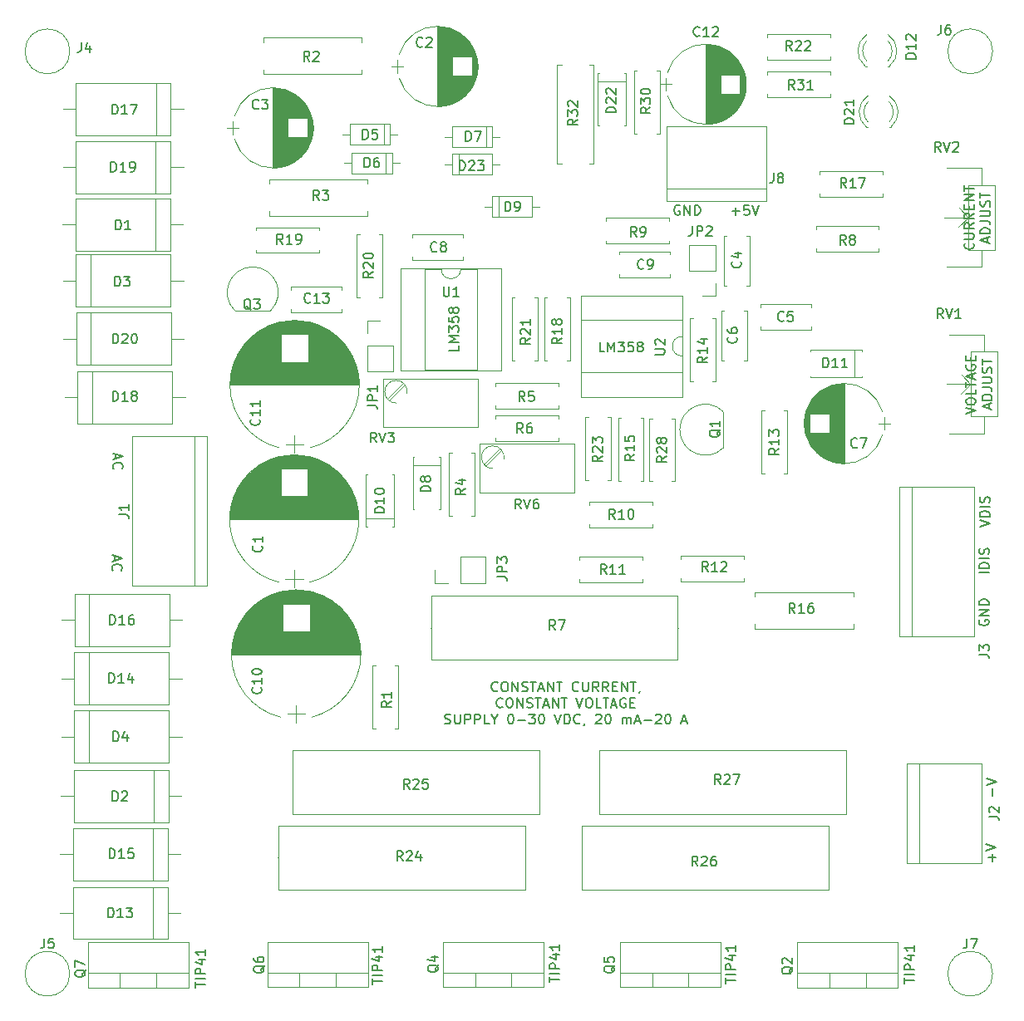
<source format=gbr>
G04 #@! TF.FileFunction,Legend,Top*
%FSLAX46Y46*%
G04 Gerber Fmt 4.6, Leading zero omitted, Abs format (unit mm)*
G04 Created by KiCad (PCBNEW 4.0.7) date 06/10/19 09:32:47*
%MOMM*%
%LPD*%
G01*
G04 APERTURE LIST*
%ADD10C,0.100000*%
%ADD11C,0.150000*%
%ADD12C,0.120000*%
G04 APERTURE END LIST*
D10*
D11*
X147283943Y-72548428D02*
X147331562Y-72596047D01*
X147379181Y-72738904D01*
X147379181Y-72834142D01*
X147331562Y-72977000D01*
X147236324Y-73072238D01*
X147141086Y-73119857D01*
X146950610Y-73167476D01*
X146807752Y-73167476D01*
X146617276Y-73119857D01*
X146522038Y-73072238D01*
X146426800Y-72977000D01*
X146379181Y-72834142D01*
X146379181Y-72738904D01*
X146426800Y-72596047D01*
X146474419Y-72548428D01*
X146379181Y-72119857D02*
X147188705Y-72119857D01*
X147283943Y-72072238D01*
X147331562Y-72024619D01*
X147379181Y-71929381D01*
X147379181Y-71738904D01*
X147331562Y-71643666D01*
X147283943Y-71596047D01*
X147188705Y-71548428D01*
X146379181Y-71548428D01*
X147379181Y-70500809D02*
X146902990Y-70834143D01*
X147379181Y-71072238D02*
X146379181Y-71072238D01*
X146379181Y-70691285D01*
X146426800Y-70596047D01*
X146474419Y-70548428D01*
X146569657Y-70500809D01*
X146712514Y-70500809D01*
X146807752Y-70548428D01*
X146855371Y-70596047D01*
X146902990Y-70691285D01*
X146902990Y-71072238D01*
X147379181Y-69500809D02*
X146902990Y-69834143D01*
X147379181Y-70072238D02*
X146379181Y-70072238D01*
X146379181Y-69691285D01*
X146426800Y-69596047D01*
X146474419Y-69548428D01*
X146569657Y-69500809D01*
X146712514Y-69500809D01*
X146807752Y-69548428D01*
X146855371Y-69596047D01*
X146902990Y-69691285D01*
X146902990Y-70072238D01*
X146855371Y-69072238D02*
X146855371Y-68738904D01*
X147379181Y-68596047D02*
X147379181Y-69072238D01*
X146379181Y-69072238D01*
X146379181Y-68596047D01*
X147379181Y-68167476D02*
X146379181Y-68167476D01*
X147379181Y-67596047D01*
X146379181Y-67596047D01*
X146379181Y-67262714D02*
X146379181Y-66691285D01*
X147379181Y-66977000D02*
X146379181Y-66977000D01*
X148743467Y-72477000D02*
X148743467Y-72000809D01*
X149029181Y-72572238D02*
X148029181Y-72238905D01*
X149029181Y-71905571D01*
X149029181Y-71572238D02*
X148029181Y-71572238D01*
X148029181Y-71334143D01*
X148076800Y-71191285D01*
X148172038Y-71096047D01*
X148267276Y-71048428D01*
X148457752Y-71000809D01*
X148600610Y-71000809D01*
X148791086Y-71048428D01*
X148886324Y-71096047D01*
X148981562Y-71191285D01*
X149029181Y-71334143D01*
X149029181Y-71572238D01*
X148029181Y-70286523D02*
X148743467Y-70286523D01*
X148886324Y-70334143D01*
X148981562Y-70429381D01*
X149029181Y-70572238D01*
X149029181Y-70667476D01*
X148029181Y-69810333D02*
X148838705Y-69810333D01*
X148933943Y-69762714D01*
X148981562Y-69715095D01*
X149029181Y-69619857D01*
X149029181Y-69429380D01*
X148981562Y-69334142D01*
X148933943Y-69286523D01*
X148838705Y-69238904D01*
X148029181Y-69238904D01*
X148981562Y-68810333D02*
X149029181Y-68667476D01*
X149029181Y-68429380D01*
X148981562Y-68334142D01*
X148933943Y-68286523D01*
X148838705Y-68238904D01*
X148743467Y-68238904D01*
X148648229Y-68286523D01*
X148600610Y-68334142D01*
X148552990Y-68429380D01*
X148505371Y-68619857D01*
X148457752Y-68715095D01*
X148410133Y-68762714D01*
X148314895Y-68810333D01*
X148219657Y-68810333D01*
X148124419Y-68762714D01*
X148076800Y-68715095D01*
X148029181Y-68619857D01*
X148029181Y-68381761D01*
X148076800Y-68238904D01*
X148029181Y-67953190D02*
X148029181Y-67381761D01*
X149029181Y-67667476D02*
X148029181Y-67667476D01*
X146556981Y-89968010D02*
X147556981Y-89634677D01*
X146556981Y-89301343D01*
X146556981Y-88777534D02*
X146556981Y-88587057D01*
X146604600Y-88491819D01*
X146699838Y-88396581D01*
X146890314Y-88348962D01*
X147223648Y-88348962D01*
X147414124Y-88396581D01*
X147509362Y-88491819D01*
X147556981Y-88587057D01*
X147556981Y-88777534D01*
X147509362Y-88872772D01*
X147414124Y-88968010D01*
X147223648Y-89015629D01*
X146890314Y-89015629D01*
X146699838Y-88968010D01*
X146604600Y-88872772D01*
X146556981Y-88777534D01*
X147556981Y-87444200D02*
X147556981Y-87920391D01*
X146556981Y-87920391D01*
X146556981Y-87253724D02*
X146556981Y-86682295D01*
X147556981Y-86968010D02*
X146556981Y-86968010D01*
X147271267Y-86396581D02*
X147271267Y-85920390D01*
X147556981Y-86491819D02*
X146556981Y-86158486D01*
X147556981Y-85825152D01*
X146604600Y-84968009D02*
X146556981Y-85063247D01*
X146556981Y-85206104D01*
X146604600Y-85348962D01*
X146699838Y-85444200D01*
X146795076Y-85491819D01*
X146985552Y-85539438D01*
X147128410Y-85539438D01*
X147318886Y-85491819D01*
X147414124Y-85444200D01*
X147509362Y-85348962D01*
X147556981Y-85206104D01*
X147556981Y-85110866D01*
X147509362Y-84968009D01*
X147461743Y-84920390D01*
X147128410Y-84920390D01*
X147128410Y-85110866D01*
X147033171Y-84491819D02*
X147033171Y-84158485D01*
X147556981Y-84015628D02*
X147556981Y-84491819D01*
X146556981Y-84491819D01*
X146556981Y-84015628D01*
X148921267Y-89444200D02*
X148921267Y-88968009D01*
X149206981Y-89539438D02*
X148206981Y-89206105D01*
X149206981Y-88872771D01*
X149206981Y-88539438D02*
X148206981Y-88539438D01*
X148206981Y-88301343D01*
X148254600Y-88158485D01*
X148349838Y-88063247D01*
X148445076Y-88015628D01*
X148635552Y-87968009D01*
X148778410Y-87968009D01*
X148968886Y-88015628D01*
X149064124Y-88063247D01*
X149159362Y-88158485D01*
X149206981Y-88301343D01*
X149206981Y-88539438D01*
X148206981Y-87253723D02*
X148921267Y-87253723D01*
X149064124Y-87301343D01*
X149159362Y-87396581D01*
X149206981Y-87539438D01*
X149206981Y-87634676D01*
X148206981Y-86777533D02*
X149016505Y-86777533D01*
X149111743Y-86729914D01*
X149159362Y-86682295D01*
X149206981Y-86587057D01*
X149206981Y-86396580D01*
X149159362Y-86301342D01*
X149111743Y-86253723D01*
X149016505Y-86206104D01*
X148206981Y-86206104D01*
X149159362Y-85777533D02*
X149206981Y-85634676D01*
X149206981Y-85396580D01*
X149159362Y-85301342D01*
X149111743Y-85253723D01*
X149016505Y-85206104D01*
X148921267Y-85206104D01*
X148826029Y-85253723D01*
X148778410Y-85301342D01*
X148730790Y-85396580D01*
X148683171Y-85587057D01*
X148635552Y-85682295D01*
X148587933Y-85729914D01*
X148492695Y-85777533D01*
X148397457Y-85777533D01*
X148302219Y-85729914D01*
X148254600Y-85682295D01*
X148206981Y-85587057D01*
X148206981Y-85348961D01*
X148254600Y-85206104D01*
X148206981Y-84920390D02*
X148206981Y-84348961D01*
X149206981Y-84634676D02*
X148206981Y-84634676D01*
X68083181Y-148407190D02*
X68083181Y-147835761D01*
X69083181Y-148121476D02*
X68083181Y-148121476D01*
X69083181Y-147502428D02*
X68083181Y-147502428D01*
X69083181Y-147026238D02*
X68083181Y-147026238D01*
X68083181Y-146645285D01*
X68130800Y-146550047D01*
X68178419Y-146502428D01*
X68273657Y-146454809D01*
X68416514Y-146454809D01*
X68511752Y-146502428D01*
X68559371Y-146550047D01*
X68606990Y-146645285D01*
X68606990Y-147026238D01*
X68416514Y-145597666D02*
X69083181Y-145597666D01*
X68035562Y-145835762D02*
X68749848Y-146073857D01*
X68749848Y-145454809D01*
X69083181Y-144550047D02*
X69083181Y-145121476D01*
X69083181Y-144835762D02*
X68083181Y-144835762D01*
X68226038Y-144931000D01*
X68321276Y-145026238D01*
X68368895Y-145121476D01*
X86091781Y-148076990D02*
X86091781Y-147505561D01*
X87091781Y-147791276D02*
X86091781Y-147791276D01*
X87091781Y-147172228D02*
X86091781Y-147172228D01*
X87091781Y-146696038D02*
X86091781Y-146696038D01*
X86091781Y-146315085D01*
X86139400Y-146219847D01*
X86187019Y-146172228D01*
X86282257Y-146124609D01*
X86425114Y-146124609D01*
X86520352Y-146172228D01*
X86567971Y-146219847D01*
X86615590Y-146315085D01*
X86615590Y-146696038D01*
X86425114Y-145267466D02*
X87091781Y-145267466D01*
X86044162Y-145505562D02*
X86758448Y-145743657D01*
X86758448Y-145124609D01*
X87091781Y-144219847D02*
X87091781Y-144791276D01*
X87091781Y-144505562D02*
X86091781Y-144505562D01*
X86234638Y-144600800D01*
X86329876Y-144696038D01*
X86377495Y-144791276D01*
X104176581Y-147873790D02*
X104176581Y-147302361D01*
X105176581Y-147588076D02*
X104176581Y-147588076D01*
X105176581Y-146969028D02*
X104176581Y-146969028D01*
X105176581Y-146492838D02*
X104176581Y-146492838D01*
X104176581Y-146111885D01*
X104224200Y-146016647D01*
X104271819Y-145969028D01*
X104367057Y-145921409D01*
X104509914Y-145921409D01*
X104605152Y-145969028D01*
X104652771Y-146016647D01*
X104700390Y-146111885D01*
X104700390Y-146492838D01*
X104509914Y-145064266D02*
X105176581Y-145064266D01*
X104128962Y-145302362D02*
X104843248Y-145540457D01*
X104843248Y-144921409D01*
X105176581Y-144016647D02*
X105176581Y-144588076D01*
X105176581Y-144302362D02*
X104176581Y-144302362D01*
X104319438Y-144397600D01*
X104414676Y-144492838D01*
X104462295Y-144588076D01*
X140320781Y-147975390D02*
X140320781Y-147403961D01*
X141320781Y-147689676D02*
X140320781Y-147689676D01*
X141320781Y-147070628D02*
X140320781Y-147070628D01*
X141320781Y-146594438D02*
X140320781Y-146594438D01*
X140320781Y-146213485D01*
X140368400Y-146118247D01*
X140416019Y-146070628D01*
X140511257Y-146023009D01*
X140654114Y-146023009D01*
X140749352Y-146070628D01*
X140796971Y-146118247D01*
X140844590Y-146213485D01*
X140844590Y-146594438D01*
X140654114Y-145165866D02*
X141320781Y-145165866D01*
X140273162Y-145403962D02*
X140987448Y-145642057D01*
X140987448Y-145023009D01*
X141320781Y-144118247D02*
X141320781Y-144689676D01*
X141320781Y-144403962D02*
X140320781Y-144403962D01*
X140463638Y-144499200D01*
X140558876Y-144594438D01*
X140606495Y-144689676D01*
X122058181Y-147975390D02*
X122058181Y-147403961D01*
X123058181Y-147689676D02*
X122058181Y-147689676D01*
X123058181Y-147070628D02*
X122058181Y-147070628D01*
X123058181Y-146594438D02*
X122058181Y-146594438D01*
X122058181Y-146213485D01*
X122105800Y-146118247D01*
X122153419Y-146070628D01*
X122248657Y-146023009D01*
X122391514Y-146023009D01*
X122486752Y-146070628D01*
X122534371Y-146118247D01*
X122581990Y-146213485D01*
X122581990Y-146594438D01*
X122391514Y-145165866D02*
X123058181Y-145165866D01*
X122010562Y-145403962D02*
X122724848Y-145642057D01*
X122724848Y-145023009D01*
X123058181Y-144118247D02*
X123058181Y-144689676D01*
X123058181Y-144403962D02*
X122058181Y-144403962D01*
X122201038Y-144499200D01*
X122296276Y-144594438D01*
X122343895Y-144689676D01*
X122742486Y-69311829D02*
X123504391Y-69311829D01*
X123123439Y-69692781D02*
X123123439Y-68930876D01*
X124456772Y-68692781D02*
X123980581Y-68692781D01*
X123932962Y-69168971D01*
X123980581Y-69121352D01*
X124075819Y-69073733D01*
X124313915Y-69073733D01*
X124409153Y-69121352D01*
X124456772Y-69168971D01*
X124504391Y-69264210D01*
X124504391Y-69502305D01*
X124456772Y-69597543D01*
X124409153Y-69645162D01*
X124313915Y-69692781D01*
X124075819Y-69692781D01*
X123980581Y-69645162D01*
X123932962Y-69597543D01*
X124790105Y-68692781D02*
X125123438Y-69692781D01*
X125456772Y-68692781D01*
X117411596Y-68715000D02*
X117316358Y-68667381D01*
X117173501Y-68667381D01*
X117030643Y-68715000D01*
X116935405Y-68810238D01*
X116887786Y-68905476D01*
X116840167Y-69095952D01*
X116840167Y-69238810D01*
X116887786Y-69429286D01*
X116935405Y-69524524D01*
X117030643Y-69619762D01*
X117173501Y-69667381D01*
X117268739Y-69667381D01*
X117411596Y-69619762D01*
X117459215Y-69572143D01*
X117459215Y-69238810D01*
X117268739Y-69238810D01*
X117887786Y-69667381D02*
X117887786Y-68667381D01*
X118459215Y-69667381D01*
X118459215Y-68667381D01*
X118935405Y-69667381D02*
X118935405Y-68667381D01*
X119173500Y-68667381D01*
X119316358Y-68715000D01*
X119411596Y-68810238D01*
X119459215Y-68905476D01*
X119506834Y-69095952D01*
X119506834Y-69238810D01*
X119459215Y-69429286D01*
X119411596Y-69524524D01*
X119316358Y-69619762D01*
X119173500Y-69667381D01*
X118935405Y-69667381D01*
X98862429Y-118150643D02*
X98814810Y-118198262D01*
X98671953Y-118245881D01*
X98576715Y-118245881D01*
X98433857Y-118198262D01*
X98338619Y-118103024D01*
X98291000Y-118007786D01*
X98243381Y-117817310D01*
X98243381Y-117674452D01*
X98291000Y-117483976D01*
X98338619Y-117388738D01*
X98433857Y-117293500D01*
X98576715Y-117245881D01*
X98671953Y-117245881D01*
X98814810Y-117293500D01*
X98862429Y-117341119D01*
X99481476Y-117245881D02*
X99671953Y-117245881D01*
X99767191Y-117293500D01*
X99862429Y-117388738D01*
X99910048Y-117579214D01*
X99910048Y-117912548D01*
X99862429Y-118103024D01*
X99767191Y-118198262D01*
X99671953Y-118245881D01*
X99481476Y-118245881D01*
X99386238Y-118198262D01*
X99291000Y-118103024D01*
X99243381Y-117912548D01*
X99243381Y-117579214D01*
X99291000Y-117388738D01*
X99386238Y-117293500D01*
X99481476Y-117245881D01*
X100338619Y-118245881D02*
X100338619Y-117245881D01*
X100910048Y-118245881D01*
X100910048Y-117245881D01*
X101338619Y-118198262D02*
X101481476Y-118245881D01*
X101719572Y-118245881D01*
X101814810Y-118198262D01*
X101862429Y-118150643D01*
X101910048Y-118055405D01*
X101910048Y-117960167D01*
X101862429Y-117864929D01*
X101814810Y-117817310D01*
X101719572Y-117769690D01*
X101529095Y-117722071D01*
X101433857Y-117674452D01*
X101386238Y-117626833D01*
X101338619Y-117531595D01*
X101338619Y-117436357D01*
X101386238Y-117341119D01*
X101433857Y-117293500D01*
X101529095Y-117245881D01*
X101767191Y-117245881D01*
X101910048Y-117293500D01*
X102195762Y-117245881D02*
X102767191Y-117245881D01*
X102481476Y-118245881D02*
X102481476Y-117245881D01*
X103052905Y-117960167D02*
X103529096Y-117960167D01*
X102957667Y-118245881D02*
X103291000Y-117245881D01*
X103624334Y-118245881D01*
X103957667Y-118245881D02*
X103957667Y-117245881D01*
X104529096Y-118245881D01*
X104529096Y-117245881D01*
X104862429Y-117245881D02*
X105433858Y-117245881D01*
X105148143Y-118245881D02*
X105148143Y-117245881D01*
X107100525Y-118150643D02*
X107052906Y-118198262D01*
X106910049Y-118245881D01*
X106814811Y-118245881D01*
X106671953Y-118198262D01*
X106576715Y-118103024D01*
X106529096Y-118007786D01*
X106481477Y-117817310D01*
X106481477Y-117674452D01*
X106529096Y-117483976D01*
X106576715Y-117388738D01*
X106671953Y-117293500D01*
X106814811Y-117245881D01*
X106910049Y-117245881D01*
X107052906Y-117293500D01*
X107100525Y-117341119D01*
X107529096Y-117245881D02*
X107529096Y-118055405D01*
X107576715Y-118150643D01*
X107624334Y-118198262D01*
X107719572Y-118245881D01*
X107910049Y-118245881D01*
X108005287Y-118198262D01*
X108052906Y-118150643D01*
X108100525Y-118055405D01*
X108100525Y-117245881D01*
X109148144Y-118245881D02*
X108814810Y-117769690D01*
X108576715Y-118245881D02*
X108576715Y-117245881D01*
X108957668Y-117245881D01*
X109052906Y-117293500D01*
X109100525Y-117341119D01*
X109148144Y-117436357D01*
X109148144Y-117579214D01*
X109100525Y-117674452D01*
X109052906Y-117722071D01*
X108957668Y-117769690D01*
X108576715Y-117769690D01*
X110148144Y-118245881D02*
X109814810Y-117769690D01*
X109576715Y-118245881D02*
X109576715Y-117245881D01*
X109957668Y-117245881D01*
X110052906Y-117293500D01*
X110100525Y-117341119D01*
X110148144Y-117436357D01*
X110148144Y-117579214D01*
X110100525Y-117674452D01*
X110052906Y-117722071D01*
X109957668Y-117769690D01*
X109576715Y-117769690D01*
X110576715Y-117722071D02*
X110910049Y-117722071D01*
X111052906Y-118245881D02*
X110576715Y-118245881D01*
X110576715Y-117245881D01*
X111052906Y-117245881D01*
X111481477Y-118245881D02*
X111481477Y-117245881D01*
X112052906Y-118245881D01*
X112052906Y-117245881D01*
X112386239Y-117245881D02*
X112957668Y-117245881D01*
X112671953Y-118245881D02*
X112671953Y-117245881D01*
X113338620Y-118198262D02*
X113338620Y-118245881D01*
X113291001Y-118341119D01*
X113243382Y-118388738D01*
X99362428Y-119800643D02*
X99314809Y-119848262D01*
X99171952Y-119895881D01*
X99076714Y-119895881D01*
X98933856Y-119848262D01*
X98838618Y-119753024D01*
X98790999Y-119657786D01*
X98743380Y-119467310D01*
X98743380Y-119324452D01*
X98790999Y-119133976D01*
X98838618Y-119038738D01*
X98933856Y-118943500D01*
X99076714Y-118895881D01*
X99171952Y-118895881D01*
X99314809Y-118943500D01*
X99362428Y-118991119D01*
X99981475Y-118895881D02*
X100171952Y-118895881D01*
X100267190Y-118943500D01*
X100362428Y-119038738D01*
X100410047Y-119229214D01*
X100410047Y-119562548D01*
X100362428Y-119753024D01*
X100267190Y-119848262D01*
X100171952Y-119895881D01*
X99981475Y-119895881D01*
X99886237Y-119848262D01*
X99790999Y-119753024D01*
X99743380Y-119562548D01*
X99743380Y-119229214D01*
X99790999Y-119038738D01*
X99886237Y-118943500D01*
X99981475Y-118895881D01*
X100838618Y-119895881D02*
X100838618Y-118895881D01*
X101410047Y-119895881D01*
X101410047Y-118895881D01*
X101838618Y-119848262D02*
X101981475Y-119895881D01*
X102219571Y-119895881D01*
X102314809Y-119848262D01*
X102362428Y-119800643D01*
X102410047Y-119705405D01*
X102410047Y-119610167D01*
X102362428Y-119514929D01*
X102314809Y-119467310D01*
X102219571Y-119419690D01*
X102029094Y-119372071D01*
X101933856Y-119324452D01*
X101886237Y-119276833D01*
X101838618Y-119181595D01*
X101838618Y-119086357D01*
X101886237Y-118991119D01*
X101933856Y-118943500D01*
X102029094Y-118895881D01*
X102267190Y-118895881D01*
X102410047Y-118943500D01*
X102695761Y-118895881D02*
X103267190Y-118895881D01*
X102981475Y-119895881D02*
X102981475Y-118895881D01*
X103552904Y-119610167D02*
X104029095Y-119610167D01*
X103457666Y-119895881D02*
X103790999Y-118895881D01*
X104124333Y-119895881D01*
X104457666Y-119895881D02*
X104457666Y-118895881D01*
X105029095Y-119895881D01*
X105029095Y-118895881D01*
X105362428Y-118895881D02*
X105933857Y-118895881D01*
X105648142Y-119895881D02*
X105648142Y-118895881D01*
X106886238Y-118895881D02*
X107219571Y-119895881D01*
X107552905Y-118895881D01*
X108076714Y-118895881D02*
X108267191Y-118895881D01*
X108362429Y-118943500D01*
X108457667Y-119038738D01*
X108505286Y-119229214D01*
X108505286Y-119562548D01*
X108457667Y-119753024D01*
X108362429Y-119848262D01*
X108267191Y-119895881D01*
X108076714Y-119895881D01*
X107981476Y-119848262D01*
X107886238Y-119753024D01*
X107838619Y-119562548D01*
X107838619Y-119229214D01*
X107886238Y-119038738D01*
X107981476Y-118943500D01*
X108076714Y-118895881D01*
X109410048Y-119895881D02*
X108933857Y-119895881D01*
X108933857Y-118895881D01*
X109600524Y-118895881D02*
X110171953Y-118895881D01*
X109886238Y-119895881D02*
X109886238Y-118895881D01*
X110457667Y-119610167D02*
X110933858Y-119610167D01*
X110362429Y-119895881D02*
X110695762Y-118895881D01*
X111029096Y-119895881D01*
X111886239Y-118943500D02*
X111791001Y-118895881D01*
X111648144Y-118895881D01*
X111505286Y-118943500D01*
X111410048Y-119038738D01*
X111362429Y-119133976D01*
X111314810Y-119324452D01*
X111314810Y-119467310D01*
X111362429Y-119657786D01*
X111410048Y-119753024D01*
X111505286Y-119848262D01*
X111648144Y-119895881D01*
X111743382Y-119895881D01*
X111886239Y-119848262D01*
X111933858Y-119800643D01*
X111933858Y-119467310D01*
X111743382Y-119467310D01*
X112362429Y-119372071D02*
X112695763Y-119372071D01*
X112838620Y-119895881D02*
X112362429Y-119895881D01*
X112362429Y-118895881D01*
X112838620Y-118895881D01*
X93481476Y-121498262D02*
X93624333Y-121545881D01*
X93862429Y-121545881D01*
X93957667Y-121498262D01*
X94005286Y-121450643D01*
X94052905Y-121355405D01*
X94052905Y-121260167D01*
X94005286Y-121164929D01*
X93957667Y-121117310D01*
X93862429Y-121069690D01*
X93671952Y-121022071D01*
X93576714Y-120974452D01*
X93529095Y-120926833D01*
X93481476Y-120831595D01*
X93481476Y-120736357D01*
X93529095Y-120641119D01*
X93576714Y-120593500D01*
X93671952Y-120545881D01*
X93910048Y-120545881D01*
X94052905Y-120593500D01*
X94481476Y-120545881D02*
X94481476Y-121355405D01*
X94529095Y-121450643D01*
X94576714Y-121498262D01*
X94671952Y-121545881D01*
X94862429Y-121545881D01*
X94957667Y-121498262D01*
X95005286Y-121450643D01*
X95052905Y-121355405D01*
X95052905Y-120545881D01*
X95529095Y-121545881D02*
X95529095Y-120545881D01*
X95910048Y-120545881D01*
X96005286Y-120593500D01*
X96052905Y-120641119D01*
X96100524Y-120736357D01*
X96100524Y-120879214D01*
X96052905Y-120974452D01*
X96005286Y-121022071D01*
X95910048Y-121069690D01*
X95529095Y-121069690D01*
X96529095Y-121545881D02*
X96529095Y-120545881D01*
X96910048Y-120545881D01*
X97005286Y-120593500D01*
X97052905Y-120641119D01*
X97100524Y-120736357D01*
X97100524Y-120879214D01*
X97052905Y-120974452D01*
X97005286Y-121022071D01*
X96910048Y-121069690D01*
X96529095Y-121069690D01*
X98005286Y-121545881D02*
X97529095Y-121545881D01*
X97529095Y-120545881D01*
X98529095Y-121069690D02*
X98529095Y-121545881D01*
X98195762Y-120545881D02*
X98529095Y-121069690D01*
X98862429Y-120545881D01*
X100148143Y-120545881D02*
X100243382Y-120545881D01*
X100338620Y-120593500D01*
X100386239Y-120641119D01*
X100433858Y-120736357D01*
X100481477Y-120926833D01*
X100481477Y-121164929D01*
X100433858Y-121355405D01*
X100386239Y-121450643D01*
X100338620Y-121498262D01*
X100243382Y-121545881D01*
X100148143Y-121545881D01*
X100052905Y-121498262D01*
X100005286Y-121450643D01*
X99957667Y-121355405D01*
X99910048Y-121164929D01*
X99910048Y-120926833D01*
X99957667Y-120736357D01*
X100005286Y-120641119D01*
X100052905Y-120593500D01*
X100148143Y-120545881D01*
X100910048Y-121164929D02*
X101671953Y-121164929D01*
X102052905Y-120545881D02*
X102671953Y-120545881D01*
X102338619Y-120926833D01*
X102481477Y-120926833D01*
X102576715Y-120974452D01*
X102624334Y-121022071D01*
X102671953Y-121117310D01*
X102671953Y-121355405D01*
X102624334Y-121450643D01*
X102576715Y-121498262D01*
X102481477Y-121545881D01*
X102195762Y-121545881D01*
X102100524Y-121498262D01*
X102052905Y-121450643D01*
X103291000Y-120545881D02*
X103386239Y-120545881D01*
X103481477Y-120593500D01*
X103529096Y-120641119D01*
X103576715Y-120736357D01*
X103624334Y-120926833D01*
X103624334Y-121164929D01*
X103576715Y-121355405D01*
X103529096Y-121450643D01*
X103481477Y-121498262D01*
X103386239Y-121545881D01*
X103291000Y-121545881D01*
X103195762Y-121498262D01*
X103148143Y-121450643D01*
X103100524Y-121355405D01*
X103052905Y-121164929D01*
X103052905Y-120926833D01*
X103100524Y-120736357D01*
X103148143Y-120641119D01*
X103195762Y-120593500D01*
X103291000Y-120545881D01*
X104671953Y-120545881D02*
X105005286Y-121545881D01*
X105338620Y-120545881D01*
X105671953Y-121545881D02*
X105671953Y-120545881D01*
X105910048Y-120545881D01*
X106052906Y-120593500D01*
X106148144Y-120688738D01*
X106195763Y-120783976D01*
X106243382Y-120974452D01*
X106243382Y-121117310D01*
X106195763Y-121307786D01*
X106148144Y-121403024D01*
X106052906Y-121498262D01*
X105910048Y-121545881D01*
X105671953Y-121545881D01*
X107243382Y-121450643D02*
X107195763Y-121498262D01*
X107052906Y-121545881D01*
X106957668Y-121545881D01*
X106814810Y-121498262D01*
X106719572Y-121403024D01*
X106671953Y-121307786D01*
X106624334Y-121117310D01*
X106624334Y-120974452D01*
X106671953Y-120783976D01*
X106719572Y-120688738D01*
X106814810Y-120593500D01*
X106957668Y-120545881D01*
X107052906Y-120545881D01*
X107195763Y-120593500D01*
X107243382Y-120641119D01*
X107719572Y-121498262D02*
X107719572Y-121545881D01*
X107671953Y-121641119D01*
X107624334Y-121688738D01*
X108862429Y-120641119D02*
X108910048Y-120593500D01*
X109005286Y-120545881D01*
X109243382Y-120545881D01*
X109338620Y-120593500D01*
X109386239Y-120641119D01*
X109433858Y-120736357D01*
X109433858Y-120831595D01*
X109386239Y-120974452D01*
X108814810Y-121545881D01*
X109433858Y-121545881D01*
X110052905Y-120545881D02*
X110148144Y-120545881D01*
X110243382Y-120593500D01*
X110291001Y-120641119D01*
X110338620Y-120736357D01*
X110386239Y-120926833D01*
X110386239Y-121164929D01*
X110338620Y-121355405D01*
X110291001Y-121450643D01*
X110243382Y-121498262D01*
X110148144Y-121545881D01*
X110052905Y-121545881D01*
X109957667Y-121498262D01*
X109910048Y-121450643D01*
X109862429Y-121355405D01*
X109814810Y-121164929D01*
X109814810Y-120926833D01*
X109862429Y-120736357D01*
X109910048Y-120641119D01*
X109957667Y-120593500D01*
X110052905Y-120545881D01*
X111576715Y-121545881D02*
X111576715Y-120879214D01*
X111576715Y-120974452D02*
X111624334Y-120926833D01*
X111719572Y-120879214D01*
X111862430Y-120879214D01*
X111957668Y-120926833D01*
X112005287Y-121022071D01*
X112005287Y-121545881D01*
X112005287Y-121022071D02*
X112052906Y-120926833D01*
X112148144Y-120879214D01*
X112291001Y-120879214D01*
X112386239Y-120926833D01*
X112433858Y-121022071D01*
X112433858Y-121545881D01*
X112862429Y-121260167D02*
X113338620Y-121260167D01*
X112767191Y-121545881D02*
X113100524Y-120545881D01*
X113433858Y-121545881D01*
X113767191Y-121164929D02*
X114529096Y-121164929D01*
X114957667Y-120641119D02*
X115005286Y-120593500D01*
X115100524Y-120545881D01*
X115338620Y-120545881D01*
X115433858Y-120593500D01*
X115481477Y-120641119D01*
X115529096Y-120736357D01*
X115529096Y-120831595D01*
X115481477Y-120974452D01*
X114910048Y-121545881D01*
X115529096Y-121545881D01*
X116148143Y-120545881D02*
X116243382Y-120545881D01*
X116338620Y-120593500D01*
X116386239Y-120641119D01*
X116433858Y-120736357D01*
X116481477Y-120926833D01*
X116481477Y-121164929D01*
X116433858Y-121355405D01*
X116386239Y-121450643D01*
X116338620Y-121498262D01*
X116243382Y-121545881D01*
X116148143Y-121545881D01*
X116052905Y-121498262D01*
X116005286Y-121450643D01*
X115957667Y-121355405D01*
X115910048Y-121164929D01*
X115910048Y-120926833D01*
X115957667Y-120736357D01*
X116005286Y-120641119D01*
X116052905Y-120593500D01*
X116148143Y-120545881D01*
X117624334Y-121260167D02*
X118100525Y-121260167D01*
X117529096Y-121545881D02*
X117862429Y-120545881D01*
X118195763Y-121545881D01*
X59878933Y-104417905D02*
X59878933Y-104894096D01*
X59593219Y-104322667D02*
X60593219Y-104656000D01*
X59593219Y-104989334D01*
X59688457Y-105894096D02*
X59640838Y-105846477D01*
X59593219Y-105703620D01*
X59593219Y-105608382D01*
X59640838Y-105465524D01*
X59736076Y-105370286D01*
X59831314Y-105322667D01*
X60021790Y-105275048D01*
X60164648Y-105275048D01*
X60355124Y-105322667D01*
X60450362Y-105370286D01*
X60545600Y-105465524D01*
X60593219Y-105608382D01*
X60593219Y-105703620D01*
X60545600Y-105846477D01*
X60497981Y-105894096D01*
X59955133Y-94054705D02*
X59955133Y-94530896D01*
X59669419Y-93959467D02*
X60669419Y-94292800D01*
X59669419Y-94626134D01*
X59764657Y-95530896D02*
X59717038Y-95483277D01*
X59669419Y-95340420D01*
X59669419Y-95245182D01*
X59717038Y-95102324D01*
X59812276Y-95007086D01*
X59907514Y-94959467D01*
X60097990Y-94911848D01*
X60240848Y-94911848D01*
X60431324Y-94959467D01*
X60526562Y-95007086D01*
X60621800Y-95102324D01*
X60669419Y-95245182D01*
X60669419Y-95340420D01*
X60621800Y-95483277D01*
X60574181Y-95530896D01*
X147966181Y-101407719D02*
X148966181Y-101074386D01*
X147966181Y-100741052D01*
X148966181Y-100407719D02*
X147966181Y-100407719D01*
X147966181Y-100169624D01*
X148013800Y-100026766D01*
X148109038Y-99931528D01*
X148204276Y-99883909D01*
X148394752Y-99836290D01*
X148537610Y-99836290D01*
X148728086Y-99883909D01*
X148823324Y-99931528D01*
X148918562Y-100026766D01*
X148966181Y-100169624D01*
X148966181Y-100407719D01*
X148966181Y-99407719D02*
X147966181Y-99407719D01*
X148918562Y-98979148D02*
X148966181Y-98836291D01*
X148966181Y-98598195D01*
X148918562Y-98502957D01*
X148870943Y-98455338D01*
X148775705Y-98407719D01*
X148680467Y-98407719D01*
X148585229Y-98455338D01*
X148537610Y-98502957D01*
X148489990Y-98598195D01*
X148442371Y-98788672D01*
X148394752Y-98883910D01*
X148347133Y-98931529D01*
X148251895Y-98979148D01*
X148156657Y-98979148D01*
X148061419Y-98931529D01*
X148013800Y-98883910D01*
X147966181Y-98788672D01*
X147966181Y-98550576D01*
X148013800Y-98407719D01*
X148928081Y-106141685D02*
X147928081Y-106141685D01*
X148928081Y-105665495D02*
X147928081Y-105665495D01*
X147928081Y-105427400D01*
X147975700Y-105284542D01*
X148070938Y-105189304D01*
X148166176Y-105141685D01*
X148356652Y-105094066D01*
X148499510Y-105094066D01*
X148689986Y-105141685D01*
X148785224Y-105189304D01*
X148880462Y-105284542D01*
X148928081Y-105427400D01*
X148928081Y-105665495D01*
X148928081Y-104665495D02*
X147928081Y-104665495D01*
X148880462Y-104236924D02*
X148928081Y-104094067D01*
X148928081Y-103855971D01*
X148880462Y-103760733D01*
X148832843Y-103713114D01*
X148737605Y-103665495D01*
X148642367Y-103665495D01*
X148547129Y-103713114D01*
X148499510Y-103760733D01*
X148451890Y-103855971D01*
X148404271Y-104046448D01*
X148356652Y-104141686D01*
X148309033Y-104189305D01*
X148213795Y-104236924D01*
X148118557Y-104236924D01*
X148023319Y-104189305D01*
X147975700Y-104141686D01*
X147928081Y-104046448D01*
X147928081Y-103808352D01*
X147975700Y-103665495D01*
X147937600Y-110947104D02*
X147889981Y-111042342D01*
X147889981Y-111185199D01*
X147937600Y-111328057D01*
X148032838Y-111423295D01*
X148128076Y-111470914D01*
X148318552Y-111518533D01*
X148461410Y-111518533D01*
X148651886Y-111470914D01*
X148747124Y-111423295D01*
X148842362Y-111328057D01*
X148889981Y-111185199D01*
X148889981Y-111089961D01*
X148842362Y-110947104D01*
X148794743Y-110899485D01*
X148461410Y-110899485D01*
X148461410Y-111089961D01*
X148889981Y-110470914D02*
X147889981Y-110470914D01*
X148889981Y-109899485D01*
X147889981Y-109899485D01*
X148889981Y-109423295D02*
X147889981Y-109423295D01*
X147889981Y-109185200D01*
X147937600Y-109042342D01*
X148032838Y-108947104D01*
X148128076Y-108899485D01*
X148318552Y-108851866D01*
X148461410Y-108851866D01*
X148651886Y-108899485D01*
X148747124Y-108947104D01*
X148842362Y-109042342D01*
X148889981Y-109185200D01*
X148889981Y-109423295D01*
X149271029Y-128876324D02*
X149271029Y-128114419D01*
X148651981Y-127781086D02*
X149651981Y-127447753D01*
X148651981Y-127114419D01*
X149220229Y-135531124D02*
X149220229Y-134769219D01*
X149601181Y-135150171D02*
X148839276Y-135150171D01*
X148601181Y-134435886D02*
X149601181Y-134102553D01*
X148601181Y-133769219D01*
X94889581Y-82995876D02*
X94889581Y-83472067D01*
X93889581Y-83472067D01*
X94889581Y-82662543D02*
X93889581Y-82662543D01*
X94603867Y-82329209D01*
X93889581Y-81995876D01*
X94889581Y-81995876D01*
X93889581Y-81614924D02*
X93889581Y-80995876D01*
X94270533Y-81329210D01*
X94270533Y-81186352D01*
X94318152Y-81091114D01*
X94365771Y-81043495D01*
X94461010Y-80995876D01*
X94699105Y-80995876D01*
X94794343Y-81043495D01*
X94841962Y-81091114D01*
X94889581Y-81186352D01*
X94889581Y-81472067D01*
X94841962Y-81567305D01*
X94794343Y-81614924D01*
X93889581Y-80091114D02*
X93889581Y-80567305D01*
X94365771Y-80614924D01*
X94318152Y-80567305D01*
X94270533Y-80472067D01*
X94270533Y-80233971D01*
X94318152Y-80138733D01*
X94365771Y-80091114D01*
X94461010Y-80043495D01*
X94699105Y-80043495D01*
X94794343Y-80091114D01*
X94841962Y-80138733D01*
X94889581Y-80233971D01*
X94889581Y-80472067D01*
X94841962Y-80567305D01*
X94794343Y-80614924D01*
X94318152Y-79472067D02*
X94270533Y-79567305D01*
X94222914Y-79614924D01*
X94127676Y-79662543D01*
X94080057Y-79662543D01*
X93984819Y-79614924D01*
X93937200Y-79567305D01*
X93889581Y-79472067D01*
X93889581Y-79281590D01*
X93937200Y-79186352D01*
X93984819Y-79138733D01*
X94080057Y-79091114D01*
X94127676Y-79091114D01*
X94222914Y-79138733D01*
X94270533Y-79186352D01*
X94318152Y-79281590D01*
X94318152Y-79472067D01*
X94365771Y-79567305D01*
X94413390Y-79614924D01*
X94508629Y-79662543D01*
X94699105Y-79662543D01*
X94794343Y-79614924D01*
X94841962Y-79567305D01*
X94889581Y-79472067D01*
X94889581Y-79281590D01*
X94841962Y-79186352D01*
X94794343Y-79138733D01*
X94699105Y-79091114D01*
X94508629Y-79091114D01*
X94413390Y-79138733D01*
X94365771Y-79186352D01*
X94318152Y-79281590D01*
X109764724Y-83611981D02*
X109288533Y-83611981D01*
X109288533Y-82611981D01*
X110098057Y-83611981D02*
X110098057Y-82611981D01*
X110431391Y-83326267D01*
X110764724Y-82611981D01*
X110764724Y-83611981D01*
X111145676Y-82611981D02*
X111764724Y-82611981D01*
X111431390Y-82992933D01*
X111574248Y-82992933D01*
X111669486Y-83040552D01*
X111717105Y-83088171D01*
X111764724Y-83183410D01*
X111764724Y-83421505D01*
X111717105Y-83516743D01*
X111669486Y-83564362D01*
X111574248Y-83611981D01*
X111288533Y-83611981D01*
X111193295Y-83564362D01*
X111145676Y-83516743D01*
X112669486Y-82611981D02*
X112193295Y-82611981D01*
X112145676Y-83088171D01*
X112193295Y-83040552D01*
X112288533Y-82992933D01*
X112526629Y-82992933D01*
X112621867Y-83040552D01*
X112669486Y-83088171D01*
X112717105Y-83183410D01*
X112717105Y-83421505D01*
X112669486Y-83516743D01*
X112621867Y-83564362D01*
X112526629Y-83611981D01*
X112288533Y-83611981D01*
X112193295Y-83564362D01*
X112145676Y-83516743D01*
X113288533Y-83040552D02*
X113193295Y-82992933D01*
X113145676Y-82945314D01*
X113098057Y-82850076D01*
X113098057Y-82802457D01*
X113145676Y-82707219D01*
X113193295Y-82659600D01*
X113288533Y-82611981D01*
X113479010Y-82611981D01*
X113574248Y-82659600D01*
X113621867Y-82707219D01*
X113669486Y-82802457D01*
X113669486Y-82850076D01*
X113621867Y-82945314D01*
X113574248Y-82992933D01*
X113479010Y-83040552D01*
X113288533Y-83040552D01*
X113193295Y-83088171D01*
X113145676Y-83135790D01*
X113098057Y-83231029D01*
X113098057Y-83421505D01*
X113145676Y-83516743D01*
X113193295Y-83564362D01*
X113288533Y-83611981D01*
X113479010Y-83611981D01*
X113574248Y-83564362D01*
X113621867Y-83516743D01*
X113669486Y-83421505D01*
X113669486Y-83231029D01*
X113621867Y-83135790D01*
X113574248Y-83088171D01*
X113479010Y-83040552D01*
D12*
X98399309Y-95508296D02*
G75*
G02X98359000Y-93199000I-40309J1154296D01*
G01*
X98338879Y-93199948D02*
G75*
G02X99488000Y-94594000I20121J-1154052D01*
G01*
X106679000Y-97974000D02*
X97029000Y-97974000D01*
X106679000Y-93023000D02*
X97029000Y-93023000D01*
X106679000Y-97974000D02*
X106679000Y-93023000D01*
X97029000Y-97974000D02*
X97029000Y-93023000D01*
X97483000Y-95088000D02*
X99094000Y-93478000D01*
X97623000Y-95229000D02*
X99235000Y-93619000D01*
X108235040Y-99223000D02*
X108235040Y-98893000D01*
X108235040Y-98893000D02*
X114655040Y-98893000D01*
X114655040Y-98893000D02*
X114655040Y-99223000D01*
X108235040Y-101183000D02*
X108235040Y-101513000D01*
X108235040Y-101513000D02*
X114655040Y-101513000D01*
X114655040Y-101513000D02*
X114655040Y-101183000D01*
X130768400Y-81370800D02*
X125648400Y-81370800D01*
X130768400Y-78750800D02*
X125648400Y-78750800D01*
X130768400Y-81370800D02*
X130768400Y-81056800D01*
X130768400Y-79064800D02*
X130768400Y-78750800D01*
X125648400Y-81370800D02*
X125648400Y-81056800D01*
X125648400Y-79064800D02*
X125648400Y-78750800D01*
X120741000Y-80229000D02*
X121071000Y-80229000D01*
X121071000Y-80229000D02*
X121071000Y-86649000D01*
X121071000Y-86649000D02*
X120741000Y-86649000D01*
X118781000Y-80229000D02*
X118451000Y-80229000D01*
X118451000Y-80229000D02*
X118451000Y-86649000D01*
X118451000Y-86649000D02*
X118781000Y-86649000D01*
X139801600Y-97370900D02*
X147421600Y-97370900D01*
X139801600Y-112610900D02*
X147421600Y-112610900D01*
X141071600Y-97370900D02*
X141071600Y-112610900D01*
X147421600Y-97370900D02*
X147421600Y-112610900D01*
X139801600Y-97370900D02*
X139801600Y-112610900D01*
X76517800Y-131918800D02*
X76517800Y-138438800D01*
X76517800Y-138438800D02*
X101637800Y-138438800D01*
X101637800Y-138438800D02*
X101637800Y-131918800D01*
X101637800Y-131918800D02*
X76517800Y-131918800D01*
X76487800Y-135178800D02*
X76517800Y-135178800D01*
X101667800Y-135178800D02*
X101637800Y-135178800D01*
X121880000Y-76895000D02*
X121880000Y-71775000D01*
X124500000Y-76895000D02*
X124500000Y-71775000D01*
X121880000Y-76895000D02*
X122194000Y-76895000D01*
X124186000Y-76895000D02*
X124500000Y-76895000D01*
X121880000Y-71775000D02*
X122194000Y-71775000D01*
X124186000Y-71775000D02*
X124500000Y-71775000D01*
X121626000Y-84515000D02*
X121626000Y-79395000D01*
X124246000Y-84515000D02*
X124246000Y-79395000D01*
X121626000Y-84515000D02*
X121940000Y-84515000D01*
X123932000Y-84515000D02*
X124246000Y-84515000D01*
X121626000Y-79395000D02*
X121940000Y-79395000D01*
X123932000Y-79395000D02*
X124246000Y-79395000D01*
X95310000Y-74274040D02*
X90190000Y-74274040D01*
X95310000Y-71654040D02*
X90190000Y-71654040D01*
X95310000Y-74274040D02*
X95310000Y-73960040D01*
X95310000Y-71968040D02*
X95310000Y-71654040D01*
X90190000Y-74274040D02*
X90190000Y-73960040D01*
X90190000Y-71968040D02*
X90190000Y-71654040D01*
X116402160Y-76021560D02*
X111282160Y-76021560D01*
X116402160Y-73401560D02*
X111282160Y-73401560D01*
X116402160Y-76021560D02*
X116402160Y-75707560D01*
X116402160Y-73715560D02*
X116402160Y-73401560D01*
X111282160Y-76021560D02*
X111282160Y-75707560D01*
X111282160Y-73715560D02*
X111282160Y-73401560D01*
X65505600Y-73327800D02*
X65505600Y-67997800D01*
X65505600Y-67997800D02*
X55855600Y-67997800D01*
X55855600Y-67997800D02*
X55855600Y-73327800D01*
X55855600Y-73327800D02*
X65505600Y-73327800D01*
X66820600Y-70662800D02*
X65505600Y-70662800D01*
X54540600Y-70662800D02*
X55855600Y-70662800D01*
X64016100Y-73327800D02*
X64016100Y-67997800D01*
X65327800Y-131570000D02*
X65327800Y-126240000D01*
X65327800Y-126240000D02*
X55677800Y-126240000D01*
X55677800Y-126240000D02*
X55677800Y-131570000D01*
X55677800Y-131570000D02*
X65327800Y-131570000D01*
X66642800Y-128905000D02*
X65327800Y-128905000D01*
X54362800Y-128905000D02*
X55677800Y-128905000D01*
X63838300Y-131570000D02*
X63838300Y-126240000D01*
X55906400Y-73687400D02*
X55906400Y-79017400D01*
X55906400Y-79017400D02*
X65556400Y-79017400D01*
X65556400Y-79017400D02*
X65556400Y-73687400D01*
X65556400Y-73687400D02*
X55906400Y-73687400D01*
X54591400Y-76352400D02*
X55906400Y-76352400D01*
X66871400Y-76352400D02*
X65556400Y-76352400D01*
X57395900Y-73687400D02*
X57395900Y-79017400D01*
X55728600Y-120194800D02*
X55728600Y-125524800D01*
X55728600Y-125524800D02*
X65378600Y-125524800D01*
X65378600Y-125524800D02*
X65378600Y-120194800D01*
X65378600Y-120194800D02*
X55728600Y-120194800D01*
X54413600Y-122859800D02*
X55728600Y-122859800D01*
X66693600Y-122859800D02*
X65378600Y-122859800D01*
X57218100Y-120194800D02*
X57218100Y-125524800D01*
X87912000Y-62528000D02*
X87912000Y-60408000D01*
X87912000Y-60408000D02*
X83792000Y-60408000D01*
X83792000Y-60408000D02*
X83792000Y-62528000D01*
X83792000Y-62528000D02*
X87912000Y-62528000D01*
X88682000Y-61468000D02*
X87912000Y-61468000D01*
X83022000Y-61468000D02*
X83792000Y-61468000D01*
X87252000Y-62528000D02*
X87252000Y-60408000D01*
X88105040Y-65433760D02*
X88105040Y-63313760D01*
X88105040Y-63313760D02*
X83985040Y-63313760D01*
X83985040Y-63313760D02*
X83985040Y-65433760D01*
X83985040Y-65433760D02*
X88105040Y-65433760D01*
X88875040Y-64373760D02*
X88105040Y-64373760D01*
X83215040Y-64373760D02*
X83985040Y-64373760D01*
X87445040Y-65433760D02*
X87445040Y-63313760D01*
X92910500Y-94368000D02*
X93040500Y-94368000D01*
X93040500Y-94368000D02*
X93040500Y-99688000D01*
X93040500Y-99688000D02*
X92910500Y-99688000D01*
X90350500Y-94368000D02*
X90220500Y-94368000D01*
X90220500Y-94368000D02*
X90220500Y-99688000D01*
X90220500Y-99688000D02*
X90350500Y-99688000D01*
X93040500Y-95208000D02*
X90220500Y-95208000D01*
X98270000Y-67774000D02*
X98270000Y-69894000D01*
X98270000Y-69894000D02*
X102390000Y-69894000D01*
X102390000Y-69894000D02*
X102390000Y-67774000D01*
X102390000Y-67774000D02*
X98270000Y-67774000D01*
X97500000Y-68834000D02*
X98270000Y-68834000D01*
X103160000Y-68834000D02*
X102390000Y-68834000D01*
X98930000Y-67774000D02*
X98930000Y-69894000D01*
X136010000Y-86116000D02*
X136010000Y-86246000D01*
X136010000Y-86246000D02*
X130690000Y-86246000D01*
X130690000Y-86246000D02*
X130690000Y-86116000D01*
X136010000Y-83556000D02*
X136010000Y-83426000D01*
X136010000Y-83426000D02*
X130690000Y-83426000D01*
X130690000Y-83426000D02*
X130690000Y-83556000D01*
X135170000Y-86246000D02*
X135170000Y-83426000D01*
X136462392Y-51286665D02*
G75*
G03X136305484Y-54519000I1078608J-1672335D01*
G01*
X138619608Y-51286665D02*
G75*
G02X138776516Y-54519000I-1078608J-1672335D01*
G01*
X136461163Y-51917870D02*
G75*
G03X136461000Y-53999961I1079837J-1041130D01*
G01*
X138620837Y-51917870D02*
G75*
G02X138621000Y-53999961I-1079837J-1041130D01*
G01*
X136305000Y-54519000D02*
X136461000Y-54519000D01*
X138621000Y-54519000D02*
X138777000Y-54519000D01*
X69265800Y-107442000D02*
X61645800Y-107442000D01*
X69265800Y-92202000D02*
X61645800Y-92202000D01*
X67995800Y-107442000D02*
X67995800Y-92202000D01*
X61645800Y-107442000D02*
X61645800Y-92202000D01*
X69265800Y-107442000D02*
X69265800Y-92202000D01*
X141833600Y-135737600D02*
X141833600Y-125577600D01*
X140563600Y-135737600D02*
X148183600Y-135737600D01*
X148183600Y-135737600D02*
X148183600Y-125577600D01*
X148183600Y-125577600D02*
X140563600Y-125577600D01*
X140563600Y-125577600D02*
X140563600Y-135737600D01*
X121865000Y-93367000D02*
X121865000Y-89767000D01*
X121853478Y-93405478D02*
G75*
G02X117415000Y-91567000I-1838478J1838478D01*
G01*
X121853478Y-89728522D02*
G75*
G03X117415000Y-91567000I-1838478J-1838478D01*
G01*
X72114000Y-79421600D02*
X75714000Y-79421600D01*
X72075522Y-79410078D02*
G75*
G02X73914000Y-74971600I1838478J1838478D01*
G01*
X75752478Y-79410078D02*
G75*
G03X73914000Y-74971600I-1838478J1838478D01*
G01*
X86459500Y-122018500D02*
X86129500Y-122018500D01*
X86129500Y-122018500D02*
X86129500Y-115598500D01*
X86129500Y-115598500D02*
X86459500Y-115598500D01*
X88419500Y-122018500D02*
X88749500Y-122018500D01*
X88749500Y-122018500D02*
X88749500Y-115598500D01*
X88749500Y-115598500D02*
X88419500Y-115598500D01*
X74987300Y-52099700D02*
X74987300Y-51619700D01*
X74987300Y-51619700D02*
X85007300Y-51619700D01*
X85007300Y-51619700D02*
X85007300Y-52099700D01*
X74987300Y-54859700D02*
X74987300Y-55339700D01*
X74987300Y-55339700D02*
X85007300Y-55339700D01*
X85007300Y-55339700D02*
X85007300Y-54859700D01*
X85604200Y-69274200D02*
X85604200Y-69754200D01*
X85604200Y-69754200D02*
X75584200Y-69754200D01*
X75584200Y-69754200D02*
X75584200Y-69274200D01*
X85604200Y-66514200D02*
X85604200Y-66034200D01*
X85604200Y-66034200D02*
X75584200Y-66034200D01*
X75584200Y-66034200D02*
X75584200Y-66514200D01*
X94206500Y-100365000D02*
X93876500Y-100365000D01*
X93876500Y-100365000D02*
X93876500Y-93945000D01*
X93876500Y-93945000D02*
X94206500Y-93945000D01*
X96166500Y-100365000D02*
X96496500Y-100365000D01*
X96496500Y-100365000D02*
X96496500Y-93945000D01*
X96496500Y-93945000D02*
X96166500Y-93945000D01*
X98644000Y-87158000D02*
X98644000Y-86828000D01*
X98644000Y-86828000D02*
X105064000Y-86828000D01*
X105064000Y-86828000D02*
X105064000Y-87158000D01*
X98644000Y-89118000D02*
X98644000Y-89448000D01*
X98644000Y-89448000D02*
X105064000Y-89448000D01*
X105064000Y-89448000D02*
X105064000Y-89118000D01*
X98644000Y-90460000D02*
X98644000Y-90130000D01*
X98644000Y-90130000D02*
X105064000Y-90130000D01*
X105064000Y-90130000D02*
X105064000Y-90460000D01*
X98644000Y-92420000D02*
X98644000Y-92750000D01*
X98644000Y-92750000D02*
X105064000Y-92750000D01*
X105064000Y-92750000D02*
X105064000Y-92420000D01*
X92088000Y-108500000D02*
X92088000Y-115020000D01*
X92088000Y-115020000D02*
X117208000Y-115020000D01*
X117208000Y-115020000D02*
X117208000Y-108500000D01*
X117208000Y-108500000D02*
X92088000Y-108500000D01*
X92058000Y-111760000D02*
X92088000Y-111760000D01*
X117238000Y-111760000D02*
X117208000Y-111760000D01*
X131283000Y-71156000D02*
X131283000Y-70826000D01*
X131283000Y-70826000D02*
X137703000Y-70826000D01*
X137703000Y-70826000D02*
X137703000Y-71156000D01*
X131283000Y-73116000D02*
X131283000Y-73446000D01*
X131283000Y-73446000D02*
X137703000Y-73446000D01*
X137703000Y-73446000D02*
X137703000Y-73116000D01*
X109901280Y-70322880D02*
X109901280Y-69992880D01*
X109901280Y-69992880D02*
X116321280Y-69992880D01*
X116321280Y-69992880D02*
X116321280Y-70322880D01*
X109901280Y-72282880D02*
X109901280Y-72612880D01*
X109901280Y-72612880D02*
X116321280Y-72612880D01*
X116321280Y-72612880D02*
X116321280Y-72282880D01*
X107219040Y-104800840D02*
X107219040Y-104470840D01*
X107219040Y-104470840D02*
X113639040Y-104470840D01*
X113639040Y-104470840D02*
X113639040Y-104800840D01*
X107219040Y-106760840D02*
X107219040Y-107090840D01*
X107219040Y-107090840D02*
X113639040Y-107090840D01*
X113639040Y-107090840D02*
X113639040Y-106760840D01*
X123948900Y-106682100D02*
X123948900Y-107012100D01*
X123948900Y-107012100D02*
X117528900Y-107012100D01*
X117528900Y-107012100D02*
X117528900Y-106682100D01*
X123948900Y-104722100D02*
X123948900Y-104392100D01*
X123948900Y-104392100D02*
X117528900Y-104392100D01*
X117528900Y-104392100D02*
X117528900Y-104722100D01*
X126083500Y-96047000D02*
X125753500Y-96047000D01*
X125753500Y-96047000D02*
X125753500Y-89627000D01*
X125753500Y-89627000D02*
X126083500Y-89627000D01*
X128043500Y-96047000D02*
X128373500Y-96047000D01*
X128373500Y-96047000D02*
X128373500Y-89627000D01*
X128373500Y-89627000D02*
X128043500Y-89627000D01*
X125088800Y-108591840D02*
X125088800Y-108111840D01*
X125088800Y-108111840D02*
X135108800Y-108111840D01*
X135108800Y-108111840D02*
X135108800Y-108591840D01*
X125088800Y-111351840D02*
X125088800Y-111831840D01*
X125088800Y-111831840D02*
X135108800Y-111831840D01*
X135108800Y-111831840D02*
X135108800Y-111351840D01*
X138096700Y-67528000D02*
X138096700Y-67858000D01*
X138096700Y-67858000D02*
X131676700Y-67858000D01*
X131676700Y-67858000D02*
X131676700Y-67528000D01*
X138096700Y-65568000D02*
X138096700Y-65238000D01*
X138096700Y-65238000D02*
X131676700Y-65238000D01*
X131676700Y-65238000D02*
X131676700Y-65568000D01*
X103922000Y-84490000D02*
X103592000Y-84490000D01*
X103592000Y-84490000D02*
X103592000Y-78070000D01*
X103592000Y-78070000D02*
X103922000Y-78070000D01*
X105882000Y-84490000D02*
X106212000Y-84490000D01*
X106212000Y-84490000D02*
X106212000Y-78070000D01*
X106212000Y-78070000D02*
X105882000Y-78070000D01*
X74260000Y-71257600D02*
X74260000Y-70927600D01*
X74260000Y-70927600D02*
X80680000Y-70927600D01*
X80680000Y-70927600D02*
X80680000Y-71257600D01*
X74260000Y-73217600D02*
X74260000Y-73547600D01*
X74260000Y-73547600D02*
X80680000Y-73547600D01*
X80680000Y-73547600D02*
X80680000Y-73217600D01*
X84821200Y-78089200D02*
X84491200Y-78089200D01*
X84491200Y-78089200D02*
X84491200Y-71669200D01*
X84491200Y-71669200D02*
X84821200Y-71669200D01*
X86781200Y-78089200D02*
X87111200Y-78089200D01*
X87111200Y-78089200D02*
X87111200Y-71669200D01*
X87111200Y-71669200D02*
X86781200Y-71669200D01*
X100620000Y-84490000D02*
X100290000Y-84490000D01*
X100290000Y-84490000D02*
X100290000Y-78070000D01*
X100290000Y-78070000D02*
X100620000Y-78070000D01*
X102580000Y-84490000D02*
X102910000Y-84490000D01*
X102910000Y-84490000D02*
X102910000Y-78070000D01*
X102910000Y-78070000D02*
X102580000Y-78070000D01*
X126330000Y-51598000D02*
X126330000Y-51268000D01*
X126330000Y-51268000D02*
X132750000Y-51268000D01*
X132750000Y-51268000D02*
X132750000Y-51598000D01*
X126330000Y-53558000D02*
X126330000Y-53888000D01*
X126330000Y-53888000D02*
X132750000Y-53888000D01*
X132750000Y-53888000D02*
X132750000Y-53558000D01*
X146988500Y-86915000D02*
X144638500Y-86915000D01*
X148438500Y-91965000D02*
X144888500Y-91965000D01*
X148438500Y-90215000D02*
X148438500Y-91965000D01*
X148438500Y-83615000D02*
X148438500Y-81865000D01*
X148438500Y-81865000D02*
X144838500Y-81865000D01*
X147038500Y-86915000D02*
X146038500Y-87865000D01*
X147038500Y-86965000D02*
X146088500Y-85965000D01*
X147038500Y-83615000D02*
X149738500Y-83615000D01*
X149738500Y-83615000D02*
X149738500Y-90215000D01*
X149738500Y-90215000D02*
X147038500Y-90215000D01*
X147038500Y-90215000D02*
X147038500Y-83615000D01*
X146734500Y-69922400D02*
X144384500Y-69922400D01*
X148184500Y-74972400D02*
X144634500Y-74972400D01*
X148184500Y-73222400D02*
X148184500Y-74972400D01*
X148184500Y-66622400D02*
X148184500Y-64872400D01*
X148184500Y-64872400D02*
X144584500Y-64872400D01*
X146784500Y-69922400D02*
X145784500Y-70872400D01*
X146784500Y-69972400D02*
X145834500Y-68972400D01*
X146784500Y-66622400D02*
X149484500Y-66622400D01*
X149484500Y-66622400D02*
X149484500Y-73222400D01*
X149484500Y-73222400D02*
X146784500Y-73222400D01*
X146784500Y-73222400D02*
X146784500Y-66622400D01*
X95112080Y-75169720D02*
G75*
G02X93112080Y-75169720I-1000000J0D01*
G01*
X93112080Y-75169720D02*
X91462080Y-75169720D01*
X91462080Y-75169720D02*
X91462080Y-85449720D01*
X91462080Y-85449720D02*
X96762080Y-85449720D01*
X96762080Y-85449720D02*
X96762080Y-75169720D01*
X96762080Y-75169720D02*
X95112080Y-75169720D01*
X88972080Y-75109720D02*
X88972080Y-85509720D01*
X88972080Y-85509720D02*
X99252080Y-85509720D01*
X99252080Y-85509720D02*
X99252080Y-75109720D01*
X99252080Y-75109720D02*
X88972080Y-75109720D01*
X117662000Y-84058000D02*
G75*
G02X117662000Y-82058000I0J1000000D01*
G01*
X117662000Y-82058000D02*
X117662000Y-80408000D01*
X117662000Y-80408000D02*
X107382000Y-80408000D01*
X107382000Y-80408000D02*
X107382000Y-85708000D01*
X107382000Y-85708000D02*
X117662000Y-85708000D01*
X117662000Y-85708000D02*
X117662000Y-84058000D01*
X117722000Y-77918000D02*
X107322000Y-77918000D01*
X107322000Y-77918000D02*
X107322000Y-88198000D01*
X107322000Y-88198000D02*
X117722000Y-88198000D01*
X117722000Y-88198000D02*
X117722000Y-77918000D01*
X96663051Y-53356355D02*
G75*
G03X88830118Y-53353800I-3916851J-1177445D01*
G01*
X96663051Y-55711245D02*
G75*
G02X88830118Y-55713800I-3916851J1177445D01*
G01*
X96663051Y-55711245D02*
G75*
G03X96662282Y-53353800I-3916851J1177445D01*
G01*
X92746200Y-50483800D02*
X92746200Y-58583800D01*
X92786200Y-50483800D02*
X92786200Y-58583800D01*
X92826200Y-50483800D02*
X92826200Y-58583800D01*
X92866200Y-50484800D02*
X92866200Y-58582800D01*
X92906200Y-50486800D02*
X92906200Y-58580800D01*
X92946200Y-50487800D02*
X92946200Y-58579800D01*
X92986200Y-50490800D02*
X92986200Y-58576800D01*
X93026200Y-50492800D02*
X93026200Y-58574800D01*
X93066200Y-50495800D02*
X93066200Y-58571800D01*
X93106200Y-50498800D02*
X93106200Y-58568800D01*
X93146200Y-50502800D02*
X93146200Y-58564800D01*
X93186200Y-50506800D02*
X93186200Y-58560800D01*
X93226200Y-50511800D02*
X93226200Y-58555800D01*
X93266200Y-50516800D02*
X93266200Y-58550800D01*
X93306200Y-50521800D02*
X93306200Y-58545800D01*
X93346200Y-50527800D02*
X93346200Y-58539800D01*
X93386200Y-50533800D02*
X93386200Y-58533800D01*
X93426200Y-50539800D02*
X93426200Y-58527800D01*
X93467200Y-50546800D02*
X93467200Y-58520800D01*
X93507200Y-50554800D02*
X93507200Y-58512800D01*
X93547200Y-50562800D02*
X93547200Y-58504800D01*
X93587200Y-50570800D02*
X93587200Y-58496800D01*
X93627200Y-50578800D02*
X93627200Y-58488800D01*
X93667200Y-50587800D02*
X93667200Y-58479800D01*
X93707200Y-50597800D02*
X93707200Y-58469800D01*
X93747200Y-50607800D02*
X93747200Y-58459800D01*
X93787200Y-50617800D02*
X93787200Y-58449800D01*
X93827200Y-50628800D02*
X93827200Y-58438800D01*
X93867200Y-50639800D02*
X93867200Y-58427800D01*
X93907200Y-50650800D02*
X93907200Y-58416800D01*
X93947200Y-50663800D02*
X93947200Y-58403800D01*
X93987200Y-50675800D02*
X93987200Y-58391800D01*
X94027200Y-50688800D02*
X94027200Y-58378800D01*
X94067200Y-50701800D02*
X94067200Y-58365800D01*
X94107200Y-50715800D02*
X94107200Y-58351800D01*
X94147200Y-50730800D02*
X94147200Y-58336800D01*
X94187200Y-50744800D02*
X94187200Y-58322800D01*
X94227200Y-50760800D02*
X94227200Y-58306800D01*
X94267200Y-50775800D02*
X94267200Y-53553800D01*
X94267200Y-55513800D02*
X94267200Y-58291800D01*
X94307200Y-50792800D02*
X94307200Y-53553800D01*
X94307200Y-55513800D02*
X94307200Y-58274800D01*
X94347200Y-50808800D02*
X94347200Y-53553800D01*
X94347200Y-55513800D02*
X94347200Y-58258800D01*
X94387200Y-50826800D02*
X94387200Y-53553800D01*
X94387200Y-55513800D02*
X94387200Y-58240800D01*
X94427200Y-50843800D02*
X94427200Y-53553800D01*
X94427200Y-55513800D02*
X94427200Y-58223800D01*
X94467200Y-50862800D02*
X94467200Y-53553800D01*
X94467200Y-55513800D02*
X94467200Y-58204800D01*
X94507200Y-50881800D02*
X94507200Y-53553800D01*
X94507200Y-55513800D02*
X94507200Y-58185800D01*
X94547200Y-50900800D02*
X94547200Y-53553800D01*
X94547200Y-55513800D02*
X94547200Y-58166800D01*
X94587200Y-50920800D02*
X94587200Y-53553800D01*
X94587200Y-55513800D02*
X94587200Y-58146800D01*
X94627200Y-50940800D02*
X94627200Y-53553800D01*
X94627200Y-55513800D02*
X94627200Y-58126800D01*
X94667200Y-50961800D02*
X94667200Y-53553800D01*
X94667200Y-55513800D02*
X94667200Y-58105800D01*
X94707200Y-50983800D02*
X94707200Y-53553800D01*
X94707200Y-55513800D02*
X94707200Y-58083800D01*
X94747200Y-51005800D02*
X94747200Y-53553800D01*
X94747200Y-55513800D02*
X94747200Y-58061800D01*
X94787200Y-51028800D02*
X94787200Y-53553800D01*
X94787200Y-55513800D02*
X94787200Y-58038800D01*
X94827200Y-51051800D02*
X94827200Y-53553800D01*
X94827200Y-55513800D02*
X94827200Y-58015800D01*
X94867200Y-51075800D02*
X94867200Y-53553800D01*
X94867200Y-55513800D02*
X94867200Y-57991800D01*
X94907200Y-51099800D02*
X94907200Y-53553800D01*
X94907200Y-55513800D02*
X94907200Y-57967800D01*
X94947200Y-51125800D02*
X94947200Y-53553800D01*
X94947200Y-55513800D02*
X94947200Y-57941800D01*
X94987200Y-51150800D02*
X94987200Y-53553800D01*
X94987200Y-55513800D02*
X94987200Y-57916800D01*
X95027200Y-51177800D02*
X95027200Y-53553800D01*
X95027200Y-55513800D02*
X95027200Y-57889800D01*
X95067200Y-51204800D02*
X95067200Y-53553800D01*
X95067200Y-55513800D02*
X95067200Y-57862800D01*
X95107200Y-51232800D02*
X95107200Y-53553800D01*
X95107200Y-55513800D02*
X95107200Y-57834800D01*
X95147200Y-51261800D02*
X95147200Y-53553800D01*
X95147200Y-55513800D02*
X95147200Y-57805800D01*
X95187200Y-51290800D02*
X95187200Y-53553800D01*
X95187200Y-55513800D02*
X95187200Y-57776800D01*
X95227200Y-51320800D02*
X95227200Y-53553800D01*
X95227200Y-55513800D02*
X95227200Y-57746800D01*
X95267200Y-51351800D02*
X95267200Y-53553800D01*
X95267200Y-55513800D02*
X95267200Y-57715800D01*
X95307200Y-51383800D02*
X95307200Y-53553800D01*
X95307200Y-55513800D02*
X95307200Y-57683800D01*
X95347200Y-51415800D02*
X95347200Y-53553800D01*
X95347200Y-55513800D02*
X95347200Y-57651800D01*
X95387200Y-51449800D02*
X95387200Y-53553800D01*
X95387200Y-55513800D02*
X95387200Y-57617800D01*
X95427200Y-51483800D02*
X95427200Y-53553800D01*
X95427200Y-55513800D02*
X95427200Y-57583800D01*
X95467200Y-51518800D02*
X95467200Y-53553800D01*
X95467200Y-55513800D02*
X95467200Y-57548800D01*
X95507200Y-51554800D02*
X95507200Y-53553800D01*
X95507200Y-55513800D02*
X95507200Y-57512800D01*
X95547200Y-51591800D02*
X95547200Y-53553800D01*
X95547200Y-55513800D02*
X95547200Y-57475800D01*
X95587200Y-51629800D02*
X95587200Y-53553800D01*
X95587200Y-55513800D02*
X95587200Y-57437800D01*
X95627200Y-51668800D02*
X95627200Y-53553800D01*
X95627200Y-55513800D02*
X95627200Y-57398800D01*
X95667200Y-51709800D02*
X95667200Y-53553800D01*
X95667200Y-55513800D02*
X95667200Y-57357800D01*
X95707200Y-51750800D02*
X95707200Y-53553800D01*
X95707200Y-55513800D02*
X95707200Y-57316800D01*
X95747200Y-51793800D02*
X95747200Y-53553800D01*
X95747200Y-55513800D02*
X95747200Y-57273800D01*
X95787200Y-51836800D02*
X95787200Y-53553800D01*
X95787200Y-55513800D02*
X95787200Y-57230800D01*
X95827200Y-51881800D02*
X95827200Y-53553800D01*
X95827200Y-55513800D02*
X95827200Y-57185800D01*
X95867200Y-51928800D02*
X95867200Y-53553800D01*
X95867200Y-55513800D02*
X95867200Y-57138800D01*
X95907200Y-51976800D02*
X95907200Y-53553800D01*
X95907200Y-55513800D02*
X95907200Y-57090800D01*
X95947200Y-52025800D02*
X95947200Y-53553800D01*
X95947200Y-55513800D02*
X95947200Y-57041800D01*
X95987200Y-52076800D02*
X95987200Y-53553800D01*
X95987200Y-55513800D02*
X95987200Y-56990800D01*
X96027200Y-52129800D02*
X96027200Y-53553800D01*
X96027200Y-55513800D02*
X96027200Y-56937800D01*
X96067200Y-52184800D02*
X96067200Y-53553800D01*
X96067200Y-55513800D02*
X96067200Y-56882800D01*
X96107200Y-52240800D02*
X96107200Y-53553800D01*
X96107200Y-55513800D02*
X96107200Y-56826800D01*
X96147200Y-52299800D02*
X96147200Y-53553800D01*
X96147200Y-55513800D02*
X96147200Y-56767800D01*
X96187200Y-52360800D02*
X96187200Y-53553800D01*
X96187200Y-55513800D02*
X96187200Y-56706800D01*
X96227200Y-52424800D02*
X96227200Y-56642800D01*
X96267200Y-52490800D02*
X96267200Y-56576800D01*
X96307200Y-52559800D02*
X96307200Y-56507800D01*
X96347200Y-52631800D02*
X96347200Y-56435800D01*
X96387200Y-52707800D02*
X96387200Y-56359800D01*
X96427200Y-52788800D02*
X96427200Y-56278800D01*
X96467200Y-52873800D02*
X96467200Y-56193800D01*
X96507200Y-52963800D02*
X96507200Y-56103800D01*
X96547200Y-53060800D02*
X96547200Y-56006800D01*
X96587200Y-53164800D02*
X96587200Y-55902800D01*
X96627200Y-53279800D02*
X96627200Y-55787800D01*
X96667200Y-53406800D02*
X96667200Y-55660800D01*
X96707200Y-53550800D02*
X96707200Y-55516800D01*
X96747200Y-53719800D02*
X96747200Y-55347800D01*
X96787200Y-53935800D02*
X96787200Y-55131800D01*
X96827200Y-54287800D02*
X96827200Y-54779800D01*
X88046200Y-54533800D02*
X89246200Y-54533800D01*
X88646200Y-53883800D02*
X88646200Y-55183800D01*
X79899051Y-59617455D02*
G75*
G03X72066118Y-59614900I-3916851J-1177445D01*
G01*
X79899051Y-61972345D02*
G75*
G02X72066118Y-61974900I-3916851J1177445D01*
G01*
X79899051Y-61972345D02*
G75*
G03X79898282Y-59614900I-3916851J1177445D01*
G01*
X75982200Y-56744900D02*
X75982200Y-64844900D01*
X76022200Y-56744900D02*
X76022200Y-64844900D01*
X76062200Y-56744900D02*
X76062200Y-64844900D01*
X76102200Y-56745900D02*
X76102200Y-64843900D01*
X76142200Y-56747900D02*
X76142200Y-64841900D01*
X76182200Y-56748900D02*
X76182200Y-64840900D01*
X76222200Y-56751900D02*
X76222200Y-64837900D01*
X76262200Y-56753900D02*
X76262200Y-64835900D01*
X76302200Y-56756900D02*
X76302200Y-64832900D01*
X76342200Y-56759900D02*
X76342200Y-64829900D01*
X76382200Y-56763900D02*
X76382200Y-64825900D01*
X76422200Y-56767900D02*
X76422200Y-64821900D01*
X76462200Y-56772900D02*
X76462200Y-64816900D01*
X76502200Y-56777900D02*
X76502200Y-64811900D01*
X76542200Y-56782900D02*
X76542200Y-64806900D01*
X76582200Y-56788900D02*
X76582200Y-64800900D01*
X76622200Y-56794900D02*
X76622200Y-64794900D01*
X76662200Y-56800900D02*
X76662200Y-64788900D01*
X76703200Y-56807900D02*
X76703200Y-64781900D01*
X76743200Y-56815900D02*
X76743200Y-64773900D01*
X76783200Y-56823900D02*
X76783200Y-64765900D01*
X76823200Y-56831900D02*
X76823200Y-64757900D01*
X76863200Y-56839900D02*
X76863200Y-64749900D01*
X76903200Y-56848900D02*
X76903200Y-64740900D01*
X76943200Y-56858900D02*
X76943200Y-64730900D01*
X76983200Y-56868900D02*
X76983200Y-64720900D01*
X77023200Y-56878900D02*
X77023200Y-64710900D01*
X77063200Y-56889900D02*
X77063200Y-64699900D01*
X77103200Y-56900900D02*
X77103200Y-64688900D01*
X77143200Y-56911900D02*
X77143200Y-64677900D01*
X77183200Y-56924900D02*
X77183200Y-64664900D01*
X77223200Y-56936900D02*
X77223200Y-64652900D01*
X77263200Y-56949900D02*
X77263200Y-64639900D01*
X77303200Y-56962900D02*
X77303200Y-64626900D01*
X77343200Y-56976900D02*
X77343200Y-64612900D01*
X77383200Y-56991900D02*
X77383200Y-64597900D01*
X77423200Y-57005900D02*
X77423200Y-64583900D01*
X77463200Y-57021900D02*
X77463200Y-64567900D01*
X77503200Y-57036900D02*
X77503200Y-59814900D01*
X77503200Y-61774900D02*
X77503200Y-64552900D01*
X77543200Y-57053900D02*
X77543200Y-59814900D01*
X77543200Y-61774900D02*
X77543200Y-64535900D01*
X77583200Y-57069900D02*
X77583200Y-59814900D01*
X77583200Y-61774900D02*
X77583200Y-64519900D01*
X77623200Y-57087900D02*
X77623200Y-59814900D01*
X77623200Y-61774900D02*
X77623200Y-64501900D01*
X77663200Y-57104900D02*
X77663200Y-59814900D01*
X77663200Y-61774900D02*
X77663200Y-64484900D01*
X77703200Y-57123900D02*
X77703200Y-59814900D01*
X77703200Y-61774900D02*
X77703200Y-64465900D01*
X77743200Y-57142900D02*
X77743200Y-59814900D01*
X77743200Y-61774900D02*
X77743200Y-64446900D01*
X77783200Y-57161900D02*
X77783200Y-59814900D01*
X77783200Y-61774900D02*
X77783200Y-64427900D01*
X77823200Y-57181900D02*
X77823200Y-59814900D01*
X77823200Y-61774900D02*
X77823200Y-64407900D01*
X77863200Y-57201900D02*
X77863200Y-59814900D01*
X77863200Y-61774900D02*
X77863200Y-64387900D01*
X77903200Y-57222900D02*
X77903200Y-59814900D01*
X77903200Y-61774900D02*
X77903200Y-64366900D01*
X77943200Y-57244900D02*
X77943200Y-59814900D01*
X77943200Y-61774900D02*
X77943200Y-64344900D01*
X77983200Y-57266900D02*
X77983200Y-59814900D01*
X77983200Y-61774900D02*
X77983200Y-64322900D01*
X78023200Y-57289900D02*
X78023200Y-59814900D01*
X78023200Y-61774900D02*
X78023200Y-64299900D01*
X78063200Y-57312900D02*
X78063200Y-59814900D01*
X78063200Y-61774900D02*
X78063200Y-64276900D01*
X78103200Y-57336900D02*
X78103200Y-59814900D01*
X78103200Y-61774900D02*
X78103200Y-64252900D01*
X78143200Y-57360900D02*
X78143200Y-59814900D01*
X78143200Y-61774900D02*
X78143200Y-64228900D01*
X78183200Y-57386900D02*
X78183200Y-59814900D01*
X78183200Y-61774900D02*
X78183200Y-64202900D01*
X78223200Y-57411900D02*
X78223200Y-59814900D01*
X78223200Y-61774900D02*
X78223200Y-64177900D01*
X78263200Y-57438900D02*
X78263200Y-59814900D01*
X78263200Y-61774900D02*
X78263200Y-64150900D01*
X78303200Y-57465900D02*
X78303200Y-59814900D01*
X78303200Y-61774900D02*
X78303200Y-64123900D01*
X78343200Y-57493900D02*
X78343200Y-59814900D01*
X78343200Y-61774900D02*
X78343200Y-64095900D01*
X78383200Y-57522900D02*
X78383200Y-59814900D01*
X78383200Y-61774900D02*
X78383200Y-64066900D01*
X78423200Y-57551900D02*
X78423200Y-59814900D01*
X78423200Y-61774900D02*
X78423200Y-64037900D01*
X78463200Y-57581900D02*
X78463200Y-59814900D01*
X78463200Y-61774900D02*
X78463200Y-64007900D01*
X78503200Y-57612900D02*
X78503200Y-59814900D01*
X78503200Y-61774900D02*
X78503200Y-63976900D01*
X78543200Y-57644900D02*
X78543200Y-59814900D01*
X78543200Y-61774900D02*
X78543200Y-63944900D01*
X78583200Y-57676900D02*
X78583200Y-59814900D01*
X78583200Y-61774900D02*
X78583200Y-63912900D01*
X78623200Y-57710900D02*
X78623200Y-59814900D01*
X78623200Y-61774900D02*
X78623200Y-63878900D01*
X78663200Y-57744900D02*
X78663200Y-59814900D01*
X78663200Y-61774900D02*
X78663200Y-63844900D01*
X78703200Y-57779900D02*
X78703200Y-59814900D01*
X78703200Y-61774900D02*
X78703200Y-63809900D01*
X78743200Y-57815900D02*
X78743200Y-59814900D01*
X78743200Y-61774900D02*
X78743200Y-63773900D01*
X78783200Y-57852900D02*
X78783200Y-59814900D01*
X78783200Y-61774900D02*
X78783200Y-63736900D01*
X78823200Y-57890900D02*
X78823200Y-59814900D01*
X78823200Y-61774900D02*
X78823200Y-63698900D01*
X78863200Y-57929900D02*
X78863200Y-59814900D01*
X78863200Y-61774900D02*
X78863200Y-63659900D01*
X78903200Y-57970900D02*
X78903200Y-59814900D01*
X78903200Y-61774900D02*
X78903200Y-63618900D01*
X78943200Y-58011900D02*
X78943200Y-59814900D01*
X78943200Y-61774900D02*
X78943200Y-63577900D01*
X78983200Y-58054900D02*
X78983200Y-59814900D01*
X78983200Y-61774900D02*
X78983200Y-63534900D01*
X79023200Y-58097900D02*
X79023200Y-59814900D01*
X79023200Y-61774900D02*
X79023200Y-63491900D01*
X79063200Y-58142900D02*
X79063200Y-59814900D01*
X79063200Y-61774900D02*
X79063200Y-63446900D01*
X79103200Y-58189900D02*
X79103200Y-59814900D01*
X79103200Y-61774900D02*
X79103200Y-63399900D01*
X79143200Y-58237900D02*
X79143200Y-59814900D01*
X79143200Y-61774900D02*
X79143200Y-63351900D01*
X79183200Y-58286900D02*
X79183200Y-59814900D01*
X79183200Y-61774900D02*
X79183200Y-63302900D01*
X79223200Y-58337900D02*
X79223200Y-59814900D01*
X79223200Y-61774900D02*
X79223200Y-63251900D01*
X79263200Y-58390900D02*
X79263200Y-59814900D01*
X79263200Y-61774900D02*
X79263200Y-63198900D01*
X79303200Y-58445900D02*
X79303200Y-59814900D01*
X79303200Y-61774900D02*
X79303200Y-63143900D01*
X79343200Y-58501900D02*
X79343200Y-59814900D01*
X79343200Y-61774900D02*
X79343200Y-63087900D01*
X79383200Y-58560900D02*
X79383200Y-59814900D01*
X79383200Y-61774900D02*
X79383200Y-63028900D01*
X79423200Y-58621900D02*
X79423200Y-59814900D01*
X79423200Y-61774900D02*
X79423200Y-62967900D01*
X79463200Y-58685900D02*
X79463200Y-62903900D01*
X79503200Y-58751900D02*
X79503200Y-62837900D01*
X79543200Y-58820900D02*
X79543200Y-62768900D01*
X79583200Y-58892900D02*
X79583200Y-62696900D01*
X79623200Y-58968900D02*
X79623200Y-62620900D01*
X79663200Y-59049900D02*
X79663200Y-62539900D01*
X79703200Y-59134900D02*
X79703200Y-62454900D01*
X79743200Y-59224900D02*
X79743200Y-62364900D01*
X79783200Y-59321900D02*
X79783200Y-62267900D01*
X79823200Y-59425900D02*
X79823200Y-62163900D01*
X79863200Y-59540900D02*
X79863200Y-62048900D01*
X79903200Y-59667900D02*
X79903200Y-61921900D01*
X79943200Y-59811900D02*
X79943200Y-61777900D01*
X79983200Y-59980900D02*
X79983200Y-61608900D01*
X80023200Y-60196900D02*
X80023200Y-61392900D01*
X80063200Y-60548900D02*
X80063200Y-61040900D01*
X71282200Y-60794900D02*
X72482200Y-60794900D01*
X71882200Y-60144900D02*
X71882200Y-61444900D01*
X130235149Y-92109445D02*
G75*
G03X138068082Y-92112000I3916851J1177445D01*
G01*
X130235149Y-89754555D02*
G75*
G02X138068082Y-89752000I3916851J-1177445D01*
G01*
X130235149Y-89754555D02*
G75*
G03X130235918Y-92112000I3916851J-1177445D01*
G01*
X134152000Y-94982000D02*
X134152000Y-86882000D01*
X134112000Y-94982000D02*
X134112000Y-86882000D01*
X134072000Y-94982000D02*
X134072000Y-86882000D01*
X134032000Y-94981000D02*
X134032000Y-86883000D01*
X133992000Y-94979000D02*
X133992000Y-86885000D01*
X133952000Y-94978000D02*
X133952000Y-86886000D01*
X133912000Y-94975000D02*
X133912000Y-86889000D01*
X133872000Y-94973000D02*
X133872000Y-86891000D01*
X133832000Y-94970000D02*
X133832000Y-86894000D01*
X133792000Y-94967000D02*
X133792000Y-86897000D01*
X133752000Y-94963000D02*
X133752000Y-86901000D01*
X133712000Y-94959000D02*
X133712000Y-86905000D01*
X133672000Y-94954000D02*
X133672000Y-86910000D01*
X133632000Y-94949000D02*
X133632000Y-86915000D01*
X133592000Y-94944000D02*
X133592000Y-86920000D01*
X133552000Y-94938000D02*
X133552000Y-86926000D01*
X133512000Y-94932000D02*
X133512000Y-86932000D01*
X133472000Y-94926000D02*
X133472000Y-86938000D01*
X133431000Y-94919000D02*
X133431000Y-86945000D01*
X133391000Y-94911000D02*
X133391000Y-86953000D01*
X133351000Y-94903000D02*
X133351000Y-86961000D01*
X133311000Y-94895000D02*
X133311000Y-86969000D01*
X133271000Y-94887000D02*
X133271000Y-86977000D01*
X133231000Y-94878000D02*
X133231000Y-86986000D01*
X133191000Y-94868000D02*
X133191000Y-86996000D01*
X133151000Y-94858000D02*
X133151000Y-87006000D01*
X133111000Y-94848000D02*
X133111000Y-87016000D01*
X133071000Y-94837000D02*
X133071000Y-87027000D01*
X133031000Y-94826000D02*
X133031000Y-87038000D01*
X132991000Y-94815000D02*
X132991000Y-87049000D01*
X132951000Y-94802000D02*
X132951000Y-87062000D01*
X132911000Y-94790000D02*
X132911000Y-87074000D01*
X132871000Y-94777000D02*
X132871000Y-87087000D01*
X132831000Y-94764000D02*
X132831000Y-87100000D01*
X132791000Y-94750000D02*
X132791000Y-87114000D01*
X132751000Y-94735000D02*
X132751000Y-87129000D01*
X132711000Y-94721000D02*
X132711000Y-87143000D01*
X132671000Y-94705000D02*
X132671000Y-87159000D01*
X132631000Y-94690000D02*
X132631000Y-91912000D01*
X132631000Y-89952000D02*
X132631000Y-87174000D01*
X132591000Y-94673000D02*
X132591000Y-91912000D01*
X132591000Y-89952000D02*
X132591000Y-87191000D01*
X132551000Y-94657000D02*
X132551000Y-91912000D01*
X132551000Y-89952000D02*
X132551000Y-87207000D01*
X132511000Y-94639000D02*
X132511000Y-91912000D01*
X132511000Y-89952000D02*
X132511000Y-87225000D01*
X132471000Y-94622000D02*
X132471000Y-91912000D01*
X132471000Y-89952000D02*
X132471000Y-87242000D01*
X132431000Y-94603000D02*
X132431000Y-91912000D01*
X132431000Y-89952000D02*
X132431000Y-87261000D01*
X132391000Y-94584000D02*
X132391000Y-91912000D01*
X132391000Y-89952000D02*
X132391000Y-87280000D01*
X132351000Y-94565000D02*
X132351000Y-91912000D01*
X132351000Y-89952000D02*
X132351000Y-87299000D01*
X132311000Y-94545000D02*
X132311000Y-91912000D01*
X132311000Y-89952000D02*
X132311000Y-87319000D01*
X132271000Y-94525000D02*
X132271000Y-91912000D01*
X132271000Y-89952000D02*
X132271000Y-87339000D01*
X132231000Y-94504000D02*
X132231000Y-91912000D01*
X132231000Y-89952000D02*
X132231000Y-87360000D01*
X132191000Y-94482000D02*
X132191000Y-91912000D01*
X132191000Y-89952000D02*
X132191000Y-87382000D01*
X132151000Y-94460000D02*
X132151000Y-91912000D01*
X132151000Y-89952000D02*
X132151000Y-87404000D01*
X132111000Y-94437000D02*
X132111000Y-91912000D01*
X132111000Y-89952000D02*
X132111000Y-87427000D01*
X132071000Y-94414000D02*
X132071000Y-91912000D01*
X132071000Y-89952000D02*
X132071000Y-87450000D01*
X132031000Y-94390000D02*
X132031000Y-91912000D01*
X132031000Y-89952000D02*
X132031000Y-87474000D01*
X131991000Y-94366000D02*
X131991000Y-91912000D01*
X131991000Y-89952000D02*
X131991000Y-87498000D01*
X131951000Y-94340000D02*
X131951000Y-91912000D01*
X131951000Y-89952000D02*
X131951000Y-87524000D01*
X131911000Y-94315000D02*
X131911000Y-91912000D01*
X131911000Y-89952000D02*
X131911000Y-87549000D01*
X131871000Y-94288000D02*
X131871000Y-91912000D01*
X131871000Y-89952000D02*
X131871000Y-87576000D01*
X131831000Y-94261000D02*
X131831000Y-91912000D01*
X131831000Y-89952000D02*
X131831000Y-87603000D01*
X131791000Y-94233000D02*
X131791000Y-91912000D01*
X131791000Y-89952000D02*
X131791000Y-87631000D01*
X131751000Y-94204000D02*
X131751000Y-91912000D01*
X131751000Y-89952000D02*
X131751000Y-87660000D01*
X131711000Y-94175000D02*
X131711000Y-91912000D01*
X131711000Y-89952000D02*
X131711000Y-87689000D01*
X131671000Y-94145000D02*
X131671000Y-91912000D01*
X131671000Y-89952000D02*
X131671000Y-87719000D01*
X131631000Y-94114000D02*
X131631000Y-91912000D01*
X131631000Y-89952000D02*
X131631000Y-87750000D01*
X131591000Y-94082000D02*
X131591000Y-91912000D01*
X131591000Y-89952000D02*
X131591000Y-87782000D01*
X131551000Y-94050000D02*
X131551000Y-91912000D01*
X131551000Y-89952000D02*
X131551000Y-87814000D01*
X131511000Y-94016000D02*
X131511000Y-91912000D01*
X131511000Y-89952000D02*
X131511000Y-87848000D01*
X131471000Y-93982000D02*
X131471000Y-91912000D01*
X131471000Y-89952000D02*
X131471000Y-87882000D01*
X131431000Y-93947000D02*
X131431000Y-91912000D01*
X131431000Y-89952000D02*
X131431000Y-87917000D01*
X131391000Y-93911000D02*
X131391000Y-91912000D01*
X131391000Y-89952000D02*
X131391000Y-87953000D01*
X131351000Y-93874000D02*
X131351000Y-91912000D01*
X131351000Y-89952000D02*
X131351000Y-87990000D01*
X131311000Y-93836000D02*
X131311000Y-91912000D01*
X131311000Y-89952000D02*
X131311000Y-88028000D01*
X131271000Y-93797000D02*
X131271000Y-91912000D01*
X131271000Y-89952000D02*
X131271000Y-88067000D01*
X131231000Y-93756000D02*
X131231000Y-91912000D01*
X131231000Y-89952000D02*
X131231000Y-88108000D01*
X131191000Y-93715000D02*
X131191000Y-91912000D01*
X131191000Y-89952000D02*
X131191000Y-88149000D01*
X131151000Y-93672000D02*
X131151000Y-91912000D01*
X131151000Y-89952000D02*
X131151000Y-88192000D01*
X131111000Y-93629000D02*
X131111000Y-91912000D01*
X131111000Y-89952000D02*
X131111000Y-88235000D01*
X131071000Y-93584000D02*
X131071000Y-91912000D01*
X131071000Y-89952000D02*
X131071000Y-88280000D01*
X131031000Y-93537000D02*
X131031000Y-91912000D01*
X131031000Y-89952000D02*
X131031000Y-88327000D01*
X130991000Y-93489000D02*
X130991000Y-91912000D01*
X130991000Y-89952000D02*
X130991000Y-88375000D01*
X130951000Y-93440000D02*
X130951000Y-91912000D01*
X130951000Y-89952000D02*
X130951000Y-88424000D01*
X130911000Y-93389000D02*
X130911000Y-91912000D01*
X130911000Y-89952000D02*
X130911000Y-88475000D01*
X130871000Y-93336000D02*
X130871000Y-91912000D01*
X130871000Y-89952000D02*
X130871000Y-88528000D01*
X130831000Y-93281000D02*
X130831000Y-91912000D01*
X130831000Y-89952000D02*
X130831000Y-88583000D01*
X130791000Y-93225000D02*
X130791000Y-91912000D01*
X130791000Y-89952000D02*
X130791000Y-88639000D01*
X130751000Y-93166000D02*
X130751000Y-91912000D01*
X130751000Y-89952000D02*
X130751000Y-88698000D01*
X130711000Y-93105000D02*
X130711000Y-91912000D01*
X130711000Y-89952000D02*
X130711000Y-88759000D01*
X130671000Y-93041000D02*
X130671000Y-88823000D01*
X130631000Y-92975000D02*
X130631000Y-88889000D01*
X130591000Y-92906000D02*
X130591000Y-88958000D01*
X130551000Y-92834000D02*
X130551000Y-89030000D01*
X130511000Y-92758000D02*
X130511000Y-89106000D01*
X130471000Y-92677000D02*
X130471000Y-89187000D01*
X130431000Y-92592000D02*
X130431000Y-89272000D01*
X130391000Y-92502000D02*
X130391000Y-89362000D01*
X130351000Y-92405000D02*
X130351000Y-89459000D01*
X130311000Y-92301000D02*
X130311000Y-89563000D01*
X130271000Y-92186000D02*
X130271000Y-89678000D01*
X130231000Y-92059000D02*
X130231000Y-89805000D01*
X130191000Y-91915000D02*
X130191000Y-89949000D01*
X130151000Y-91746000D02*
X130151000Y-90118000D01*
X130111000Y-91530000D02*
X130111000Y-90334000D01*
X130071000Y-91178000D02*
X130071000Y-90686000D01*
X138852000Y-90932000D02*
X137652000Y-90932000D01*
X138252000Y-91582000D02*
X138252000Y-90282000D01*
X65251600Y-143482600D02*
X65251600Y-138152600D01*
X65251600Y-138152600D02*
X55601600Y-138152600D01*
X55601600Y-138152600D02*
X55601600Y-143482600D01*
X55601600Y-143482600D02*
X65251600Y-143482600D01*
X66566600Y-140817600D02*
X65251600Y-140817600D01*
X54286600Y-140817600D02*
X55601600Y-140817600D01*
X63762100Y-143482600D02*
X63762100Y-138152600D01*
X55728600Y-114251200D02*
X55728600Y-119581200D01*
X55728600Y-119581200D02*
X65378600Y-119581200D01*
X65378600Y-119581200D02*
X65378600Y-114251200D01*
X65378600Y-114251200D02*
X55728600Y-114251200D01*
X54413600Y-116916200D02*
X55728600Y-116916200D01*
X66693600Y-116916200D02*
X65378600Y-116916200D01*
X57218100Y-114251200D02*
X57218100Y-119581200D01*
X65251600Y-137513600D02*
X65251600Y-132183600D01*
X65251600Y-132183600D02*
X55601600Y-132183600D01*
X55601600Y-132183600D02*
X55601600Y-137513600D01*
X55601600Y-137513600D02*
X65251600Y-137513600D01*
X66566600Y-134848600D02*
X65251600Y-134848600D01*
X54286600Y-134848600D02*
X55601600Y-134848600D01*
X63762100Y-137513600D02*
X63762100Y-132183600D01*
X55754000Y-108282200D02*
X55754000Y-113612200D01*
X55754000Y-113612200D02*
X65404000Y-113612200D01*
X65404000Y-113612200D02*
X65404000Y-108282200D01*
X65404000Y-108282200D02*
X55754000Y-108282200D01*
X54439000Y-110947200D02*
X55754000Y-110947200D01*
X66719000Y-110947200D02*
X65404000Y-110947200D01*
X57243500Y-108282200D02*
X57243500Y-113612200D01*
X65556400Y-61567600D02*
X65556400Y-56237600D01*
X65556400Y-56237600D02*
X55906400Y-56237600D01*
X55906400Y-56237600D02*
X55906400Y-61567600D01*
X55906400Y-61567600D02*
X65556400Y-61567600D01*
X66871400Y-58902600D02*
X65556400Y-58902600D01*
X54591400Y-58902600D02*
X55906400Y-58902600D01*
X64066900Y-61567600D02*
X64066900Y-56237600D01*
X56058800Y-85600000D02*
X56058800Y-90930000D01*
X56058800Y-90930000D02*
X65708800Y-90930000D01*
X65708800Y-90930000D02*
X65708800Y-85600000D01*
X65708800Y-85600000D02*
X56058800Y-85600000D01*
X54743800Y-88265000D02*
X56058800Y-88265000D01*
X67023800Y-88265000D02*
X65708800Y-88265000D01*
X57548300Y-85600000D02*
X57548300Y-90930000D01*
X65531000Y-67460400D02*
X65531000Y-62130400D01*
X65531000Y-62130400D02*
X55881000Y-62130400D01*
X55881000Y-62130400D02*
X55881000Y-67460400D01*
X55881000Y-67460400D02*
X65531000Y-67460400D01*
X66846000Y-64795400D02*
X65531000Y-64795400D01*
X54566000Y-64795400D02*
X55881000Y-64795400D01*
X64041500Y-67460400D02*
X64041500Y-62130400D01*
X55931800Y-79631000D02*
X55931800Y-84961000D01*
X55931800Y-84961000D02*
X65581800Y-84961000D01*
X65581800Y-84961000D02*
X65581800Y-79631000D01*
X65581800Y-79631000D02*
X55931800Y-79631000D01*
X54616800Y-82296000D02*
X55931800Y-82296000D01*
X66896800Y-82296000D02*
X65581800Y-82296000D01*
X57421300Y-79631000D02*
X57421300Y-84961000D01*
X76568061Y-94308488D02*
G75*
G03X76563100Y-107105289I1575039J-6399012D01*
G01*
X79718139Y-94308488D02*
G75*
G02X79723100Y-107105289I-1575039J-6399012D01*
G01*
X79718139Y-94308488D02*
G75*
G03X76563100Y-94309711I-1575039J-6399012D01*
G01*
X71593100Y-100707500D02*
X84693100Y-100707500D01*
X71593100Y-100667500D02*
X84693100Y-100667500D01*
X71593100Y-100627500D02*
X84693100Y-100627500D01*
X71594100Y-100587500D02*
X84692100Y-100587500D01*
X71594100Y-100547500D02*
X84692100Y-100547500D01*
X71596100Y-100507500D02*
X84690100Y-100507500D01*
X71597100Y-100467500D02*
X84689100Y-100467500D01*
X71598100Y-100427500D02*
X84688100Y-100427500D01*
X71600100Y-100387500D02*
X84686100Y-100387500D01*
X71602100Y-100347500D02*
X84684100Y-100347500D01*
X71605100Y-100307500D02*
X84681100Y-100307500D01*
X71607100Y-100267500D02*
X84679100Y-100267500D01*
X71610100Y-100227500D02*
X84676100Y-100227500D01*
X71613100Y-100187500D02*
X84673100Y-100187500D01*
X71616100Y-100147500D02*
X84670100Y-100147500D01*
X71620100Y-100107500D02*
X84666100Y-100107500D01*
X71624100Y-100067500D02*
X84662100Y-100067500D01*
X71628100Y-100027500D02*
X84658100Y-100027500D01*
X71632100Y-99986500D02*
X84654100Y-99986500D01*
X71636100Y-99946500D02*
X84650100Y-99946500D01*
X71641100Y-99906500D02*
X84645100Y-99906500D01*
X71646100Y-99866500D02*
X84640100Y-99866500D01*
X71652100Y-99826500D02*
X84634100Y-99826500D01*
X71657100Y-99786500D02*
X84629100Y-99786500D01*
X71663100Y-99746500D02*
X84623100Y-99746500D01*
X71669100Y-99706500D02*
X84617100Y-99706500D01*
X71675100Y-99666500D02*
X84611100Y-99666500D01*
X71682100Y-99626500D02*
X84604100Y-99626500D01*
X71688100Y-99586500D02*
X84598100Y-99586500D01*
X71695100Y-99546500D02*
X84591100Y-99546500D01*
X71703100Y-99506500D02*
X84583100Y-99506500D01*
X71710100Y-99466500D02*
X84576100Y-99466500D01*
X71718100Y-99426500D02*
X84568100Y-99426500D01*
X71726100Y-99386500D02*
X84560100Y-99386500D01*
X71734100Y-99346500D02*
X84552100Y-99346500D01*
X71743100Y-99306500D02*
X84543100Y-99306500D01*
X71752100Y-99266500D02*
X84534100Y-99266500D01*
X71761100Y-99226500D02*
X84525100Y-99226500D01*
X71770100Y-99186500D02*
X84516100Y-99186500D01*
X71780100Y-99146500D02*
X84506100Y-99146500D01*
X71790100Y-99106500D02*
X84496100Y-99106500D01*
X71800100Y-99066500D02*
X84486100Y-99066500D01*
X71810100Y-99026500D02*
X84476100Y-99026500D01*
X71821100Y-98986500D02*
X84465100Y-98986500D01*
X71832100Y-98946500D02*
X84454100Y-98946500D01*
X71843100Y-98906500D02*
X84443100Y-98906500D01*
X71855100Y-98866500D02*
X84431100Y-98866500D01*
X71866100Y-98826500D02*
X84420100Y-98826500D01*
X71878100Y-98786500D02*
X84408100Y-98786500D01*
X71891100Y-98746500D02*
X84395100Y-98746500D01*
X71903100Y-98706500D02*
X84383100Y-98706500D01*
X71916100Y-98666500D02*
X84370100Y-98666500D01*
X71929100Y-98626500D02*
X84357100Y-98626500D01*
X71943100Y-98586500D02*
X84343100Y-98586500D01*
X71957100Y-98546500D02*
X84329100Y-98546500D01*
X71971100Y-98506500D02*
X84315100Y-98506500D01*
X71985100Y-98466500D02*
X84301100Y-98466500D01*
X71999100Y-98426500D02*
X84287100Y-98426500D01*
X72014100Y-98386500D02*
X84272100Y-98386500D01*
X72030100Y-98346500D02*
X84256100Y-98346500D01*
X72045100Y-98306500D02*
X76763100Y-98306500D01*
X79523100Y-98306500D02*
X84241100Y-98306500D01*
X72061100Y-98266500D02*
X76763100Y-98266500D01*
X79523100Y-98266500D02*
X84225100Y-98266500D01*
X72077100Y-98226500D02*
X76763100Y-98226500D01*
X79523100Y-98226500D02*
X84209100Y-98226500D01*
X72093100Y-98186500D02*
X76763100Y-98186500D01*
X79523100Y-98186500D02*
X84193100Y-98186500D01*
X72110100Y-98146500D02*
X76763100Y-98146500D01*
X79523100Y-98146500D02*
X84176100Y-98146500D01*
X72127100Y-98106500D02*
X76763100Y-98106500D01*
X79523100Y-98106500D02*
X84159100Y-98106500D01*
X72144100Y-98066500D02*
X76763100Y-98066500D01*
X79523100Y-98066500D02*
X84142100Y-98066500D01*
X72162100Y-98026500D02*
X76763100Y-98026500D01*
X79523100Y-98026500D02*
X84124100Y-98026500D01*
X72180100Y-97986500D02*
X76763100Y-97986500D01*
X79523100Y-97986500D02*
X84106100Y-97986500D01*
X72198100Y-97946500D02*
X76763100Y-97946500D01*
X79523100Y-97946500D02*
X84088100Y-97946500D01*
X72217100Y-97906500D02*
X76763100Y-97906500D01*
X79523100Y-97906500D02*
X84069100Y-97906500D01*
X72236100Y-97866500D02*
X76763100Y-97866500D01*
X79523100Y-97866500D02*
X84050100Y-97866500D01*
X72255100Y-97826500D02*
X76763100Y-97826500D01*
X79523100Y-97826500D02*
X84031100Y-97826500D01*
X72275100Y-97786500D02*
X76763100Y-97786500D01*
X79523100Y-97786500D02*
X84011100Y-97786500D01*
X72295100Y-97746500D02*
X76763100Y-97746500D01*
X79523100Y-97746500D02*
X83991100Y-97746500D01*
X72315100Y-97706500D02*
X76763100Y-97706500D01*
X79523100Y-97706500D02*
X83971100Y-97706500D01*
X72336100Y-97666500D02*
X76763100Y-97666500D01*
X79523100Y-97666500D02*
X83950100Y-97666500D01*
X72357100Y-97626500D02*
X76763100Y-97626500D01*
X79523100Y-97626500D02*
X83929100Y-97626500D01*
X72378100Y-97586500D02*
X76763100Y-97586500D01*
X79523100Y-97586500D02*
X83908100Y-97586500D01*
X72400100Y-97546500D02*
X76763100Y-97546500D01*
X79523100Y-97546500D02*
X83886100Y-97546500D01*
X72422100Y-97506500D02*
X76763100Y-97506500D01*
X79523100Y-97506500D02*
X83864100Y-97506500D01*
X72444100Y-97466500D02*
X76763100Y-97466500D01*
X79523100Y-97466500D02*
X83842100Y-97466500D01*
X72467100Y-97426500D02*
X76763100Y-97426500D01*
X79523100Y-97426500D02*
X83819100Y-97426500D01*
X72490100Y-97386500D02*
X76763100Y-97386500D01*
X79523100Y-97386500D02*
X83796100Y-97386500D01*
X72513100Y-97346500D02*
X76763100Y-97346500D01*
X79523100Y-97346500D02*
X83773100Y-97346500D01*
X72537100Y-97306500D02*
X76763100Y-97306500D01*
X79523100Y-97306500D02*
X83749100Y-97306500D01*
X72562100Y-97266500D02*
X76763100Y-97266500D01*
X79523100Y-97266500D02*
X83724100Y-97266500D01*
X72586100Y-97226500D02*
X76763100Y-97226500D01*
X79523100Y-97226500D02*
X83700100Y-97226500D01*
X72611100Y-97186500D02*
X76763100Y-97186500D01*
X79523100Y-97186500D02*
X83675100Y-97186500D01*
X72637100Y-97146500D02*
X76763100Y-97146500D01*
X79523100Y-97146500D02*
X83649100Y-97146500D01*
X72663100Y-97106500D02*
X76763100Y-97106500D01*
X79523100Y-97106500D02*
X83623100Y-97106500D01*
X72689100Y-97066500D02*
X76763100Y-97066500D01*
X79523100Y-97066500D02*
X83597100Y-97066500D01*
X72716100Y-97026500D02*
X76763100Y-97026500D01*
X79523100Y-97026500D02*
X83570100Y-97026500D01*
X72743100Y-96986500D02*
X76763100Y-96986500D01*
X79523100Y-96986500D02*
X83543100Y-96986500D01*
X72770100Y-96946500D02*
X76763100Y-96946500D01*
X79523100Y-96946500D02*
X83516100Y-96946500D01*
X72798100Y-96906500D02*
X76763100Y-96906500D01*
X79523100Y-96906500D02*
X83488100Y-96906500D01*
X72827100Y-96866500D02*
X76763100Y-96866500D01*
X79523100Y-96866500D02*
X83459100Y-96866500D01*
X72856100Y-96826500D02*
X76763100Y-96826500D01*
X79523100Y-96826500D02*
X83430100Y-96826500D01*
X72885100Y-96786500D02*
X76763100Y-96786500D01*
X79523100Y-96786500D02*
X83401100Y-96786500D01*
X72915100Y-96746500D02*
X76763100Y-96746500D01*
X79523100Y-96746500D02*
X83371100Y-96746500D01*
X72945100Y-96706500D02*
X76763100Y-96706500D01*
X79523100Y-96706500D02*
X83341100Y-96706500D01*
X72976100Y-96666500D02*
X76763100Y-96666500D01*
X79523100Y-96666500D02*
X83310100Y-96666500D01*
X73007100Y-96626500D02*
X76763100Y-96626500D01*
X79523100Y-96626500D02*
X83279100Y-96626500D01*
X73039100Y-96586500D02*
X76763100Y-96586500D01*
X79523100Y-96586500D02*
X83247100Y-96586500D01*
X73071100Y-96546500D02*
X76763100Y-96546500D01*
X79523100Y-96546500D02*
X83215100Y-96546500D01*
X73104100Y-96506500D02*
X76763100Y-96506500D01*
X79523100Y-96506500D02*
X83182100Y-96506500D01*
X73138100Y-96466500D02*
X76763100Y-96466500D01*
X79523100Y-96466500D02*
X83148100Y-96466500D01*
X73172100Y-96426500D02*
X76763100Y-96426500D01*
X79523100Y-96426500D02*
X83114100Y-96426500D01*
X73206100Y-96386500D02*
X76763100Y-96386500D01*
X79523100Y-96386500D02*
X83080100Y-96386500D01*
X73241100Y-96346500D02*
X76763100Y-96346500D01*
X79523100Y-96346500D02*
X83045100Y-96346500D01*
X73277100Y-96306500D02*
X76763100Y-96306500D01*
X79523100Y-96306500D02*
X83009100Y-96306500D01*
X73313100Y-96266500D02*
X76763100Y-96266500D01*
X79523100Y-96266500D02*
X82973100Y-96266500D01*
X73350100Y-96226500D02*
X76763100Y-96226500D01*
X79523100Y-96226500D02*
X82936100Y-96226500D01*
X73387100Y-96186500D02*
X76763100Y-96186500D01*
X79523100Y-96186500D02*
X82899100Y-96186500D01*
X73425100Y-96146500D02*
X76763100Y-96146500D01*
X79523100Y-96146500D02*
X82861100Y-96146500D01*
X73464100Y-96106500D02*
X76763100Y-96106500D01*
X79523100Y-96106500D02*
X82822100Y-96106500D01*
X73503100Y-96066500D02*
X76763100Y-96066500D01*
X79523100Y-96066500D02*
X82783100Y-96066500D01*
X73543100Y-96026500D02*
X76763100Y-96026500D01*
X79523100Y-96026500D02*
X82743100Y-96026500D01*
X73584100Y-95986500D02*
X76763100Y-95986500D01*
X79523100Y-95986500D02*
X82702100Y-95986500D01*
X73625100Y-95946500D02*
X76763100Y-95946500D01*
X79523100Y-95946500D02*
X82661100Y-95946500D01*
X73667100Y-95906500D02*
X76763100Y-95906500D01*
X79523100Y-95906500D02*
X82619100Y-95906500D01*
X73710100Y-95866500D02*
X76763100Y-95866500D01*
X79523100Y-95866500D02*
X82576100Y-95866500D01*
X73754100Y-95826500D02*
X76763100Y-95826500D01*
X79523100Y-95826500D02*
X82532100Y-95826500D01*
X73798100Y-95786500D02*
X76763100Y-95786500D01*
X79523100Y-95786500D02*
X82488100Y-95786500D01*
X73844100Y-95746500D02*
X76763100Y-95746500D01*
X79523100Y-95746500D02*
X82442100Y-95746500D01*
X73890100Y-95706500D02*
X76763100Y-95706500D01*
X79523100Y-95706500D02*
X82396100Y-95706500D01*
X73937100Y-95666500D02*
X76763100Y-95666500D01*
X79523100Y-95666500D02*
X82349100Y-95666500D01*
X73985100Y-95626500D02*
X76763100Y-95626500D01*
X79523100Y-95626500D02*
X82301100Y-95626500D01*
X74034100Y-95586500D02*
X76763100Y-95586500D01*
X79523100Y-95586500D02*
X82252100Y-95586500D01*
X74083100Y-95546500D02*
X82203100Y-95546500D01*
X74134100Y-95506500D02*
X82152100Y-95506500D01*
X74186100Y-95466500D02*
X82100100Y-95466500D01*
X74239100Y-95426500D02*
X82047100Y-95426500D01*
X74293100Y-95386500D02*
X81993100Y-95386500D01*
X74349100Y-95346500D02*
X81937100Y-95346500D01*
X74405100Y-95306500D02*
X81881100Y-95306500D01*
X74463100Y-95266500D02*
X81823100Y-95266500D01*
X74522100Y-95226500D02*
X81764100Y-95226500D01*
X74583100Y-95186500D02*
X81703100Y-95186500D01*
X74645100Y-95146500D02*
X81641100Y-95146500D01*
X74709100Y-95106500D02*
X81577100Y-95106500D01*
X74774100Y-95066500D02*
X81512100Y-95066500D01*
X74841100Y-95026500D02*
X81445100Y-95026500D01*
X74910100Y-94986500D02*
X81376100Y-94986500D01*
X74981100Y-94946500D02*
X81305100Y-94946500D01*
X75054100Y-94906500D02*
X81232100Y-94906500D01*
X75129100Y-94866500D02*
X81157100Y-94866500D01*
X75207100Y-94826500D02*
X81079100Y-94826500D01*
X75287100Y-94786500D02*
X80999100Y-94786500D01*
X75371100Y-94746500D02*
X80915100Y-94746500D01*
X75457100Y-94706500D02*
X80829100Y-94706500D01*
X75547100Y-94666500D02*
X80739100Y-94666500D01*
X75641100Y-94626500D02*
X80645100Y-94626500D01*
X75738100Y-94586500D02*
X80548100Y-94586500D01*
X75841100Y-94546500D02*
X80445100Y-94546500D01*
X75949100Y-94506500D02*
X80337100Y-94506500D01*
X76063100Y-94466500D02*
X80223100Y-94466500D01*
X76185100Y-94426500D02*
X80101100Y-94426500D01*
X76315100Y-94386500D02*
X79971100Y-94386500D01*
X76457100Y-94346500D02*
X79829100Y-94346500D01*
X76611100Y-94306500D02*
X79675100Y-94306500D01*
X76784100Y-94266500D02*
X79502100Y-94266500D01*
X76983100Y-94226500D02*
X79303100Y-94226500D01*
X77225100Y-94186500D02*
X79061100Y-94186500D01*
X77554100Y-94146500D02*
X78732100Y-94146500D01*
X78143100Y-107657500D02*
X78143100Y-105857500D01*
X77243100Y-106757500D02*
X79043100Y-106757500D01*
X108102840Y-96707400D02*
X107772840Y-96707400D01*
X107772840Y-96707400D02*
X107772840Y-90287400D01*
X107772840Y-90287400D02*
X108102840Y-90287400D01*
X110062840Y-96707400D02*
X110392840Y-96707400D01*
X110392840Y-96707400D02*
X110392840Y-90287400D01*
X110392840Y-90287400D02*
X110062840Y-90287400D01*
X77965600Y-124197200D02*
X77965600Y-130717200D01*
X77965600Y-130717200D02*
X103085600Y-130717200D01*
X103085600Y-130717200D02*
X103085600Y-124197200D01*
X103085600Y-124197200D02*
X77965600Y-124197200D01*
X77935600Y-127457200D02*
X77965600Y-127457200D01*
X103115600Y-127457200D02*
X103085600Y-127457200D01*
X132575000Y-138451500D02*
X132575000Y-131931500D01*
X132575000Y-131931500D02*
X107455000Y-131931500D01*
X107455000Y-131931500D02*
X107455000Y-138451500D01*
X107455000Y-138451500D02*
X132575000Y-138451500D01*
X132605000Y-135191500D02*
X132575000Y-135191500D01*
X107425000Y-135191500D02*
X107455000Y-135191500D01*
X134353000Y-130768000D02*
X134353000Y-124248000D01*
X134353000Y-124248000D02*
X109233000Y-124248000D01*
X109233000Y-124248000D02*
X109233000Y-130768000D01*
X109233000Y-130768000D02*
X134353000Y-130768000D01*
X134383000Y-127508000D02*
X134353000Y-127508000D01*
X109203000Y-127508000D02*
X109233000Y-127508000D01*
X76758561Y-108062588D02*
G75*
G03X76753600Y-120859389I1575039J-6399012D01*
G01*
X79908639Y-108062588D02*
G75*
G02X79913600Y-120859389I-1575039J-6399012D01*
G01*
X79908639Y-108062588D02*
G75*
G03X76753600Y-108063811I-1575039J-6399012D01*
G01*
X71783600Y-114461600D02*
X84883600Y-114461600D01*
X71783600Y-114421600D02*
X84883600Y-114421600D01*
X71783600Y-114381600D02*
X84883600Y-114381600D01*
X71784600Y-114341600D02*
X84882600Y-114341600D01*
X71784600Y-114301600D02*
X84882600Y-114301600D01*
X71786600Y-114261600D02*
X84880600Y-114261600D01*
X71787600Y-114221600D02*
X84879600Y-114221600D01*
X71788600Y-114181600D02*
X84878600Y-114181600D01*
X71790600Y-114141600D02*
X84876600Y-114141600D01*
X71792600Y-114101600D02*
X84874600Y-114101600D01*
X71795600Y-114061600D02*
X84871600Y-114061600D01*
X71797600Y-114021600D02*
X84869600Y-114021600D01*
X71800600Y-113981600D02*
X84866600Y-113981600D01*
X71803600Y-113941600D02*
X84863600Y-113941600D01*
X71806600Y-113901600D02*
X84860600Y-113901600D01*
X71810600Y-113861600D02*
X84856600Y-113861600D01*
X71814600Y-113821600D02*
X84852600Y-113821600D01*
X71818600Y-113781600D02*
X84848600Y-113781600D01*
X71822600Y-113740600D02*
X84844600Y-113740600D01*
X71826600Y-113700600D02*
X84840600Y-113700600D01*
X71831600Y-113660600D02*
X84835600Y-113660600D01*
X71836600Y-113620600D02*
X84830600Y-113620600D01*
X71842600Y-113580600D02*
X84824600Y-113580600D01*
X71847600Y-113540600D02*
X84819600Y-113540600D01*
X71853600Y-113500600D02*
X84813600Y-113500600D01*
X71859600Y-113460600D02*
X84807600Y-113460600D01*
X71865600Y-113420600D02*
X84801600Y-113420600D01*
X71872600Y-113380600D02*
X84794600Y-113380600D01*
X71878600Y-113340600D02*
X84788600Y-113340600D01*
X71885600Y-113300600D02*
X84781600Y-113300600D01*
X71893600Y-113260600D02*
X84773600Y-113260600D01*
X71900600Y-113220600D02*
X84766600Y-113220600D01*
X71908600Y-113180600D02*
X84758600Y-113180600D01*
X71916600Y-113140600D02*
X84750600Y-113140600D01*
X71924600Y-113100600D02*
X84742600Y-113100600D01*
X71933600Y-113060600D02*
X84733600Y-113060600D01*
X71942600Y-113020600D02*
X84724600Y-113020600D01*
X71951600Y-112980600D02*
X84715600Y-112980600D01*
X71960600Y-112940600D02*
X84706600Y-112940600D01*
X71970600Y-112900600D02*
X84696600Y-112900600D01*
X71980600Y-112860600D02*
X84686600Y-112860600D01*
X71990600Y-112820600D02*
X84676600Y-112820600D01*
X72000600Y-112780600D02*
X84666600Y-112780600D01*
X72011600Y-112740600D02*
X84655600Y-112740600D01*
X72022600Y-112700600D02*
X84644600Y-112700600D01*
X72033600Y-112660600D02*
X84633600Y-112660600D01*
X72045600Y-112620600D02*
X84621600Y-112620600D01*
X72056600Y-112580600D02*
X84610600Y-112580600D01*
X72068600Y-112540600D02*
X84598600Y-112540600D01*
X72081600Y-112500600D02*
X84585600Y-112500600D01*
X72093600Y-112460600D02*
X84573600Y-112460600D01*
X72106600Y-112420600D02*
X84560600Y-112420600D01*
X72119600Y-112380600D02*
X84547600Y-112380600D01*
X72133600Y-112340600D02*
X84533600Y-112340600D01*
X72147600Y-112300600D02*
X84519600Y-112300600D01*
X72161600Y-112260600D02*
X84505600Y-112260600D01*
X72175600Y-112220600D02*
X84491600Y-112220600D01*
X72189600Y-112180600D02*
X84477600Y-112180600D01*
X72204600Y-112140600D02*
X84462600Y-112140600D01*
X72220600Y-112100600D02*
X84446600Y-112100600D01*
X72235600Y-112060600D02*
X76953600Y-112060600D01*
X79713600Y-112060600D02*
X84431600Y-112060600D01*
X72251600Y-112020600D02*
X76953600Y-112020600D01*
X79713600Y-112020600D02*
X84415600Y-112020600D01*
X72267600Y-111980600D02*
X76953600Y-111980600D01*
X79713600Y-111980600D02*
X84399600Y-111980600D01*
X72283600Y-111940600D02*
X76953600Y-111940600D01*
X79713600Y-111940600D02*
X84383600Y-111940600D01*
X72300600Y-111900600D02*
X76953600Y-111900600D01*
X79713600Y-111900600D02*
X84366600Y-111900600D01*
X72317600Y-111860600D02*
X76953600Y-111860600D01*
X79713600Y-111860600D02*
X84349600Y-111860600D01*
X72334600Y-111820600D02*
X76953600Y-111820600D01*
X79713600Y-111820600D02*
X84332600Y-111820600D01*
X72352600Y-111780600D02*
X76953600Y-111780600D01*
X79713600Y-111780600D02*
X84314600Y-111780600D01*
X72370600Y-111740600D02*
X76953600Y-111740600D01*
X79713600Y-111740600D02*
X84296600Y-111740600D01*
X72388600Y-111700600D02*
X76953600Y-111700600D01*
X79713600Y-111700600D02*
X84278600Y-111700600D01*
X72407600Y-111660600D02*
X76953600Y-111660600D01*
X79713600Y-111660600D02*
X84259600Y-111660600D01*
X72426600Y-111620600D02*
X76953600Y-111620600D01*
X79713600Y-111620600D02*
X84240600Y-111620600D01*
X72445600Y-111580600D02*
X76953600Y-111580600D01*
X79713600Y-111580600D02*
X84221600Y-111580600D01*
X72465600Y-111540600D02*
X76953600Y-111540600D01*
X79713600Y-111540600D02*
X84201600Y-111540600D01*
X72485600Y-111500600D02*
X76953600Y-111500600D01*
X79713600Y-111500600D02*
X84181600Y-111500600D01*
X72505600Y-111460600D02*
X76953600Y-111460600D01*
X79713600Y-111460600D02*
X84161600Y-111460600D01*
X72526600Y-111420600D02*
X76953600Y-111420600D01*
X79713600Y-111420600D02*
X84140600Y-111420600D01*
X72547600Y-111380600D02*
X76953600Y-111380600D01*
X79713600Y-111380600D02*
X84119600Y-111380600D01*
X72568600Y-111340600D02*
X76953600Y-111340600D01*
X79713600Y-111340600D02*
X84098600Y-111340600D01*
X72590600Y-111300600D02*
X76953600Y-111300600D01*
X79713600Y-111300600D02*
X84076600Y-111300600D01*
X72612600Y-111260600D02*
X76953600Y-111260600D01*
X79713600Y-111260600D02*
X84054600Y-111260600D01*
X72634600Y-111220600D02*
X76953600Y-111220600D01*
X79713600Y-111220600D02*
X84032600Y-111220600D01*
X72657600Y-111180600D02*
X76953600Y-111180600D01*
X79713600Y-111180600D02*
X84009600Y-111180600D01*
X72680600Y-111140600D02*
X76953600Y-111140600D01*
X79713600Y-111140600D02*
X83986600Y-111140600D01*
X72703600Y-111100600D02*
X76953600Y-111100600D01*
X79713600Y-111100600D02*
X83963600Y-111100600D01*
X72727600Y-111060600D02*
X76953600Y-111060600D01*
X79713600Y-111060600D02*
X83939600Y-111060600D01*
X72752600Y-111020600D02*
X76953600Y-111020600D01*
X79713600Y-111020600D02*
X83914600Y-111020600D01*
X72776600Y-110980600D02*
X76953600Y-110980600D01*
X79713600Y-110980600D02*
X83890600Y-110980600D01*
X72801600Y-110940600D02*
X76953600Y-110940600D01*
X79713600Y-110940600D02*
X83865600Y-110940600D01*
X72827600Y-110900600D02*
X76953600Y-110900600D01*
X79713600Y-110900600D02*
X83839600Y-110900600D01*
X72853600Y-110860600D02*
X76953600Y-110860600D01*
X79713600Y-110860600D02*
X83813600Y-110860600D01*
X72879600Y-110820600D02*
X76953600Y-110820600D01*
X79713600Y-110820600D02*
X83787600Y-110820600D01*
X72906600Y-110780600D02*
X76953600Y-110780600D01*
X79713600Y-110780600D02*
X83760600Y-110780600D01*
X72933600Y-110740600D02*
X76953600Y-110740600D01*
X79713600Y-110740600D02*
X83733600Y-110740600D01*
X72960600Y-110700600D02*
X76953600Y-110700600D01*
X79713600Y-110700600D02*
X83706600Y-110700600D01*
X72988600Y-110660600D02*
X76953600Y-110660600D01*
X79713600Y-110660600D02*
X83678600Y-110660600D01*
X73017600Y-110620600D02*
X76953600Y-110620600D01*
X79713600Y-110620600D02*
X83649600Y-110620600D01*
X73046600Y-110580600D02*
X76953600Y-110580600D01*
X79713600Y-110580600D02*
X83620600Y-110580600D01*
X73075600Y-110540600D02*
X76953600Y-110540600D01*
X79713600Y-110540600D02*
X83591600Y-110540600D01*
X73105600Y-110500600D02*
X76953600Y-110500600D01*
X79713600Y-110500600D02*
X83561600Y-110500600D01*
X73135600Y-110460600D02*
X76953600Y-110460600D01*
X79713600Y-110460600D02*
X83531600Y-110460600D01*
X73166600Y-110420600D02*
X76953600Y-110420600D01*
X79713600Y-110420600D02*
X83500600Y-110420600D01*
X73197600Y-110380600D02*
X76953600Y-110380600D01*
X79713600Y-110380600D02*
X83469600Y-110380600D01*
X73229600Y-110340600D02*
X76953600Y-110340600D01*
X79713600Y-110340600D02*
X83437600Y-110340600D01*
X73261600Y-110300600D02*
X76953600Y-110300600D01*
X79713600Y-110300600D02*
X83405600Y-110300600D01*
X73294600Y-110260600D02*
X76953600Y-110260600D01*
X79713600Y-110260600D02*
X83372600Y-110260600D01*
X73328600Y-110220600D02*
X76953600Y-110220600D01*
X79713600Y-110220600D02*
X83338600Y-110220600D01*
X73362600Y-110180600D02*
X76953600Y-110180600D01*
X79713600Y-110180600D02*
X83304600Y-110180600D01*
X73396600Y-110140600D02*
X76953600Y-110140600D01*
X79713600Y-110140600D02*
X83270600Y-110140600D01*
X73431600Y-110100600D02*
X76953600Y-110100600D01*
X79713600Y-110100600D02*
X83235600Y-110100600D01*
X73467600Y-110060600D02*
X76953600Y-110060600D01*
X79713600Y-110060600D02*
X83199600Y-110060600D01*
X73503600Y-110020600D02*
X76953600Y-110020600D01*
X79713600Y-110020600D02*
X83163600Y-110020600D01*
X73540600Y-109980600D02*
X76953600Y-109980600D01*
X79713600Y-109980600D02*
X83126600Y-109980600D01*
X73577600Y-109940600D02*
X76953600Y-109940600D01*
X79713600Y-109940600D02*
X83089600Y-109940600D01*
X73615600Y-109900600D02*
X76953600Y-109900600D01*
X79713600Y-109900600D02*
X83051600Y-109900600D01*
X73654600Y-109860600D02*
X76953600Y-109860600D01*
X79713600Y-109860600D02*
X83012600Y-109860600D01*
X73693600Y-109820600D02*
X76953600Y-109820600D01*
X79713600Y-109820600D02*
X82973600Y-109820600D01*
X73733600Y-109780600D02*
X76953600Y-109780600D01*
X79713600Y-109780600D02*
X82933600Y-109780600D01*
X73774600Y-109740600D02*
X76953600Y-109740600D01*
X79713600Y-109740600D02*
X82892600Y-109740600D01*
X73815600Y-109700600D02*
X76953600Y-109700600D01*
X79713600Y-109700600D02*
X82851600Y-109700600D01*
X73857600Y-109660600D02*
X76953600Y-109660600D01*
X79713600Y-109660600D02*
X82809600Y-109660600D01*
X73900600Y-109620600D02*
X76953600Y-109620600D01*
X79713600Y-109620600D02*
X82766600Y-109620600D01*
X73944600Y-109580600D02*
X76953600Y-109580600D01*
X79713600Y-109580600D02*
X82722600Y-109580600D01*
X73988600Y-109540600D02*
X76953600Y-109540600D01*
X79713600Y-109540600D02*
X82678600Y-109540600D01*
X74034600Y-109500600D02*
X76953600Y-109500600D01*
X79713600Y-109500600D02*
X82632600Y-109500600D01*
X74080600Y-109460600D02*
X76953600Y-109460600D01*
X79713600Y-109460600D02*
X82586600Y-109460600D01*
X74127600Y-109420600D02*
X76953600Y-109420600D01*
X79713600Y-109420600D02*
X82539600Y-109420600D01*
X74175600Y-109380600D02*
X76953600Y-109380600D01*
X79713600Y-109380600D02*
X82491600Y-109380600D01*
X74224600Y-109340600D02*
X76953600Y-109340600D01*
X79713600Y-109340600D02*
X82442600Y-109340600D01*
X74273600Y-109300600D02*
X82393600Y-109300600D01*
X74324600Y-109260600D02*
X82342600Y-109260600D01*
X74376600Y-109220600D02*
X82290600Y-109220600D01*
X74429600Y-109180600D02*
X82237600Y-109180600D01*
X74483600Y-109140600D02*
X82183600Y-109140600D01*
X74539600Y-109100600D02*
X82127600Y-109100600D01*
X74595600Y-109060600D02*
X82071600Y-109060600D01*
X74653600Y-109020600D02*
X82013600Y-109020600D01*
X74712600Y-108980600D02*
X81954600Y-108980600D01*
X74773600Y-108940600D02*
X81893600Y-108940600D01*
X74835600Y-108900600D02*
X81831600Y-108900600D01*
X74899600Y-108860600D02*
X81767600Y-108860600D01*
X74964600Y-108820600D02*
X81702600Y-108820600D01*
X75031600Y-108780600D02*
X81635600Y-108780600D01*
X75100600Y-108740600D02*
X81566600Y-108740600D01*
X75171600Y-108700600D02*
X81495600Y-108700600D01*
X75244600Y-108660600D02*
X81422600Y-108660600D01*
X75319600Y-108620600D02*
X81347600Y-108620600D01*
X75397600Y-108580600D02*
X81269600Y-108580600D01*
X75477600Y-108540600D02*
X81189600Y-108540600D01*
X75561600Y-108500600D02*
X81105600Y-108500600D01*
X75647600Y-108460600D02*
X81019600Y-108460600D01*
X75737600Y-108420600D02*
X80929600Y-108420600D01*
X75831600Y-108380600D02*
X80835600Y-108380600D01*
X75928600Y-108340600D02*
X80738600Y-108340600D01*
X76031600Y-108300600D02*
X80635600Y-108300600D01*
X76139600Y-108260600D02*
X80527600Y-108260600D01*
X76253600Y-108220600D02*
X80413600Y-108220600D01*
X76375600Y-108180600D02*
X80291600Y-108180600D01*
X76505600Y-108140600D02*
X80161600Y-108140600D01*
X76647600Y-108100600D02*
X80019600Y-108100600D01*
X76801600Y-108060600D02*
X79865600Y-108060600D01*
X76974600Y-108020600D02*
X79692600Y-108020600D01*
X77173600Y-107980600D02*
X79493600Y-107980600D01*
X77415600Y-107940600D02*
X79251600Y-107940600D01*
X77744600Y-107900600D02*
X78922600Y-107900600D01*
X78333600Y-121411600D02*
X78333600Y-119611600D01*
X77433600Y-120511600D02*
X79233600Y-120511600D01*
X76606161Y-80605188D02*
G75*
G03X76601200Y-93401989I1575039J-6399012D01*
G01*
X79756239Y-80605188D02*
G75*
G02X79761200Y-93401989I-1575039J-6399012D01*
G01*
X79756239Y-80605188D02*
G75*
G03X76601200Y-80606411I-1575039J-6399012D01*
G01*
X71631200Y-87004200D02*
X84731200Y-87004200D01*
X71631200Y-86964200D02*
X84731200Y-86964200D01*
X71631200Y-86924200D02*
X84731200Y-86924200D01*
X71632200Y-86884200D02*
X84730200Y-86884200D01*
X71632200Y-86844200D02*
X84730200Y-86844200D01*
X71634200Y-86804200D02*
X84728200Y-86804200D01*
X71635200Y-86764200D02*
X84727200Y-86764200D01*
X71636200Y-86724200D02*
X84726200Y-86724200D01*
X71638200Y-86684200D02*
X84724200Y-86684200D01*
X71640200Y-86644200D02*
X84722200Y-86644200D01*
X71643200Y-86604200D02*
X84719200Y-86604200D01*
X71645200Y-86564200D02*
X84717200Y-86564200D01*
X71648200Y-86524200D02*
X84714200Y-86524200D01*
X71651200Y-86484200D02*
X84711200Y-86484200D01*
X71654200Y-86444200D02*
X84708200Y-86444200D01*
X71658200Y-86404200D02*
X84704200Y-86404200D01*
X71662200Y-86364200D02*
X84700200Y-86364200D01*
X71666200Y-86324200D02*
X84696200Y-86324200D01*
X71670200Y-86283200D02*
X84692200Y-86283200D01*
X71674200Y-86243200D02*
X84688200Y-86243200D01*
X71679200Y-86203200D02*
X84683200Y-86203200D01*
X71684200Y-86163200D02*
X84678200Y-86163200D01*
X71690200Y-86123200D02*
X84672200Y-86123200D01*
X71695200Y-86083200D02*
X84667200Y-86083200D01*
X71701200Y-86043200D02*
X84661200Y-86043200D01*
X71707200Y-86003200D02*
X84655200Y-86003200D01*
X71713200Y-85963200D02*
X84649200Y-85963200D01*
X71720200Y-85923200D02*
X84642200Y-85923200D01*
X71726200Y-85883200D02*
X84636200Y-85883200D01*
X71733200Y-85843200D02*
X84629200Y-85843200D01*
X71741200Y-85803200D02*
X84621200Y-85803200D01*
X71748200Y-85763200D02*
X84614200Y-85763200D01*
X71756200Y-85723200D02*
X84606200Y-85723200D01*
X71764200Y-85683200D02*
X84598200Y-85683200D01*
X71772200Y-85643200D02*
X84590200Y-85643200D01*
X71781200Y-85603200D02*
X84581200Y-85603200D01*
X71790200Y-85563200D02*
X84572200Y-85563200D01*
X71799200Y-85523200D02*
X84563200Y-85523200D01*
X71808200Y-85483200D02*
X84554200Y-85483200D01*
X71818200Y-85443200D02*
X84544200Y-85443200D01*
X71828200Y-85403200D02*
X84534200Y-85403200D01*
X71838200Y-85363200D02*
X84524200Y-85363200D01*
X71848200Y-85323200D02*
X84514200Y-85323200D01*
X71859200Y-85283200D02*
X84503200Y-85283200D01*
X71870200Y-85243200D02*
X84492200Y-85243200D01*
X71881200Y-85203200D02*
X84481200Y-85203200D01*
X71893200Y-85163200D02*
X84469200Y-85163200D01*
X71904200Y-85123200D02*
X84458200Y-85123200D01*
X71916200Y-85083200D02*
X84446200Y-85083200D01*
X71929200Y-85043200D02*
X84433200Y-85043200D01*
X71941200Y-85003200D02*
X84421200Y-85003200D01*
X71954200Y-84963200D02*
X84408200Y-84963200D01*
X71967200Y-84923200D02*
X84395200Y-84923200D01*
X71981200Y-84883200D02*
X84381200Y-84883200D01*
X71995200Y-84843200D02*
X84367200Y-84843200D01*
X72009200Y-84803200D02*
X84353200Y-84803200D01*
X72023200Y-84763200D02*
X84339200Y-84763200D01*
X72037200Y-84723200D02*
X84325200Y-84723200D01*
X72052200Y-84683200D02*
X84310200Y-84683200D01*
X72068200Y-84643200D02*
X84294200Y-84643200D01*
X72083200Y-84603200D02*
X76801200Y-84603200D01*
X79561200Y-84603200D02*
X84279200Y-84603200D01*
X72099200Y-84563200D02*
X76801200Y-84563200D01*
X79561200Y-84563200D02*
X84263200Y-84563200D01*
X72115200Y-84523200D02*
X76801200Y-84523200D01*
X79561200Y-84523200D02*
X84247200Y-84523200D01*
X72131200Y-84483200D02*
X76801200Y-84483200D01*
X79561200Y-84483200D02*
X84231200Y-84483200D01*
X72148200Y-84443200D02*
X76801200Y-84443200D01*
X79561200Y-84443200D02*
X84214200Y-84443200D01*
X72165200Y-84403200D02*
X76801200Y-84403200D01*
X79561200Y-84403200D02*
X84197200Y-84403200D01*
X72182200Y-84363200D02*
X76801200Y-84363200D01*
X79561200Y-84363200D02*
X84180200Y-84363200D01*
X72200200Y-84323200D02*
X76801200Y-84323200D01*
X79561200Y-84323200D02*
X84162200Y-84323200D01*
X72218200Y-84283200D02*
X76801200Y-84283200D01*
X79561200Y-84283200D02*
X84144200Y-84283200D01*
X72236200Y-84243200D02*
X76801200Y-84243200D01*
X79561200Y-84243200D02*
X84126200Y-84243200D01*
X72255200Y-84203200D02*
X76801200Y-84203200D01*
X79561200Y-84203200D02*
X84107200Y-84203200D01*
X72274200Y-84163200D02*
X76801200Y-84163200D01*
X79561200Y-84163200D02*
X84088200Y-84163200D01*
X72293200Y-84123200D02*
X76801200Y-84123200D01*
X79561200Y-84123200D02*
X84069200Y-84123200D01*
X72313200Y-84083200D02*
X76801200Y-84083200D01*
X79561200Y-84083200D02*
X84049200Y-84083200D01*
X72333200Y-84043200D02*
X76801200Y-84043200D01*
X79561200Y-84043200D02*
X84029200Y-84043200D01*
X72353200Y-84003200D02*
X76801200Y-84003200D01*
X79561200Y-84003200D02*
X84009200Y-84003200D01*
X72374200Y-83963200D02*
X76801200Y-83963200D01*
X79561200Y-83963200D02*
X83988200Y-83963200D01*
X72395200Y-83923200D02*
X76801200Y-83923200D01*
X79561200Y-83923200D02*
X83967200Y-83923200D01*
X72416200Y-83883200D02*
X76801200Y-83883200D01*
X79561200Y-83883200D02*
X83946200Y-83883200D01*
X72438200Y-83843200D02*
X76801200Y-83843200D01*
X79561200Y-83843200D02*
X83924200Y-83843200D01*
X72460200Y-83803200D02*
X76801200Y-83803200D01*
X79561200Y-83803200D02*
X83902200Y-83803200D01*
X72482200Y-83763200D02*
X76801200Y-83763200D01*
X79561200Y-83763200D02*
X83880200Y-83763200D01*
X72505200Y-83723200D02*
X76801200Y-83723200D01*
X79561200Y-83723200D02*
X83857200Y-83723200D01*
X72528200Y-83683200D02*
X76801200Y-83683200D01*
X79561200Y-83683200D02*
X83834200Y-83683200D01*
X72551200Y-83643200D02*
X76801200Y-83643200D01*
X79561200Y-83643200D02*
X83811200Y-83643200D01*
X72575200Y-83603200D02*
X76801200Y-83603200D01*
X79561200Y-83603200D02*
X83787200Y-83603200D01*
X72600200Y-83563200D02*
X76801200Y-83563200D01*
X79561200Y-83563200D02*
X83762200Y-83563200D01*
X72624200Y-83523200D02*
X76801200Y-83523200D01*
X79561200Y-83523200D02*
X83738200Y-83523200D01*
X72649200Y-83483200D02*
X76801200Y-83483200D01*
X79561200Y-83483200D02*
X83713200Y-83483200D01*
X72675200Y-83443200D02*
X76801200Y-83443200D01*
X79561200Y-83443200D02*
X83687200Y-83443200D01*
X72701200Y-83403200D02*
X76801200Y-83403200D01*
X79561200Y-83403200D02*
X83661200Y-83403200D01*
X72727200Y-83363200D02*
X76801200Y-83363200D01*
X79561200Y-83363200D02*
X83635200Y-83363200D01*
X72754200Y-83323200D02*
X76801200Y-83323200D01*
X79561200Y-83323200D02*
X83608200Y-83323200D01*
X72781200Y-83283200D02*
X76801200Y-83283200D01*
X79561200Y-83283200D02*
X83581200Y-83283200D01*
X72808200Y-83243200D02*
X76801200Y-83243200D01*
X79561200Y-83243200D02*
X83554200Y-83243200D01*
X72836200Y-83203200D02*
X76801200Y-83203200D01*
X79561200Y-83203200D02*
X83526200Y-83203200D01*
X72865200Y-83163200D02*
X76801200Y-83163200D01*
X79561200Y-83163200D02*
X83497200Y-83163200D01*
X72894200Y-83123200D02*
X76801200Y-83123200D01*
X79561200Y-83123200D02*
X83468200Y-83123200D01*
X72923200Y-83083200D02*
X76801200Y-83083200D01*
X79561200Y-83083200D02*
X83439200Y-83083200D01*
X72953200Y-83043200D02*
X76801200Y-83043200D01*
X79561200Y-83043200D02*
X83409200Y-83043200D01*
X72983200Y-83003200D02*
X76801200Y-83003200D01*
X79561200Y-83003200D02*
X83379200Y-83003200D01*
X73014200Y-82963200D02*
X76801200Y-82963200D01*
X79561200Y-82963200D02*
X83348200Y-82963200D01*
X73045200Y-82923200D02*
X76801200Y-82923200D01*
X79561200Y-82923200D02*
X83317200Y-82923200D01*
X73077200Y-82883200D02*
X76801200Y-82883200D01*
X79561200Y-82883200D02*
X83285200Y-82883200D01*
X73109200Y-82843200D02*
X76801200Y-82843200D01*
X79561200Y-82843200D02*
X83253200Y-82843200D01*
X73142200Y-82803200D02*
X76801200Y-82803200D01*
X79561200Y-82803200D02*
X83220200Y-82803200D01*
X73176200Y-82763200D02*
X76801200Y-82763200D01*
X79561200Y-82763200D02*
X83186200Y-82763200D01*
X73210200Y-82723200D02*
X76801200Y-82723200D01*
X79561200Y-82723200D02*
X83152200Y-82723200D01*
X73244200Y-82683200D02*
X76801200Y-82683200D01*
X79561200Y-82683200D02*
X83118200Y-82683200D01*
X73279200Y-82643200D02*
X76801200Y-82643200D01*
X79561200Y-82643200D02*
X83083200Y-82643200D01*
X73315200Y-82603200D02*
X76801200Y-82603200D01*
X79561200Y-82603200D02*
X83047200Y-82603200D01*
X73351200Y-82563200D02*
X76801200Y-82563200D01*
X79561200Y-82563200D02*
X83011200Y-82563200D01*
X73388200Y-82523200D02*
X76801200Y-82523200D01*
X79561200Y-82523200D02*
X82974200Y-82523200D01*
X73425200Y-82483200D02*
X76801200Y-82483200D01*
X79561200Y-82483200D02*
X82937200Y-82483200D01*
X73463200Y-82443200D02*
X76801200Y-82443200D01*
X79561200Y-82443200D02*
X82899200Y-82443200D01*
X73502200Y-82403200D02*
X76801200Y-82403200D01*
X79561200Y-82403200D02*
X82860200Y-82403200D01*
X73541200Y-82363200D02*
X76801200Y-82363200D01*
X79561200Y-82363200D02*
X82821200Y-82363200D01*
X73581200Y-82323200D02*
X76801200Y-82323200D01*
X79561200Y-82323200D02*
X82781200Y-82323200D01*
X73622200Y-82283200D02*
X76801200Y-82283200D01*
X79561200Y-82283200D02*
X82740200Y-82283200D01*
X73663200Y-82243200D02*
X76801200Y-82243200D01*
X79561200Y-82243200D02*
X82699200Y-82243200D01*
X73705200Y-82203200D02*
X76801200Y-82203200D01*
X79561200Y-82203200D02*
X82657200Y-82203200D01*
X73748200Y-82163200D02*
X76801200Y-82163200D01*
X79561200Y-82163200D02*
X82614200Y-82163200D01*
X73792200Y-82123200D02*
X76801200Y-82123200D01*
X79561200Y-82123200D02*
X82570200Y-82123200D01*
X73836200Y-82083200D02*
X76801200Y-82083200D01*
X79561200Y-82083200D02*
X82526200Y-82083200D01*
X73882200Y-82043200D02*
X76801200Y-82043200D01*
X79561200Y-82043200D02*
X82480200Y-82043200D01*
X73928200Y-82003200D02*
X76801200Y-82003200D01*
X79561200Y-82003200D02*
X82434200Y-82003200D01*
X73975200Y-81963200D02*
X76801200Y-81963200D01*
X79561200Y-81963200D02*
X82387200Y-81963200D01*
X74023200Y-81923200D02*
X76801200Y-81923200D01*
X79561200Y-81923200D02*
X82339200Y-81923200D01*
X74072200Y-81883200D02*
X76801200Y-81883200D01*
X79561200Y-81883200D02*
X82290200Y-81883200D01*
X74121200Y-81843200D02*
X82241200Y-81843200D01*
X74172200Y-81803200D02*
X82190200Y-81803200D01*
X74224200Y-81763200D02*
X82138200Y-81763200D01*
X74277200Y-81723200D02*
X82085200Y-81723200D01*
X74331200Y-81683200D02*
X82031200Y-81683200D01*
X74387200Y-81643200D02*
X81975200Y-81643200D01*
X74443200Y-81603200D02*
X81919200Y-81603200D01*
X74501200Y-81563200D02*
X81861200Y-81563200D01*
X74560200Y-81523200D02*
X81802200Y-81523200D01*
X74621200Y-81483200D02*
X81741200Y-81483200D01*
X74683200Y-81443200D02*
X81679200Y-81443200D01*
X74747200Y-81403200D02*
X81615200Y-81403200D01*
X74812200Y-81363200D02*
X81550200Y-81363200D01*
X74879200Y-81323200D02*
X81483200Y-81323200D01*
X74948200Y-81283200D02*
X81414200Y-81283200D01*
X75019200Y-81243200D02*
X81343200Y-81243200D01*
X75092200Y-81203200D02*
X81270200Y-81203200D01*
X75167200Y-81163200D02*
X81195200Y-81163200D01*
X75245200Y-81123200D02*
X81117200Y-81123200D01*
X75325200Y-81083200D02*
X81037200Y-81083200D01*
X75409200Y-81043200D02*
X80953200Y-81043200D01*
X75495200Y-81003200D02*
X80867200Y-81003200D01*
X75585200Y-80963200D02*
X80777200Y-80963200D01*
X75679200Y-80923200D02*
X80683200Y-80923200D01*
X75776200Y-80883200D02*
X80586200Y-80883200D01*
X75879200Y-80843200D02*
X80483200Y-80843200D01*
X75987200Y-80803200D02*
X80375200Y-80803200D01*
X76101200Y-80763200D02*
X80261200Y-80763200D01*
X76223200Y-80723200D02*
X80139200Y-80723200D01*
X76353200Y-80683200D02*
X80009200Y-80683200D01*
X76495200Y-80643200D02*
X79867200Y-80643200D01*
X76649200Y-80603200D02*
X79713200Y-80603200D01*
X76822200Y-80563200D02*
X79540200Y-80563200D01*
X77021200Y-80523200D02*
X79341200Y-80523200D01*
X77263200Y-80483200D02*
X79099200Y-80483200D01*
X77592200Y-80443200D02*
X78770200Y-80443200D01*
X78181200Y-93954200D02*
X78181200Y-92154200D01*
X77281200Y-93054200D02*
X79081200Y-93054200D01*
X55286000Y-53000000D02*
G75*
G03X55286000Y-53000000I-2286000J0D01*
G01*
X55286000Y-147000000D02*
G75*
G03X55286000Y-147000000I-2286000J0D01*
G01*
X149286000Y-53000000D02*
G75*
G03X149286000Y-53000000I-2286000J0D01*
G01*
X149286000Y-147000000D02*
G75*
G03X149286000Y-147000000I-2286000J0D01*
G01*
X123993451Y-55174995D02*
G75*
G03X116160518Y-55172440I-3916851J-1177445D01*
G01*
X123993451Y-57529885D02*
G75*
G02X116160518Y-57532440I-3916851J1177445D01*
G01*
X123993451Y-57529885D02*
G75*
G03X123992682Y-55172440I-3916851J1177445D01*
G01*
X120076600Y-52302440D02*
X120076600Y-60402440D01*
X120116600Y-52302440D02*
X120116600Y-60402440D01*
X120156600Y-52302440D02*
X120156600Y-60402440D01*
X120196600Y-52303440D02*
X120196600Y-60401440D01*
X120236600Y-52305440D02*
X120236600Y-60399440D01*
X120276600Y-52306440D02*
X120276600Y-60398440D01*
X120316600Y-52309440D02*
X120316600Y-60395440D01*
X120356600Y-52311440D02*
X120356600Y-60393440D01*
X120396600Y-52314440D02*
X120396600Y-60390440D01*
X120436600Y-52317440D02*
X120436600Y-60387440D01*
X120476600Y-52321440D02*
X120476600Y-60383440D01*
X120516600Y-52325440D02*
X120516600Y-60379440D01*
X120556600Y-52330440D02*
X120556600Y-60374440D01*
X120596600Y-52335440D02*
X120596600Y-60369440D01*
X120636600Y-52340440D02*
X120636600Y-60364440D01*
X120676600Y-52346440D02*
X120676600Y-60358440D01*
X120716600Y-52352440D02*
X120716600Y-60352440D01*
X120756600Y-52358440D02*
X120756600Y-60346440D01*
X120797600Y-52365440D02*
X120797600Y-60339440D01*
X120837600Y-52373440D02*
X120837600Y-60331440D01*
X120877600Y-52381440D02*
X120877600Y-60323440D01*
X120917600Y-52389440D02*
X120917600Y-60315440D01*
X120957600Y-52397440D02*
X120957600Y-60307440D01*
X120997600Y-52406440D02*
X120997600Y-60298440D01*
X121037600Y-52416440D02*
X121037600Y-60288440D01*
X121077600Y-52426440D02*
X121077600Y-60278440D01*
X121117600Y-52436440D02*
X121117600Y-60268440D01*
X121157600Y-52447440D02*
X121157600Y-60257440D01*
X121197600Y-52458440D02*
X121197600Y-60246440D01*
X121237600Y-52469440D02*
X121237600Y-60235440D01*
X121277600Y-52482440D02*
X121277600Y-60222440D01*
X121317600Y-52494440D02*
X121317600Y-60210440D01*
X121357600Y-52507440D02*
X121357600Y-60197440D01*
X121397600Y-52520440D02*
X121397600Y-60184440D01*
X121437600Y-52534440D02*
X121437600Y-60170440D01*
X121477600Y-52549440D02*
X121477600Y-60155440D01*
X121517600Y-52563440D02*
X121517600Y-60141440D01*
X121557600Y-52579440D02*
X121557600Y-60125440D01*
X121597600Y-52594440D02*
X121597600Y-55372440D01*
X121597600Y-57332440D02*
X121597600Y-60110440D01*
X121637600Y-52611440D02*
X121637600Y-55372440D01*
X121637600Y-57332440D02*
X121637600Y-60093440D01*
X121677600Y-52627440D02*
X121677600Y-55372440D01*
X121677600Y-57332440D02*
X121677600Y-60077440D01*
X121717600Y-52645440D02*
X121717600Y-55372440D01*
X121717600Y-57332440D02*
X121717600Y-60059440D01*
X121757600Y-52662440D02*
X121757600Y-55372440D01*
X121757600Y-57332440D02*
X121757600Y-60042440D01*
X121797600Y-52681440D02*
X121797600Y-55372440D01*
X121797600Y-57332440D02*
X121797600Y-60023440D01*
X121837600Y-52700440D02*
X121837600Y-55372440D01*
X121837600Y-57332440D02*
X121837600Y-60004440D01*
X121877600Y-52719440D02*
X121877600Y-55372440D01*
X121877600Y-57332440D02*
X121877600Y-59985440D01*
X121917600Y-52739440D02*
X121917600Y-55372440D01*
X121917600Y-57332440D02*
X121917600Y-59965440D01*
X121957600Y-52759440D02*
X121957600Y-55372440D01*
X121957600Y-57332440D02*
X121957600Y-59945440D01*
X121997600Y-52780440D02*
X121997600Y-55372440D01*
X121997600Y-57332440D02*
X121997600Y-59924440D01*
X122037600Y-52802440D02*
X122037600Y-55372440D01*
X122037600Y-57332440D02*
X122037600Y-59902440D01*
X122077600Y-52824440D02*
X122077600Y-55372440D01*
X122077600Y-57332440D02*
X122077600Y-59880440D01*
X122117600Y-52847440D02*
X122117600Y-55372440D01*
X122117600Y-57332440D02*
X122117600Y-59857440D01*
X122157600Y-52870440D02*
X122157600Y-55372440D01*
X122157600Y-57332440D02*
X122157600Y-59834440D01*
X122197600Y-52894440D02*
X122197600Y-55372440D01*
X122197600Y-57332440D02*
X122197600Y-59810440D01*
X122237600Y-52918440D02*
X122237600Y-55372440D01*
X122237600Y-57332440D02*
X122237600Y-59786440D01*
X122277600Y-52944440D02*
X122277600Y-55372440D01*
X122277600Y-57332440D02*
X122277600Y-59760440D01*
X122317600Y-52969440D02*
X122317600Y-55372440D01*
X122317600Y-57332440D02*
X122317600Y-59735440D01*
X122357600Y-52996440D02*
X122357600Y-55372440D01*
X122357600Y-57332440D02*
X122357600Y-59708440D01*
X122397600Y-53023440D02*
X122397600Y-55372440D01*
X122397600Y-57332440D02*
X122397600Y-59681440D01*
X122437600Y-53051440D02*
X122437600Y-55372440D01*
X122437600Y-57332440D02*
X122437600Y-59653440D01*
X122477600Y-53080440D02*
X122477600Y-55372440D01*
X122477600Y-57332440D02*
X122477600Y-59624440D01*
X122517600Y-53109440D02*
X122517600Y-55372440D01*
X122517600Y-57332440D02*
X122517600Y-59595440D01*
X122557600Y-53139440D02*
X122557600Y-55372440D01*
X122557600Y-57332440D02*
X122557600Y-59565440D01*
X122597600Y-53170440D02*
X122597600Y-55372440D01*
X122597600Y-57332440D02*
X122597600Y-59534440D01*
X122637600Y-53202440D02*
X122637600Y-55372440D01*
X122637600Y-57332440D02*
X122637600Y-59502440D01*
X122677600Y-53234440D02*
X122677600Y-55372440D01*
X122677600Y-57332440D02*
X122677600Y-59470440D01*
X122717600Y-53268440D02*
X122717600Y-55372440D01*
X122717600Y-57332440D02*
X122717600Y-59436440D01*
X122757600Y-53302440D02*
X122757600Y-55372440D01*
X122757600Y-57332440D02*
X122757600Y-59402440D01*
X122797600Y-53337440D02*
X122797600Y-55372440D01*
X122797600Y-57332440D02*
X122797600Y-59367440D01*
X122837600Y-53373440D02*
X122837600Y-55372440D01*
X122837600Y-57332440D02*
X122837600Y-59331440D01*
X122877600Y-53410440D02*
X122877600Y-55372440D01*
X122877600Y-57332440D02*
X122877600Y-59294440D01*
X122917600Y-53448440D02*
X122917600Y-55372440D01*
X122917600Y-57332440D02*
X122917600Y-59256440D01*
X122957600Y-53487440D02*
X122957600Y-55372440D01*
X122957600Y-57332440D02*
X122957600Y-59217440D01*
X122997600Y-53528440D02*
X122997600Y-55372440D01*
X122997600Y-57332440D02*
X122997600Y-59176440D01*
X123037600Y-53569440D02*
X123037600Y-55372440D01*
X123037600Y-57332440D02*
X123037600Y-59135440D01*
X123077600Y-53612440D02*
X123077600Y-55372440D01*
X123077600Y-57332440D02*
X123077600Y-59092440D01*
X123117600Y-53655440D02*
X123117600Y-55372440D01*
X123117600Y-57332440D02*
X123117600Y-59049440D01*
X123157600Y-53700440D02*
X123157600Y-55372440D01*
X123157600Y-57332440D02*
X123157600Y-59004440D01*
X123197600Y-53747440D02*
X123197600Y-55372440D01*
X123197600Y-57332440D02*
X123197600Y-58957440D01*
X123237600Y-53795440D02*
X123237600Y-55372440D01*
X123237600Y-57332440D02*
X123237600Y-58909440D01*
X123277600Y-53844440D02*
X123277600Y-55372440D01*
X123277600Y-57332440D02*
X123277600Y-58860440D01*
X123317600Y-53895440D02*
X123317600Y-55372440D01*
X123317600Y-57332440D02*
X123317600Y-58809440D01*
X123357600Y-53948440D02*
X123357600Y-55372440D01*
X123357600Y-57332440D02*
X123357600Y-58756440D01*
X123397600Y-54003440D02*
X123397600Y-55372440D01*
X123397600Y-57332440D02*
X123397600Y-58701440D01*
X123437600Y-54059440D02*
X123437600Y-55372440D01*
X123437600Y-57332440D02*
X123437600Y-58645440D01*
X123477600Y-54118440D02*
X123477600Y-55372440D01*
X123477600Y-57332440D02*
X123477600Y-58586440D01*
X123517600Y-54179440D02*
X123517600Y-55372440D01*
X123517600Y-57332440D02*
X123517600Y-58525440D01*
X123557600Y-54243440D02*
X123557600Y-58461440D01*
X123597600Y-54309440D02*
X123597600Y-58395440D01*
X123637600Y-54378440D02*
X123637600Y-58326440D01*
X123677600Y-54450440D02*
X123677600Y-58254440D01*
X123717600Y-54526440D02*
X123717600Y-58178440D01*
X123757600Y-54607440D02*
X123757600Y-58097440D01*
X123797600Y-54692440D02*
X123797600Y-58012440D01*
X123837600Y-54782440D02*
X123837600Y-57922440D01*
X123877600Y-54879440D02*
X123877600Y-57825440D01*
X123917600Y-54983440D02*
X123917600Y-57721440D01*
X123957600Y-55098440D02*
X123957600Y-57606440D01*
X123997600Y-55225440D02*
X123997600Y-57479440D01*
X124037600Y-55369440D02*
X124037600Y-57335440D01*
X124077600Y-55538440D02*
X124077600Y-57166440D01*
X124117600Y-55754440D02*
X124117600Y-56950440D01*
X124157600Y-56106440D02*
X124157600Y-56598440D01*
X115376600Y-56352440D02*
X116576600Y-56352440D01*
X115976600Y-55702440D02*
X115976600Y-57002440D01*
X126250700Y-66992500D02*
X116090700Y-66992500D01*
X126250700Y-68262500D02*
X126250700Y-60642500D01*
X126250700Y-60642500D02*
X116090700Y-60642500D01*
X116090700Y-60642500D02*
X116090700Y-68262500D01*
X116090700Y-68262500D02*
X126250700Y-68262500D01*
X115026000Y-54956000D02*
X115356000Y-54956000D01*
X115356000Y-54956000D02*
X115356000Y-61376000D01*
X115356000Y-61376000D02*
X115026000Y-61376000D01*
X113066000Y-54956000D02*
X112736000Y-54956000D01*
X112736000Y-54956000D02*
X112736000Y-61376000D01*
X112736000Y-61376000D02*
X113066000Y-61376000D01*
X136589392Y-57509665D02*
G75*
G03X136432484Y-60742000I1078608J-1672335D01*
G01*
X138746608Y-57509665D02*
G75*
G02X138903516Y-60742000I-1078608J-1672335D01*
G01*
X136588163Y-58140870D02*
G75*
G03X136588000Y-60222961I1079837J-1041130D01*
G01*
X138747837Y-58140870D02*
G75*
G02X138748000Y-60222961I-1079837J-1041130D01*
G01*
X136432000Y-60742000D02*
X136588000Y-60742000D01*
X138748000Y-60742000D02*
X138904000Y-60742000D01*
X126330000Y-55408000D02*
X126330000Y-55078000D01*
X126330000Y-55078000D02*
X132750000Y-55078000D01*
X132750000Y-55078000D02*
X132750000Y-55408000D01*
X126330000Y-57368000D02*
X126330000Y-57698000D01*
X126330000Y-57698000D02*
X132750000Y-57698000D01*
X132750000Y-57698000D02*
X132750000Y-57368000D01*
X111770000Y-55252000D02*
X111900000Y-55252000D01*
X111900000Y-55252000D02*
X111900000Y-60572000D01*
X111900000Y-60572000D02*
X111770000Y-60572000D01*
X109210000Y-55252000D02*
X109080000Y-55252000D01*
X109080000Y-55252000D02*
X109080000Y-60572000D01*
X109080000Y-60572000D02*
X109210000Y-60572000D01*
X111900000Y-56092000D02*
X109080000Y-56092000D01*
X105401600Y-64433300D02*
X104921600Y-64433300D01*
X104921600Y-64433300D02*
X104921600Y-54413300D01*
X104921600Y-54413300D02*
X105401600Y-54413300D01*
X108161600Y-64433300D02*
X108641600Y-64433300D01*
X108641600Y-64433300D02*
X108641600Y-54413300D01*
X108641600Y-54413300D02*
X108161600Y-54413300D01*
X98326000Y-62782000D02*
X98326000Y-60662000D01*
X98326000Y-60662000D02*
X94206000Y-60662000D01*
X94206000Y-60662000D02*
X94206000Y-62782000D01*
X94206000Y-62782000D02*
X98326000Y-62782000D01*
X99096000Y-61722000D02*
X98326000Y-61722000D01*
X93436000Y-61722000D02*
X94206000Y-61722000D01*
X97666000Y-62782000D02*
X97666000Y-60662000D01*
X94206000Y-63456000D02*
X94206000Y-65576000D01*
X94206000Y-65576000D02*
X98326000Y-65576000D01*
X98326000Y-65576000D02*
X98326000Y-63456000D01*
X98326000Y-63456000D02*
X94206000Y-63456000D01*
X93436000Y-64516000D02*
X94206000Y-64516000D01*
X99096000Y-64516000D02*
X98326000Y-64516000D01*
X94866000Y-63456000D02*
X94866000Y-65576000D01*
X88556809Y-88840796D02*
G75*
G02X88516500Y-86531500I-40309J1154296D01*
G01*
X88496379Y-86532448D02*
G75*
G02X89645500Y-87926500I20121J-1154052D01*
G01*
X96836500Y-91306500D02*
X87186500Y-91306500D01*
X96836500Y-86355500D02*
X87186500Y-86355500D01*
X96836500Y-91306500D02*
X96836500Y-86355500D01*
X87186500Y-91306500D02*
X87186500Y-86355500D01*
X87640500Y-88420500D02*
X89251500Y-86810500D01*
X87780500Y-88561500D02*
X89392500Y-86951500D01*
X77816400Y-76972800D02*
X82936400Y-76972800D01*
X77816400Y-79592800D02*
X82936400Y-79592800D01*
X77816400Y-76972800D02*
X77816400Y-77286800D01*
X77816400Y-79278800D02*
X77816400Y-79592800D01*
X82936400Y-76972800D02*
X82936400Y-77286800D01*
X82936400Y-79278800D02*
X82936400Y-79592800D01*
X85588000Y-101415200D02*
X85458000Y-101415200D01*
X85458000Y-101415200D02*
X85458000Y-96095200D01*
X85458000Y-96095200D02*
X85588000Y-96095200D01*
X88148000Y-101415200D02*
X88278000Y-101415200D01*
X88278000Y-101415200D02*
X88278000Y-96095200D01*
X88278000Y-96095200D02*
X88148000Y-96095200D01*
X85458000Y-100575200D02*
X88278000Y-100575200D01*
X139638400Y-148416000D02*
X129398400Y-148416000D01*
X139638400Y-143775000D02*
X129398400Y-143775000D01*
X139638400Y-148416000D02*
X139638400Y-143775000D01*
X129398400Y-148416000D02*
X129398400Y-143775000D01*
X139638400Y-146906000D02*
X129398400Y-146906000D01*
X136368400Y-148416000D02*
X136368400Y-146906000D01*
X132667400Y-148416000D02*
X132667400Y-146906000D01*
X103545000Y-148390600D02*
X93305000Y-148390600D01*
X103545000Y-143749600D02*
X93305000Y-143749600D01*
X103545000Y-148390600D02*
X103545000Y-143749600D01*
X93305000Y-148390600D02*
X93305000Y-143749600D01*
X103545000Y-146880600D02*
X93305000Y-146880600D01*
X100275000Y-148390600D02*
X100275000Y-146880600D01*
X96574000Y-148390600D02*
X96574000Y-146880600D01*
X121579000Y-148390600D02*
X111339000Y-148390600D01*
X121579000Y-143749600D02*
X111339000Y-143749600D01*
X121579000Y-148390600D02*
X121579000Y-143749600D01*
X111339000Y-148390600D02*
X111339000Y-143749600D01*
X121579000Y-146880600D02*
X111339000Y-146880600D01*
X118309000Y-148390600D02*
X118309000Y-146880600D01*
X114608000Y-148390600D02*
X114608000Y-146880600D01*
X85638000Y-148390600D02*
X75398000Y-148390600D01*
X85638000Y-143749600D02*
X75398000Y-143749600D01*
X85638000Y-148390600D02*
X85638000Y-143749600D01*
X75398000Y-148390600D02*
X75398000Y-143749600D01*
X85638000Y-146880600D02*
X75398000Y-146880600D01*
X82368000Y-148390600D02*
X82368000Y-146880600D01*
X78667000Y-148390600D02*
X78667000Y-146880600D01*
X67350000Y-148441400D02*
X57110000Y-148441400D01*
X67350000Y-143800400D02*
X57110000Y-143800400D01*
X67350000Y-148441400D02*
X67350000Y-143800400D01*
X57110000Y-148441400D02*
X57110000Y-143800400D01*
X67350000Y-146931400D02*
X57110000Y-146931400D01*
X64080000Y-148441400D02*
X64080000Y-146931400D01*
X60379000Y-148441400D02*
X60379000Y-146931400D01*
X85563400Y-85632600D02*
X88223400Y-85632600D01*
X85563400Y-83032600D02*
X85563400Y-85632600D01*
X88223400Y-83032600D02*
X88223400Y-85632600D01*
X85563400Y-83032600D02*
X88223400Y-83032600D01*
X85563400Y-81762600D02*
X85563400Y-80432600D01*
X85563400Y-80432600D02*
X86893400Y-80432600D01*
X113410560Y-90343280D02*
X113740560Y-90343280D01*
X113740560Y-90343280D02*
X113740560Y-96763280D01*
X113740560Y-96763280D02*
X113410560Y-96763280D01*
X111450560Y-90343280D02*
X111120560Y-90343280D01*
X111120560Y-90343280D02*
X111120560Y-96763280D01*
X111120560Y-96763280D02*
X111450560Y-96763280D01*
X116575400Y-90404240D02*
X116905400Y-90404240D01*
X116905400Y-90404240D02*
X116905400Y-96824240D01*
X116905400Y-96824240D02*
X116575400Y-96824240D01*
X114615400Y-90404240D02*
X114285400Y-90404240D01*
X114285400Y-90404240D02*
X114285400Y-96824240D01*
X114285400Y-96824240D02*
X114615400Y-96824240D01*
X121055440Y-72741480D02*
X118395440Y-72741480D01*
X121055440Y-75341480D02*
X121055440Y-72741480D01*
X118395440Y-75341480D02*
X118395440Y-72741480D01*
X121055440Y-75341480D02*
X118395440Y-75341480D01*
X121055440Y-76611480D02*
X121055440Y-77941480D01*
X121055440Y-77941480D02*
X119725440Y-77941480D01*
X97636640Y-107194660D02*
X97636640Y-104534660D01*
X95036640Y-107194660D02*
X97636640Y-107194660D01*
X95036640Y-104534660D02*
X97636640Y-104534660D01*
X95036640Y-107194660D02*
X95036640Y-104534660D01*
X93766640Y-107194660D02*
X92436640Y-107194660D01*
X92436640Y-107194660D02*
X92436640Y-105864660D01*
D11*
X101258762Y-99616381D02*
X100925428Y-99140190D01*
X100687333Y-99616381D02*
X100687333Y-98616381D01*
X101068286Y-98616381D01*
X101163524Y-98664000D01*
X101211143Y-98711619D01*
X101258762Y-98806857D01*
X101258762Y-98949714D01*
X101211143Y-99044952D01*
X101163524Y-99092571D01*
X101068286Y-99140190D01*
X100687333Y-99140190D01*
X101544476Y-98616381D02*
X101877809Y-99616381D01*
X102211143Y-98616381D01*
X102973048Y-98616381D02*
X102782571Y-98616381D01*
X102687333Y-98664000D01*
X102639714Y-98711619D01*
X102544476Y-98854476D01*
X102496857Y-99044952D01*
X102496857Y-99425905D01*
X102544476Y-99521143D01*
X102592095Y-99568762D01*
X102687333Y-99616381D01*
X102877810Y-99616381D01*
X102973048Y-99568762D01*
X103020667Y-99521143D01*
X103068286Y-99425905D01*
X103068286Y-99187810D01*
X103020667Y-99092571D01*
X102973048Y-99044952D01*
X102877810Y-98997333D01*
X102687333Y-98997333D01*
X102592095Y-99044952D01*
X102544476Y-99092571D01*
X102496857Y-99187810D01*
X110814883Y-100655381D02*
X110481549Y-100179190D01*
X110243454Y-100655381D02*
X110243454Y-99655381D01*
X110624407Y-99655381D01*
X110719645Y-99703000D01*
X110767264Y-99750619D01*
X110814883Y-99845857D01*
X110814883Y-99988714D01*
X110767264Y-100083952D01*
X110719645Y-100131571D01*
X110624407Y-100179190D01*
X110243454Y-100179190D01*
X111767264Y-100655381D02*
X111195835Y-100655381D01*
X111481549Y-100655381D02*
X111481549Y-99655381D01*
X111386311Y-99798238D01*
X111291073Y-99893476D01*
X111195835Y-99941095D01*
X112386311Y-99655381D02*
X112481550Y-99655381D01*
X112576788Y-99703000D01*
X112624407Y-99750619D01*
X112672026Y-99845857D01*
X112719645Y-100036333D01*
X112719645Y-100274429D01*
X112672026Y-100464905D01*
X112624407Y-100560143D01*
X112576788Y-100607762D01*
X112481550Y-100655381D01*
X112386311Y-100655381D01*
X112291073Y-100607762D01*
X112243454Y-100560143D01*
X112195835Y-100464905D01*
X112148216Y-100274429D01*
X112148216Y-100036333D01*
X112195835Y-99845857D01*
X112243454Y-99750619D01*
X112291073Y-99703000D01*
X112386311Y-99655381D01*
X128001734Y-80417943D02*
X127954115Y-80465562D01*
X127811258Y-80513181D01*
X127716020Y-80513181D01*
X127573162Y-80465562D01*
X127477924Y-80370324D01*
X127430305Y-80275086D01*
X127382686Y-80084610D01*
X127382686Y-79941752D01*
X127430305Y-79751276D01*
X127477924Y-79656038D01*
X127573162Y-79560800D01*
X127716020Y-79513181D01*
X127811258Y-79513181D01*
X127954115Y-79560800D01*
X128001734Y-79608419D01*
X128906496Y-79513181D02*
X128430305Y-79513181D01*
X128382686Y-79989371D01*
X128430305Y-79941752D01*
X128525543Y-79894133D01*
X128763639Y-79894133D01*
X128858877Y-79941752D01*
X128906496Y-79989371D01*
X128954115Y-80084610D01*
X128954115Y-80322705D01*
X128906496Y-80417943D01*
X128858877Y-80465562D01*
X128763639Y-80513181D01*
X128525543Y-80513181D01*
X128430305Y-80465562D01*
X128382686Y-80417943D01*
X120213381Y-84145357D02*
X119737190Y-84478691D01*
X120213381Y-84716786D02*
X119213381Y-84716786D01*
X119213381Y-84335833D01*
X119261000Y-84240595D01*
X119308619Y-84192976D01*
X119403857Y-84145357D01*
X119546714Y-84145357D01*
X119641952Y-84192976D01*
X119689571Y-84240595D01*
X119737190Y-84335833D01*
X119737190Y-84716786D01*
X120213381Y-83192976D02*
X120213381Y-83764405D01*
X120213381Y-83478691D02*
X119213381Y-83478691D01*
X119356238Y-83573929D01*
X119451476Y-83669167D01*
X119499095Y-83764405D01*
X119546714Y-82335833D02*
X120213381Y-82335833D01*
X119165762Y-82573929D02*
X119880048Y-82812024D01*
X119880048Y-82192976D01*
X147928081Y-114480933D02*
X148642367Y-114480933D01*
X148785224Y-114528553D01*
X148880462Y-114623791D01*
X148928081Y-114766648D01*
X148928081Y-114861886D01*
X147928081Y-114099981D02*
X147928081Y-113480933D01*
X148309033Y-113814267D01*
X148309033Y-113671409D01*
X148356652Y-113576171D01*
X148404271Y-113528552D01*
X148499510Y-113480933D01*
X148737605Y-113480933D01*
X148832843Y-113528552D01*
X148880462Y-113576171D01*
X148928081Y-113671409D01*
X148928081Y-113957124D01*
X148880462Y-114052362D01*
X148832843Y-114099981D01*
X89196943Y-135504181D02*
X88863609Y-135027990D01*
X88625514Y-135504181D02*
X88625514Y-134504181D01*
X89006467Y-134504181D01*
X89101705Y-134551800D01*
X89149324Y-134599419D01*
X89196943Y-134694657D01*
X89196943Y-134837514D01*
X89149324Y-134932752D01*
X89101705Y-134980371D01*
X89006467Y-135027990D01*
X88625514Y-135027990D01*
X89577895Y-134599419D02*
X89625514Y-134551800D01*
X89720752Y-134504181D01*
X89958848Y-134504181D01*
X90054086Y-134551800D01*
X90101705Y-134599419D01*
X90149324Y-134694657D01*
X90149324Y-134789895D01*
X90101705Y-134932752D01*
X89530276Y-135504181D01*
X90149324Y-135504181D01*
X91006467Y-134837514D02*
X91006467Y-135504181D01*
X90768371Y-134456562D02*
X90530276Y-135170848D01*
X91149324Y-135170848D01*
X123597943Y-74423566D02*
X123645562Y-74471185D01*
X123693181Y-74614042D01*
X123693181Y-74709280D01*
X123645562Y-74852138D01*
X123550324Y-74947376D01*
X123455086Y-74994995D01*
X123264610Y-75042614D01*
X123121752Y-75042614D01*
X122931276Y-74994995D01*
X122836038Y-74947376D01*
X122740800Y-74852138D01*
X122693181Y-74709280D01*
X122693181Y-74614042D01*
X122740800Y-74471185D01*
X122788419Y-74423566D01*
X123026514Y-73566423D02*
X123693181Y-73566423D01*
X122645562Y-73804519D02*
X123359848Y-74042614D01*
X123359848Y-73423566D01*
X123168683Y-82117226D02*
X123216302Y-82164845D01*
X123263921Y-82307702D01*
X123263921Y-82402940D01*
X123216302Y-82545798D01*
X123121064Y-82641036D01*
X123025826Y-82688655D01*
X122835350Y-82736274D01*
X122692492Y-82736274D01*
X122502016Y-82688655D01*
X122406778Y-82641036D01*
X122311540Y-82545798D01*
X122263921Y-82402940D01*
X122263921Y-82307702D01*
X122311540Y-82164845D01*
X122359159Y-82117226D01*
X122263921Y-81260083D02*
X122263921Y-81450560D01*
X122311540Y-81545798D01*
X122359159Y-81593417D01*
X122502016Y-81688655D01*
X122692492Y-81736274D01*
X123073445Y-81736274D01*
X123168683Y-81688655D01*
X123216302Y-81641036D01*
X123263921Y-81545798D01*
X123263921Y-81355321D01*
X123216302Y-81260083D01*
X123168683Y-81212464D01*
X123073445Y-81164845D01*
X122835350Y-81164845D01*
X122740111Y-81212464D01*
X122692492Y-81260083D01*
X122644873Y-81355321D01*
X122644873Y-81545798D01*
X122692492Y-81641036D01*
X122740111Y-81688655D01*
X122835350Y-81736274D01*
X92657634Y-73333883D02*
X92610015Y-73381502D01*
X92467158Y-73429121D01*
X92371920Y-73429121D01*
X92229062Y-73381502D01*
X92133824Y-73286264D01*
X92086205Y-73191026D01*
X92038586Y-73000550D01*
X92038586Y-72857692D01*
X92086205Y-72667216D01*
X92133824Y-72571978D01*
X92229062Y-72476740D01*
X92371920Y-72429121D01*
X92467158Y-72429121D01*
X92610015Y-72476740D01*
X92657634Y-72524359D01*
X93229062Y-72857692D02*
X93133824Y-72810073D01*
X93086205Y-72762454D01*
X93038586Y-72667216D01*
X93038586Y-72619597D01*
X93086205Y-72524359D01*
X93133824Y-72476740D01*
X93229062Y-72429121D01*
X93419539Y-72429121D01*
X93514777Y-72476740D01*
X93562396Y-72524359D01*
X93610015Y-72619597D01*
X93610015Y-72667216D01*
X93562396Y-72762454D01*
X93514777Y-72810073D01*
X93419539Y-72857692D01*
X93229062Y-72857692D01*
X93133824Y-72905311D01*
X93086205Y-72952930D01*
X93038586Y-73048169D01*
X93038586Y-73238645D01*
X93086205Y-73333883D01*
X93133824Y-73381502D01*
X93229062Y-73429121D01*
X93419539Y-73429121D01*
X93514777Y-73381502D01*
X93562396Y-73333883D01*
X93610015Y-73238645D01*
X93610015Y-73048169D01*
X93562396Y-72952930D01*
X93514777Y-72905311D01*
X93419539Y-72857692D01*
X113724394Y-75106803D02*
X113676775Y-75154422D01*
X113533918Y-75202041D01*
X113438680Y-75202041D01*
X113295822Y-75154422D01*
X113200584Y-75059184D01*
X113152965Y-74963946D01*
X113105346Y-74773470D01*
X113105346Y-74630612D01*
X113152965Y-74440136D01*
X113200584Y-74344898D01*
X113295822Y-74249660D01*
X113438680Y-74202041D01*
X113533918Y-74202041D01*
X113676775Y-74249660D01*
X113724394Y-74297279D01*
X114200584Y-75202041D02*
X114391060Y-75202041D01*
X114486299Y-75154422D01*
X114533918Y-75106803D01*
X114629156Y-74963946D01*
X114676775Y-74773470D01*
X114676775Y-74392517D01*
X114629156Y-74297279D01*
X114581537Y-74249660D01*
X114486299Y-74202041D01*
X114295822Y-74202041D01*
X114200584Y-74249660D01*
X114152965Y-74297279D01*
X114105346Y-74392517D01*
X114105346Y-74630612D01*
X114152965Y-74725850D01*
X114200584Y-74773470D01*
X114295822Y-74821089D01*
X114486299Y-74821089D01*
X114581537Y-74773470D01*
X114629156Y-74725850D01*
X114676775Y-74630612D01*
X59942505Y-71178681D02*
X59942505Y-70178681D01*
X60180600Y-70178681D01*
X60323458Y-70226300D01*
X60418696Y-70321538D01*
X60466315Y-70416776D01*
X60513934Y-70607252D01*
X60513934Y-70750110D01*
X60466315Y-70940586D01*
X60418696Y-71035824D01*
X60323458Y-71131062D01*
X60180600Y-71178681D01*
X59942505Y-71178681D01*
X61466315Y-71178681D02*
X60894886Y-71178681D01*
X61180600Y-71178681D02*
X61180600Y-70178681D01*
X61085362Y-70321538D01*
X60990124Y-70416776D01*
X60894886Y-70464395D01*
X59637705Y-129408181D02*
X59637705Y-128408181D01*
X59875800Y-128408181D01*
X60018658Y-128455800D01*
X60113896Y-128551038D01*
X60161515Y-128646276D01*
X60209134Y-128836752D01*
X60209134Y-128979610D01*
X60161515Y-129170086D01*
X60113896Y-129265324D01*
X60018658Y-129360562D01*
X59875800Y-129408181D01*
X59637705Y-129408181D01*
X60590086Y-128503419D02*
X60637705Y-128455800D01*
X60732943Y-128408181D01*
X60971039Y-128408181D01*
X61066277Y-128455800D01*
X61113896Y-128503419D01*
X61161515Y-128598657D01*
X61161515Y-128693895D01*
X61113896Y-128836752D01*
X60542467Y-129408181D01*
X61161515Y-129408181D01*
X59866305Y-76931781D02*
X59866305Y-75931781D01*
X60104400Y-75931781D01*
X60247258Y-75979400D01*
X60342496Y-76074638D01*
X60390115Y-76169876D01*
X60437734Y-76360352D01*
X60437734Y-76503210D01*
X60390115Y-76693686D01*
X60342496Y-76788924D01*
X60247258Y-76884162D01*
X60104400Y-76931781D01*
X59866305Y-76931781D01*
X60771067Y-75931781D02*
X61390115Y-75931781D01*
X61056781Y-76312733D01*
X61199639Y-76312733D01*
X61294877Y-76360352D01*
X61342496Y-76407971D01*
X61390115Y-76503210D01*
X61390115Y-76741305D01*
X61342496Y-76836543D01*
X61294877Y-76884162D01*
X61199639Y-76931781D01*
X60913924Y-76931781D01*
X60818686Y-76884162D01*
X60771067Y-76836543D01*
X59688505Y-123312181D02*
X59688505Y-122312181D01*
X59926600Y-122312181D01*
X60069458Y-122359800D01*
X60164696Y-122455038D01*
X60212315Y-122550276D01*
X60259934Y-122740752D01*
X60259934Y-122883610D01*
X60212315Y-123074086D01*
X60164696Y-123169324D01*
X60069458Y-123264562D01*
X59926600Y-123312181D01*
X59688505Y-123312181D01*
X61117077Y-122645514D02*
X61117077Y-123312181D01*
X60878981Y-122264562D02*
X60640886Y-122978848D01*
X61259934Y-122978848D01*
X85113905Y-61958481D02*
X85113905Y-60958481D01*
X85352000Y-60958481D01*
X85494858Y-61006100D01*
X85590096Y-61101338D01*
X85637715Y-61196576D01*
X85685334Y-61387052D01*
X85685334Y-61529910D01*
X85637715Y-61720386D01*
X85590096Y-61815624D01*
X85494858Y-61910862D01*
X85352000Y-61958481D01*
X85113905Y-61958481D01*
X86590096Y-60958481D02*
X86113905Y-60958481D01*
X86066286Y-61434671D01*
X86113905Y-61387052D01*
X86209143Y-61339433D01*
X86447239Y-61339433D01*
X86542477Y-61387052D01*
X86590096Y-61434671D01*
X86637715Y-61529910D01*
X86637715Y-61768005D01*
X86590096Y-61863243D01*
X86542477Y-61910862D01*
X86447239Y-61958481D01*
X86209143Y-61958481D01*
X86113905Y-61910862D01*
X86066286Y-61863243D01*
X85294245Y-64826141D02*
X85294245Y-63826141D01*
X85532340Y-63826141D01*
X85675198Y-63873760D01*
X85770436Y-63968998D01*
X85818055Y-64064236D01*
X85865674Y-64254712D01*
X85865674Y-64397570D01*
X85818055Y-64588046D01*
X85770436Y-64683284D01*
X85675198Y-64778522D01*
X85532340Y-64826141D01*
X85294245Y-64826141D01*
X86722817Y-63826141D02*
X86532340Y-63826141D01*
X86437102Y-63873760D01*
X86389483Y-63921379D01*
X86294245Y-64064236D01*
X86246626Y-64254712D01*
X86246626Y-64635665D01*
X86294245Y-64730903D01*
X86341864Y-64778522D01*
X86437102Y-64826141D01*
X86627579Y-64826141D01*
X86722817Y-64778522D01*
X86770436Y-64730903D01*
X86818055Y-64635665D01*
X86818055Y-64397570D01*
X86770436Y-64302331D01*
X86722817Y-64254712D01*
X86627579Y-64207093D01*
X86437102Y-64207093D01*
X86341864Y-64254712D01*
X86294245Y-64302331D01*
X86246626Y-64397570D01*
X92019381Y-97829595D02*
X91019381Y-97829595D01*
X91019381Y-97591500D01*
X91067000Y-97448642D01*
X91162238Y-97353404D01*
X91257476Y-97305785D01*
X91447952Y-97258166D01*
X91590810Y-97258166D01*
X91781286Y-97305785D01*
X91876524Y-97353404D01*
X91971762Y-97448642D01*
X92019381Y-97591500D01*
X92019381Y-97829595D01*
X91447952Y-96686738D02*
X91400333Y-96781976D01*
X91352714Y-96829595D01*
X91257476Y-96877214D01*
X91209857Y-96877214D01*
X91114619Y-96829595D01*
X91067000Y-96781976D01*
X91019381Y-96686738D01*
X91019381Y-96496261D01*
X91067000Y-96401023D01*
X91114619Y-96353404D01*
X91209857Y-96305785D01*
X91257476Y-96305785D01*
X91352714Y-96353404D01*
X91400333Y-96401023D01*
X91447952Y-96496261D01*
X91447952Y-96686738D01*
X91495571Y-96781976D01*
X91543190Y-96829595D01*
X91638429Y-96877214D01*
X91828905Y-96877214D01*
X91924143Y-96829595D01*
X91971762Y-96781976D01*
X92019381Y-96686738D01*
X92019381Y-96496261D01*
X91971762Y-96401023D01*
X91924143Y-96353404D01*
X91828905Y-96305785D01*
X91638429Y-96305785D01*
X91543190Y-96353404D01*
X91495571Y-96401023D01*
X91447952Y-96496261D01*
X99617305Y-69311781D02*
X99617305Y-68311781D01*
X99855400Y-68311781D01*
X99998258Y-68359400D01*
X100093496Y-68454638D01*
X100141115Y-68549876D01*
X100188734Y-68740352D01*
X100188734Y-68883210D01*
X100141115Y-69073686D01*
X100093496Y-69168924D01*
X99998258Y-69264162D01*
X99855400Y-69311781D01*
X99617305Y-69311781D01*
X100664924Y-69311781D02*
X100855400Y-69311781D01*
X100950639Y-69264162D01*
X100998258Y-69216543D01*
X101093496Y-69073686D01*
X101141115Y-68883210D01*
X101141115Y-68502257D01*
X101093496Y-68407019D01*
X101045877Y-68359400D01*
X100950639Y-68311781D01*
X100760162Y-68311781D01*
X100664924Y-68359400D01*
X100617305Y-68407019D01*
X100569686Y-68502257D01*
X100569686Y-68740352D01*
X100617305Y-68835590D01*
X100664924Y-68883210D01*
X100760162Y-68930829D01*
X100950639Y-68930829D01*
X101045877Y-68883210D01*
X101093496Y-68835590D01*
X101141115Y-68740352D01*
X132008714Y-85224881D02*
X132008714Y-84224881D01*
X132246809Y-84224881D01*
X132389667Y-84272500D01*
X132484905Y-84367738D01*
X132532524Y-84462976D01*
X132580143Y-84653452D01*
X132580143Y-84796310D01*
X132532524Y-84986786D01*
X132484905Y-85082024D01*
X132389667Y-85177262D01*
X132246809Y-85224881D01*
X132008714Y-85224881D01*
X133532524Y-85224881D02*
X132961095Y-85224881D01*
X133246809Y-85224881D02*
X133246809Y-84224881D01*
X133151571Y-84367738D01*
X133056333Y-84462976D01*
X132961095Y-84510595D01*
X134484905Y-85224881D02*
X133913476Y-85224881D01*
X134199190Y-85224881D02*
X134199190Y-84224881D01*
X134103952Y-84367738D01*
X134008714Y-84462976D01*
X133913476Y-84510595D01*
X141435081Y-53741486D02*
X140435081Y-53741486D01*
X140435081Y-53503391D01*
X140482700Y-53360533D01*
X140577938Y-53265295D01*
X140673176Y-53217676D01*
X140863652Y-53170057D01*
X141006510Y-53170057D01*
X141196986Y-53217676D01*
X141292224Y-53265295D01*
X141387462Y-53360533D01*
X141435081Y-53503391D01*
X141435081Y-53741486D01*
X141435081Y-52217676D02*
X141435081Y-52789105D01*
X141435081Y-52503391D02*
X140435081Y-52503391D01*
X140577938Y-52598629D01*
X140673176Y-52693867D01*
X140720795Y-52789105D01*
X140530319Y-51836724D02*
X140482700Y-51789105D01*
X140435081Y-51693867D01*
X140435081Y-51455771D01*
X140482700Y-51360533D01*
X140530319Y-51312914D01*
X140625557Y-51265295D01*
X140720795Y-51265295D01*
X140863652Y-51312914D01*
X141435081Y-51884343D01*
X141435081Y-51265295D01*
X60258181Y-100185333D02*
X60972467Y-100185333D01*
X61115324Y-100232953D01*
X61210562Y-100328191D01*
X61258181Y-100471048D01*
X61258181Y-100566286D01*
X61258181Y-99185333D02*
X61258181Y-99756762D01*
X61258181Y-99471048D02*
X60258181Y-99471048D01*
X60401038Y-99566286D01*
X60496276Y-99661524D01*
X60543895Y-99756762D01*
X148905981Y-130990933D02*
X149620267Y-130990933D01*
X149763124Y-131038553D01*
X149858362Y-131133791D01*
X149905981Y-131276648D01*
X149905981Y-131371886D01*
X149001219Y-130562362D02*
X148953600Y-130514743D01*
X148905981Y-130419505D01*
X148905981Y-130181409D01*
X148953600Y-130086171D01*
X149001219Y-130038552D01*
X149096457Y-129990933D01*
X149191695Y-129990933D01*
X149334552Y-130038552D01*
X149905981Y-130609981D01*
X149905981Y-129990933D01*
X121553219Y-91560638D02*
X121505600Y-91655876D01*
X121410362Y-91751114D01*
X121267505Y-91893971D01*
X121219886Y-91989210D01*
X121219886Y-92084448D01*
X121457981Y-92036829D02*
X121410362Y-92132067D01*
X121315124Y-92227305D01*
X121124648Y-92274924D01*
X120791314Y-92274924D01*
X120600838Y-92227305D01*
X120505600Y-92132067D01*
X120457981Y-92036829D01*
X120457981Y-91846352D01*
X120505600Y-91751114D01*
X120600838Y-91655876D01*
X120791314Y-91608257D01*
X121124648Y-91608257D01*
X121315124Y-91655876D01*
X121410362Y-91751114D01*
X121457981Y-91846352D01*
X121457981Y-92036829D01*
X121457981Y-90655876D02*
X121457981Y-91227305D01*
X121457981Y-90941591D02*
X120457981Y-90941591D01*
X120600838Y-91036829D01*
X120696076Y-91132067D01*
X120743695Y-91227305D01*
X73742562Y-79351119D02*
X73647324Y-79303500D01*
X73552086Y-79208262D01*
X73409229Y-79065405D01*
X73313990Y-79017786D01*
X73218752Y-79017786D01*
X73266371Y-79255881D02*
X73171133Y-79208262D01*
X73075895Y-79113024D01*
X73028276Y-78922548D01*
X73028276Y-78589214D01*
X73075895Y-78398738D01*
X73171133Y-78303500D01*
X73266371Y-78255881D01*
X73456848Y-78255881D01*
X73552086Y-78303500D01*
X73647324Y-78398738D01*
X73694943Y-78589214D01*
X73694943Y-78922548D01*
X73647324Y-79113024D01*
X73552086Y-79208262D01*
X73456848Y-79255881D01*
X73266371Y-79255881D01*
X74028276Y-78255881D02*
X74647324Y-78255881D01*
X74313990Y-78636833D01*
X74456848Y-78636833D01*
X74552086Y-78684452D01*
X74599705Y-78732071D01*
X74647324Y-78827310D01*
X74647324Y-79065405D01*
X74599705Y-79160643D01*
X74552086Y-79208262D01*
X74456848Y-79255881D01*
X74171133Y-79255881D01*
X74075895Y-79208262D01*
X74028276Y-79160643D01*
X88018881Y-119229166D02*
X87542690Y-119562500D01*
X88018881Y-119800595D02*
X87018881Y-119800595D01*
X87018881Y-119419642D01*
X87066500Y-119324404D01*
X87114119Y-119276785D01*
X87209357Y-119229166D01*
X87352214Y-119229166D01*
X87447452Y-119276785D01*
X87495071Y-119324404D01*
X87542690Y-119419642D01*
X87542690Y-119800595D01*
X88018881Y-118276785D02*
X88018881Y-118848214D01*
X88018881Y-118562500D02*
X87018881Y-118562500D01*
X87161738Y-118657738D01*
X87256976Y-118752976D01*
X87304595Y-118848214D01*
X79703634Y-53995581D02*
X79370300Y-53519390D01*
X79132205Y-53995581D02*
X79132205Y-52995581D01*
X79513158Y-52995581D01*
X79608396Y-53043200D01*
X79656015Y-53090819D01*
X79703634Y-53186057D01*
X79703634Y-53328914D01*
X79656015Y-53424152D01*
X79608396Y-53471771D01*
X79513158Y-53519390D01*
X79132205Y-53519390D01*
X80084586Y-53090819D02*
X80132205Y-53043200D01*
X80227443Y-52995581D01*
X80465539Y-52995581D01*
X80560777Y-53043200D01*
X80608396Y-53090819D01*
X80656015Y-53186057D01*
X80656015Y-53281295D01*
X80608396Y-53424152D01*
X80036967Y-53995581D01*
X80656015Y-53995581D01*
X80681534Y-68156081D02*
X80348200Y-67679890D01*
X80110105Y-68156081D02*
X80110105Y-67156081D01*
X80491058Y-67156081D01*
X80586296Y-67203700D01*
X80633915Y-67251319D01*
X80681534Y-67346557D01*
X80681534Y-67489414D01*
X80633915Y-67584652D01*
X80586296Y-67632271D01*
X80491058Y-67679890D01*
X80110105Y-67679890D01*
X81014867Y-67156081D02*
X81633915Y-67156081D01*
X81300581Y-67537033D01*
X81443439Y-67537033D01*
X81538677Y-67584652D01*
X81586296Y-67632271D01*
X81633915Y-67727510D01*
X81633915Y-67965605D01*
X81586296Y-68060843D01*
X81538677Y-68108462D01*
X81443439Y-68156081D01*
X81157724Y-68156081D01*
X81062486Y-68108462D01*
X81014867Y-68060843D01*
X95588081Y-97550266D02*
X95111890Y-97883600D01*
X95588081Y-98121695D02*
X94588081Y-98121695D01*
X94588081Y-97740742D01*
X94635700Y-97645504D01*
X94683319Y-97597885D01*
X94778557Y-97550266D01*
X94921414Y-97550266D01*
X95016652Y-97597885D01*
X95064271Y-97645504D01*
X95111890Y-97740742D01*
X95111890Y-98121695D01*
X94921414Y-96693123D02*
X95588081Y-96693123D01*
X94540462Y-96931219D02*
X95254748Y-97169314D01*
X95254748Y-96550266D01*
X101623834Y-88653881D02*
X101290500Y-88177690D01*
X101052405Y-88653881D02*
X101052405Y-87653881D01*
X101433358Y-87653881D01*
X101528596Y-87701500D01*
X101576215Y-87749119D01*
X101623834Y-87844357D01*
X101623834Y-87987214D01*
X101576215Y-88082452D01*
X101528596Y-88130071D01*
X101433358Y-88177690D01*
X101052405Y-88177690D01*
X102528596Y-87653881D02*
X102052405Y-87653881D01*
X102004786Y-88130071D01*
X102052405Y-88082452D01*
X102147643Y-88034833D01*
X102385739Y-88034833D01*
X102480977Y-88082452D01*
X102528596Y-88130071D01*
X102576215Y-88225310D01*
X102576215Y-88463405D01*
X102528596Y-88558643D01*
X102480977Y-88606262D01*
X102385739Y-88653881D01*
X102147643Y-88653881D01*
X102052405Y-88606262D01*
X102004786Y-88558643D01*
X101433334Y-91892381D02*
X101100000Y-91416190D01*
X100861905Y-91892381D02*
X100861905Y-90892381D01*
X101242858Y-90892381D01*
X101338096Y-90940000D01*
X101385715Y-90987619D01*
X101433334Y-91082857D01*
X101433334Y-91225714D01*
X101385715Y-91320952D01*
X101338096Y-91368571D01*
X101242858Y-91416190D01*
X100861905Y-91416190D01*
X102290477Y-90892381D02*
X102100000Y-90892381D01*
X102004762Y-90940000D01*
X101957143Y-90987619D01*
X101861905Y-91130476D01*
X101814286Y-91320952D01*
X101814286Y-91701905D01*
X101861905Y-91797143D01*
X101909524Y-91844762D01*
X102004762Y-91892381D01*
X102195239Y-91892381D01*
X102290477Y-91844762D01*
X102338096Y-91797143D01*
X102385715Y-91701905D01*
X102385715Y-91463810D01*
X102338096Y-91368571D01*
X102290477Y-91320952D01*
X102195239Y-91273333D01*
X102004762Y-91273333D01*
X101909524Y-91320952D01*
X101861905Y-91368571D01*
X101814286Y-91463810D01*
X104735334Y-111958381D02*
X104402000Y-111482190D01*
X104163905Y-111958381D02*
X104163905Y-110958381D01*
X104544858Y-110958381D01*
X104640096Y-111006000D01*
X104687715Y-111053619D01*
X104735334Y-111148857D01*
X104735334Y-111291714D01*
X104687715Y-111386952D01*
X104640096Y-111434571D01*
X104544858Y-111482190D01*
X104163905Y-111482190D01*
X105068667Y-110958381D02*
X105735334Y-110958381D01*
X105306762Y-111958381D01*
X134326334Y-72715381D02*
X133993000Y-72239190D01*
X133754905Y-72715381D02*
X133754905Y-71715381D01*
X134135858Y-71715381D01*
X134231096Y-71763000D01*
X134278715Y-71810619D01*
X134326334Y-71905857D01*
X134326334Y-72048714D01*
X134278715Y-72143952D01*
X134231096Y-72191571D01*
X134135858Y-72239190D01*
X133754905Y-72239190D01*
X134897762Y-72143952D02*
X134802524Y-72096333D01*
X134754905Y-72048714D01*
X134707286Y-71953476D01*
X134707286Y-71905857D01*
X134754905Y-71810619D01*
X134802524Y-71763000D01*
X134897762Y-71715381D01*
X135088239Y-71715381D01*
X135183477Y-71763000D01*
X135231096Y-71810619D01*
X135278715Y-71905857D01*
X135278715Y-71953476D01*
X135231096Y-72048714D01*
X135183477Y-72096333D01*
X135088239Y-72143952D01*
X134897762Y-72143952D01*
X134802524Y-72191571D01*
X134754905Y-72239190D01*
X134707286Y-72334429D01*
X134707286Y-72524905D01*
X134754905Y-72620143D01*
X134802524Y-72667762D01*
X134897762Y-72715381D01*
X135088239Y-72715381D01*
X135183477Y-72667762D01*
X135231096Y-72620143D01*
X135278715Y-72524905D01*
X135278715Y-72334429D01*
X135231096Y-72239190D01*
X135183477Y-72191571D01*
X135088239Y-72143952D01*
X113008114Y-71882261D02*
X112674780Y-71406070D01*
X112436685Y-71882261D02*
X112436685Y-70882261D01*
X112817638Y-70882261D01*
X112912876Y-70929880D01*
X112960495Y-70977499D01*
X113008114Y-71072737D01*
X113008114Y-71215594D01*
X112960495Y-71310832D01*
X112912876Y-71358451D01*
X112817638Y-71406070D01*
X112436685Y-71406070D01*
X113484304Y-71882261D02*
X113674780Y-71882261D01*
X113770019Y-71834642D01*
X113817638Y-71787023D01*
X113912876Y-71644166D01*
X113960495Y-71453690D01*
X113960495Y-71072737D01*
X113912876Y-70977499D01*
X113865257Y-70929880D01*
X113770019Y-70882261D01*
X113579542Y-70882261D01*
X113484304Y-70929880D01*
X113436685Y-70977499D01*
X113389066Y-71072737D01*
X113389066Y-71310832D01*
X113436685Y-71406070D01*
X113484304Y-71453690D01*
X113579542Y-71501309D01*
X113770019Y-71501309D01*
X113865257Y-71453690D01*
X113912876Y-71406070D01*
X113960495Y-71310832D01*
X109938583Y-106284021D02*
X109605249Y-105807830D01*
X109367154Y-106284021D02*
X109367154Y-105284021D01*
X109748107Y-105284021D01*
X109843345Y-105331640D01*
X109890964Y-105379259D01*
X109938583Y-105474497D01*
X109938583Y-105617354D01*
X109890964Y-105712592D01*
X109843345Y-105760211D01*
X109748107Y-105807830D01*
X109367154Y-105807830D01*
X110890964Y-106284021D02*
X110319535Y-106284021D01*
X110605249Y-106284021D02*
X110605249Y-105284021D01*
X110510011Y-105426878D01*
X110414773Y-105522116D01*
X110319535Y-105569735D01*
X111843345Y-106284021D02*
X111271916Y-106284021D01*
X111557630Y-106284021D02*
X111557630Y-105284021D01*
X111462392Y-105426878D01*
X111367154Y-105522116D01*
X111271916Y-105569735D01*
X120286543Y-106027481D02*
X119953209Y-105551290D01*
X119715114Y-106027481D02*
X119715114Y-105027481D01*
X120096067Y-105027481D01*
X120191305Y-105075100D01*
X120238924Y-105122719D01*
X120286543Y-105217957D01*
X120286543Y-105360814D01*
X120238924Y-105456052D01*
X120191305Y-105503671D01*
X120096067Y-105551290D01*
X119715114Y-105551290D01*
X121238924Y-106027481D02*
X120667495Y-106027481D01*
X120953209Y-106027481D02*
X120953209Y-105027481D01*
X120857971Y-105170338D01*
X120762733Y-105265576D01*
X120667495Y-105313195D01*
X121619876Y-105122719D02*
X121667495Y-105075100D01*
X121762733Y-105027481D01*
X122000829Y-105027481D01*
X122096067Y-105075100D01*
X122143686Y-105122719D01*
X122191305Y-105217957D01*
X122191305Y-105313195D01*
X122143686Y-105456052D01*
X121572257Y-106027481D01*
X122191305Y-106027481D01*
X127515881Y-93479857D02*
X127039690Y-93813191D01*
X127515881Y-94051286D02*
X126515881Y-94051286D01*
X126515881Y-93670333D01*
X126563500Y-93575095D01*
X126611119Y-93527476D01*
X126706357Y-93479857D01*
X126849214Y-93479857D01*
X126944452Y-93527476D01*
X126992071Y-93575095D01*
X127039690Y-93670333D01*
X127039690Y-94051286D01*
X127515881Y-92527476D02*
X127515881Y-93098905D01*
X127515881Y-92813191D02*
X126515881Y-92813191D01*
X126658738Y-92908429D01*
X126753976Y-93003667D01*
X126801595Y-93098905D01*
X126515881Y-92194143D02*
X126515881Y-91575095D01*
X126896833Y-91908429D01*
X126896833Y-91765571D01*
X126944452Y-91670333D01*
X126992071Y-91622714D01*
X127087310Y-91575095D01*
X127325405Y-91575095D01*
X127420643Y-91622714D01*
X127468262Y-91670333D01*
X127515881Y-91765571D01*
X127515881Y-92051286D01*
X127468262Y-92146524D01*
X127420643Y-92194143D01*
X129138443Y-110233721D02*
X128805109Y-109757530D01*
X128567014Y-110233721D02*
X128567014Y-109233721D01*
X128947967Y-109233721D01*
X129043205Y-109281340D01*
X129090824Y-109328959D01*
X129138443Y-109424197D01*
X129138443Y-109567054D01*
X129090824Y-109662292D01*
X129043205Y-109709911D01*
X128947967Y-109757530D01*
X128567014Y-109757530D01*
X130090824Y-110233721D02*
X129519395Y-110233721D01*
X129805109Y-110233721D02*
X129805109Y-109233721D01*
X129709871Y-109376578D01*
X129614633Y-109471816D01*
X129519395Y-109519435D01*
X130947967Y-109233721D02*
X130757490Y-109233721D01*
X130662252Y-109281340D01*
X130614633Y-109328959D01*
X130519395Y-109471816D01*
X130471776Y-109662292D01*
X130471776Y-110043245D01*
X130519395Y-110138483D01*
X130567014Y-110186102D01*
X130662252Y-110233721D01*
X130852729Y-110233721D01*
X130947967Y-110186102D01*
X130995586Y-110138483D01*
X131043205Y-110043245D01*
X131043205Y-109805150D01*
X130995586Y-109709911D01*
X130947967Y-109662292D01*
X130852729Y-109614673D01*
X130662252Y-109614673D01*
X130567014Y-109662292D01*
X130519395Y-109709911D01*
X130471776Y-109805150D01*
X134386083Y-66903861D02*
X134052749Y-66427670D01*
X133814654Y-66903861D02*
X133814654Y-65903861D01*
X134195607Y-65903861D01*
X134290845Y-65951480D01*
X134338464Y-65999099D01*
X134386083Y-66094337D01*
X134386083Y-66237194D01*
X134338464Y-66332432D01*
X134290845Y-66380051D01*
X134195607Y-66427670D01*
X133814654Y-66427670D01*
X135338464Y-66903861D02*
X134767035Y-66903861D01*
X135052749Y-66903861D02*
X135052749Y-65903861D01*
X134957511Y-66046718D01*
X134862273Y-66141956D01*
X134767035Y-66189575D01*
X135671797Y-65903861D02*
X136338464Y-65903861D01*
X135909892Y-66903861D01*
X105405181Y-82202257D02*
X104928990Y-82535591D01*
X105405181Y-82773686D02*
X104405181Y-82773686D01*
X104405181Y-82392733D01*
X104452800Y-82297495D01*
X104500419Y-82249876D01*
X104595657Y-82202257D01*
X104738514Y-82202257D01*
X104833752Y-82249876D01*
X104881371Y-82297495D01*
X104928990Y-82392733D01*
X104928990Y-82773686D01*
X105405181Y-81249876D02*
X105405181Y-81821305D01*
X105405181Y-81535591D02*
X104405181Y-81535591D01*
X104548038Y-81630829D01*
X104643276Y-81726067D01*
X104690895Y-81821305D01*
X104833752Y-80678448D02*
X104786133Y-80773686D01*
X104738514Y-80821305D01*
X104643276Y-80868924D01*
X104595657Y-80868924D01*
X104500419Y-80821305D01*
X104452800Y-80773686D01*
X104405181Y-80678448D01*
X104405181Y-80487971D01*
X104452800Y-80392733D01*
X104500419Y-80345114D01*
X104595657Y-80297495D01*
X104643276Y-80297495D01*
X104738514Y-80345114D01*
X104786133Y-80392733D01*
X104833752Y-80487971D01*
X104833752Y-80678448D01*
X104881371Y-80773686D01*
X104928990Y-80821305D01*
X105024229Y-80868924D01*
X105214705Y-80868924D01*
X105309943Y-80821305D01*
X105357562Y-80773686D01*
X105405181Y-80678448D01*
X105405181Y-80487971D01*
X105357562Y-80392733D01*
X105309943Y-80345114D01*
X105214705Y-80297495D01*
X105024229Y-80297495D01*
X104928990Y-80345114D01*
X104881371Y-80392733D01*
X104833752Y-80487971D01*
X76966843Y-72639181D02*
X76633509Y-72162990D01*
X76395414Y-72639181D02*
X76395414Y-71639181D01*
X76776367Y-71639181D01*
X76871605Y-71686800D01*
X76919224Y-71734419D01*
X76966843Y-71829657D01*
X76966843Y-71972514D01*
X76919224Y-72067752D01*
X76871605Y-72115371D01*
X76776367Y-72162990D01*
X76395414Y-72162990D01*
X77919224Y-72639181D02*
X77347795Y-72639181D01*
X77633509Y-72639181D02*
X77633509Y-71639181D01*
X77538271Y-71782038D01*
X77443033Y-71877276D01*
X77347795Y-71924895D01*
X78395414Y-72639181D02*
X78585890Y-72639181D01*
X78681129Y-72591562D01*
X78728748Y-72543943D01*
X78823986Y-72401086D01*
X78871605Y-72210610D01*
X78871605Y-71829657D01*
X78823986Y-71734419D01*
X78776367Y-71686800D01*
X78681129Y-71639181D01*
X78490652Y-71639181D01*
X78395414Y-71686800D01*
X78347795Y-71734419D01*
X78300176Y-71829657D01*
X78300176Y-72067752D01*
X78347795Y-72162990D01*
X78395414Y-72210610D01*
X78490652Y-72258229D01*
X78681129Y-72258229D01*
X78776367Y-72210610D01*
X78823986Y-72162990D01*
X78871605Y-72067752D01*
X86190081Y-75458557D02*
X85713890Y-75791891D01*
X86190081Y-76029986D02*
X85190081Y-76029986D01*
X85190081Y-75649033D01*
X85237700Y-75553795D01*
X85285319Y-75506176D01*
X85380557Y-75458557D01*
X85523414Y-75458557D01*
X85618652Y-75506176D01*
X85666271Y-75553795D01*
X85713890Y-75649033D01*
X85713890Y-76029986D01*
X85285319Y-75077605D02*
X85237700Y-75029986D01*
X85190081Y-74934748D01*
X85190081Y-74696652D01*
X85237700Y-74601414D01*
X85285319Y-74553795D01*
X85380557Y-74506176D01*
X85475795Y-74506176D01*
X85618652Y-74553795D01*
X86190081Y-75125224D01*
X86190081Y-74506176D01*
X85190081Y-73887129D02*
X85190081Y-73791890D01*
X85237700Y-73696652D01*
X85285319Y-73649033D01*
X85380557Y-73601414D01*
X85571033Y-73553795D01*
X85809129Y-73553795D01*
X85999605Y-73601414D01*
X86094843Y-73649033D01*
X86142462Y-73696652D01*
X86190081Y-73791890D01*
X86190081Y-73887129D01*
X86142462Y-73982367D01*
X86094843Y-74029986D01*
X85999605Y-74077605D01*
X85809129Y-74125224D01*
X85571033Y-74125224D01*
X85380557Y-74077605D01*
X85285319Y-74029986D01*
X85237700Y-73982367D01*
X85190081Y-73887129D01*
X102166681Y-82214957D02*
X101690490Y-82548291D01*
X102166681Y-82786386D02*
X101166681Y-82786386D01*
X101166681Y-82405433D01*
X101214300Y-82310195D01*
X101261919Y-82262576D01*
X101357157Y-82214957D01*
X101500014Y-82214957D01*
X101595252Y-82262576D01*
X101642871Y-82310195D01*
X101690490Y-82405433D01*
X101690490Y-82786386D01*
X101261919Y-81834005D02*
X101214300Y-81786386D01*
X101166681Y-81691148D01*
X101166681Y-81453052D01*
X101214300Y-81357814D01*
X101261919Y-81310195D01*
X101357157Y-81262576D01*
X101452395Y-81262576D01*
X101595252Y-81310195D01*
X102166681Y-81881624D01*
X102166681Y-81262576D01*
X102166681Y-80310195D02*
X102166681Y-80881624D01*
X102166681Y-80595910D02*
X101166681Y-80595910D01*
X101309538Y-80691148D01*
X101404776Y-80786386D01*
X101452395Y-80881624D01*
X128820943Y-52928781D02*
X128487609Y-52452590D01*
X128249514Y-52928781D02*
X128249514Y-51928781D01*
X128630467Y-51928781D01*
X128725705Y-51976400D01*
X128773324Y-52024019D01*
X128820943Y-52119257D01*
X128820943Y-52262114D01*
X128773324Y-52357352D01*
X128725705Y-52404971D01*
X128630467Y-52452590D01*
X128249514Y-52452590D01*
X129201895Y-52024019D02*
X129249514Y-51976400D01*
X129344752Y-51928781D01*
X129582848Y-51928781D01*
X129678086Y-51976400D01*
X129725705Y-52024019D01*
X129773324Y-52119257D01*
X129773324Y-52214495D01*
X129725705Y-52357352D01*
X129154276Y-52928781D01*
X129773324Y-52928781D01*
X130154276Y-52024019D02*
X130201895Y-51976400D01*
X130297133Y-51928781D01*
X130535229Y-51928781D01*
X130630467Y-51976400D01*
X130678086Y-52024019D01*
X130725705Y-52119257D01*
X130725705Y-52214495D01*
X130678086Y-52357352D01*
X130106657Y-52928781D01*
X130725705Y-52928781D01*
X144243262Y-80217381D02*
X143909928Y-79741190D01*
X143671833Y-80217381D02*
X143671833Y-79217381D01*
X144052786Y-79217381D01*
X144148024Y-79265000D01*
X144195643Y-79312619D01*
X144243262Y-79407857D01*
X144243262Y-79550714D01*
X144195643Y-79645952D01*
X144148024Y-79693571D01*
X144052786Y-79741190D01*
X143671833Y-79741190D01*
X144528976Y-79217381D02*
X144862309Y-80217381D01*
X145195643Y-79217381D01*
X146052786Y-80217381D02*
X145481357Y-80217381D01*
X145767071Y-80217381D02*
X145767071Y-79217381D01*
X145671833Y-79360238D01*
X145576595Y-79455476D01*
X145481357Y-79503095D01*
X143989262Y-63224781D02*
X143655928Y-62748590D01*
X143417833Y-63224781D02*
X143417833Y-62224781D01*
X143798786Y-62224781D01*
X143894024Y-62272400D01*
X143941643Y-62320019D01*
X143989262Y-62415257D01*
X143989262Y-62558114D01*
X143941643Y-62653352D01*
X143894024Y-62700971D01*
X143798786Y-62748590D01*
X143417833Y-62748590D01*
X144274976Y-62224781D02*
X144608309Y-63224781D01*
X144941643Y-62224781D01*
X145227357Y-62320019D02*
X145274976Y-62272400D01*
X145370214Y-62224781D01*
X145608310Y-62224781D01*
X145703548Y-62272400D01*
X145751167Y-62320019D01*
X145798786Y-62415257D01*
X145798786Y-62510495D01*
X145751167Y-62653352D01*
X145179738Y-63224781D01*
X145798786Y-63224781D01*
X93350175Y-76978261D02*
X93350175Y-77787785D01*
X93397794Y-77883023D01*
X93445413Y-77930642D01*
X93540651Y-77978261D01*
X93731128Y-77978261D01*
X93826366Y-77930642D01*
X93873985Y-77883023D01*
X93921604Y-77787785D01*
X93921604Y-76978261D01*
X94921604Y-77978261D02*
X94350175Y-77978261D01*
X94635889Y-77978261D02*
X94635889Y-76978261D01*
X94540651Y-77121118D01*
X94445413Y-77216356D01*
X94350175Y-77263975D01*
X114895381Y-83883405D02*
X115704905Y-83883405D01*
X115800143Y-83835786D01*
X115847762Y-83788167D01*
X115895381Y-83692929D01*
X115895381Y-83502452D01*
X115847762Y-83407214D01*
X115800143Y-83359595D01*
X115704905Y-83311976D01*
X114895381Y-83311976D01*
X114990619Y-82883405D02*
X114943000Y-82835786D01*
X114895381Y-82740548D01*
X114895381Y-82502452D01*
X114943000Y-82407214D01*
X114990619Y-82359595D01*
X115085857Y-82311976D01*
X115181095Y-82311976D01*
X115323952Y-82359595D01*
X115895381Y-82931024D01*
X115895381Y-82311976D01*
X91222534Y-52477943D02*
X91174915Y-52525562D01*
X91032058Y-52573181D01*
X90936820Y-52573181D01*
X90793962Y-52525562D01*
X90698724Y-52430324D01*
X90651105Y-52335086D01*
X90603486Y-52144610D01*
X90603486Y-52001752D01*
X90651105Y-51811276D01*
X90698724Y-51716038D01*
X90793962Y-51620800D01*
X90936820Y-51573181D01*
X91032058Y-51573181D01*
X91174915Y-51620800D01*
X91222534Y-51668419D01*
X91603486Y-51668419D02*
X91651105Y-51620800D01*
X91746343Y-51573181D01*
X91984439Y-51573181D01*
X92079677Y-51620800D01*
X92127296Y-51668419D01*
X92174915Y-51763657D01*
X92174915Y-51858895D01*
X92127296Y-52001752D01*
X91555867Y-52573181D01*
X92174915Y-52573181D01*
X74522034Y-58802543D02*
X74474415Y-58850162D01*
X74331558Y-58897781D01*
X74236320Y-58897781D01*
X74093462Y-58850162D01*
X73998224Y-58754924D01*
X73950605Y-58659686D01*
X73902986Y-58469210D01*
X73902986Y-58326352D01*
X73950605Y-58135876D01*
X73998224Y-58040638D01*
X74093462Y-57945400D01*
X74236320Y-57897781D01*
X74331558Y-57897781D01*
X74474415Y-57945400D01*
X74522034Y-57993019D01*
X74855367Y-57897781D02*
X75474415Y-57897781D01*
X75141081Y-58278733D01*
X75283939Y-58278733D01*
X75379177Y-58326352D01*
X75426796Y-58373971D01*
X75474415Y-58469210D01*
X75474415Y-58707305D01*
X75426796Y-58802543D01*
X75379177Y-58850162D01*
X75283939Y-58897781D01*
X74998224Y-58897781D01*
X74902986Y-58850162D01*
X74855367Y-58802543D01*
X135469334Y-93321143D02*
X135421715Y-93368762D01*
X135278858Y-93416381D01*
X135183620Y-93416381D01*
X135040762Y-93368762D01*
X134945524Y-93273524D01*
X134897905Y-93178286D01*
X134850286Y-92987810D01*
X134850286Y-92844952D01*
X134897905Y-92654476D01*
X134945524Y-92559238D01*
X135040762Y-92464000D01*
X135183620Y-92416381D01*
X135278858Y-92416381D01*
X135421715Y-92464000D01*
X135469334Y-92511619D01*
X135802667Y-92416381D02*
X136469334Y-92416381D01*
X136040762Y-93416381D01*
X59186914Y-141269981D02*
X59186914Y-140269981D01*
X59425009Y-140269981D01*
X59567867Y-140317600D01*
X59663105Y-140412838D01*
X59710724Y-140508076D01*
X59758343Y-140698552D01*
X59758343Y-140841410D01*
X59710724Y-141031886D01*
X59663105Y-141127124D01*
X59567867Y-141222362D01*
X59425009Y-141269981D01*
X59186914Y-141269981D01*
X60710724Y-141269981D02*
X60139295Y-141269981D01*
X60425009Y-141269981D02*
X60425009Y-140269981D01*
X60329771Y-140412838D01*
X60234533Y-140508076D01*
X60139295Y-140555695D01*
X61044057Y-140269981D02*
X61663105Y-140269981D01*
X61329771Y-140650933D01*
X61472629Y-140650933D01*
X61567867Y-140698552D01*
X61615486Y-140746171D01*
X61663105Y-140841410D01*
X61663105Y-141079505D01*
X61615486Y-141174743D01*
X61567867Y-141222362D01*
X61472629Y-141269981D01*
X61186914Y-141269981D01*
X61091676Y-141222362D01*
X61044057Y-141174743D01*
X59263114Y-117368581D02*
X59263114Y-116368581D01*
X59501209Y-116368581D01*
X59644067Y-116416200D01*
X59739305Y-116511438D01*
X59786924Y-116606676D01*
X59834543Y-116797152D01*
X59834543Y-116940010D01*
X59786924Y-117130486D01*
X59739305Y-117225724D01*
X59644067Y-117320962D01*
X59501209Y-117368581D01*
X59263114Y-117368581D01*
X60786924Y-117368581D02*
X60215495Y-117368581D01*
X60501209Y-117368581D02*
X60501209Y-116368581D01*
X60405971Y-116511438D01*
X60310733Y-116606676D01*
X60215495Y-116654295D01*
X61644067Y-116701914D02*
X61644067Y-117368581D01*
X61405971Y-116320962D02*
X61167876Y-117035248D01*
X61786924Y-117035248D01*
X59313914Y-135250181D02*
X59313914Y-134250181D01*
X59552009Y-134250181D01*
X59694867Y-134297800D01*
X59790105Y-134393038D01*
X59837724Y-134488276D01*
X59885343Y-134678752D01*
X59885343Y-134821610D01*
X59837724Y-135012086D01*
X59790105Y-135107324D01*
X59694867Y-135202562D01*
X59552009Y-135250181D01*
X59313914Y-135250181D01*
X60837724Y-135250181D02*
X60266295Y-135250181D01*
X60552009Y-135250181D02*
X60552009Y-134250181D01*
X60456771Y-134393038D01*
X60361533Y-134488276D01*
X60266295Y-134535895D01*
X61742486Y-134250181D02*
X61266295Y-134250181D01*
X61218676Y-134726371D01*
X61266295Y-134678752D01*
X61361533Y-134631133D01*
X61599629Y-134631133D01*
X61694867Y-134678752D01*
X61742486Y-134726371D01*
X61790105Y-134821610D01*
X61790105Y-135059705D01*
X61742486Y-135154943D01*
X61694867Y-135202562D01*
X61599629Y-135250181D01*
X61361533Y-135250181D01*
X61266295Y-135202562D01*
X61218676Y-135154943D01*
X59364714Y-111424981D02*
X59364714Y-110424981D01*
X59602809Y-110424981D01*
X59745667Y-110472600D01*
X59840905Y-110567838D01*
X59888524Y-110663076D01*
X59936143Y-110853552D01*
X59936143Y-110996410D01*
X59888524Y-111186886D01*
X59840905Y-111282124D01*
X59745667Y-111377362D01*
X59602809Y-111424981D01*
X59364714Y-111424981D01*
X60888524Y-111424981D02*
X60317095Y-111424981D01*
X60602809Y-111424981D02*
X60602809Y-110424981D01*
X60507571Y-110567838D01*
X60412333Y-110663076D01*
X60317095Y-110710695D01*
X61745667Y-110424981D02*
X61555190Y-110424981D01*
X61459952Y-110472600D01*
X61412333Y-110520219D01*
X61317095Y-110663076D01*
X61269476Y-110853552D01*
X61269476Y-111234505D01*
X61317095Y-111329743D01*
X61364714Y-111377362D01*
X61459952Y-111424981D01*
X61650429Y-111424981D01*
X61745667Y-111377362D01*
X61793286Y-111329743D01*
X61840905Y-111234505D01*
X61840905Y-110996410D01*
X61793286Y-110901171D01*
X61745667Y-110853552D01*
X61650429Y-110805933D01*
X61459952Y-110805933D01*
X61364714Y-110853552D01*
X61317095Y-110901171D01*
X61269476Y-110996410D01*
X59593314Y-59405781D02*
X59593314Y-58405781D01*
X59831409Y-58405781D01*
X59974267Y-58453400D01*
X60069505Y-58548638D01*
X60117124Y-58643876D01*
X60164743Y-58834352D01*
X60164743Y-58977210D01*
X60117124Y-59167686D01*
X60069505Y-59262924D01*
X59974267Y-59358162D01*
X59831409Y-59405781D01*
X59593314Y-59405781D01*
X61117124Y-59405781D02*
X60545695Y-59405781D01*
X60831409Y-59405781D02*
X60831409Y-58405781D01*
X60736171Y-58548638D01*
X60640933Y-58643876D01*
X60545695Y-58691495D01*
X61450457Y-58405781D02*
X62117124Y-58405781D01*
X61688552Y-59405781D01*
X59644114Y-88641181D02*
X59644114Y-87641181D01*
X59882209Y-87641181D01*
X60025067Y-87688800D01*
X60120305Y-87784038D01*
X60167924Y-87879276D01*
X60215543Y-88069752D01*
X60215543Y-88212610D01*
X60167924Y-88403086D01*
X60120305Y-88498324D01*
X60025067Y-88593562D01*
X59882209Y-88641181D01*
X59644114Y-88641181D01*
X61167924Y-88641181D02*
X60596495Y-88641181D01*
X60882209Y-88641181D02*
X60882209Y-87641181D01*
X60786971Y-87784038D01*
X60691733Y-87879276D01*
X60596495Y-87926895D01*
X61739352Y-88069752D02*
X61644114Y-88022133D01*
X61596495Y-87974514D01*
X61548876Y-87879276D01*
X61548876Y-87831657D01*
X61596495Y-87736419D01*
X61644114Y-87688800D01*
X61739352Y-87641181D01*
X61929829Y-87641181D01*
X62025067Y-87688800D01*
X62072686Y-87736419D01*
X62120305Y-87831657D01*
X62120305Y-87879276D01*
X62072686Y-87974514D01*
X62025067Y-88022133D01*
X61929829Y-88069752D01*
X61739352Y-88069752D01*
X61644114Y-88117371D01*
X61596495Y-88164990D01*
X61548876Y-88260229D01*
X61548876Y-88450705D01*
X61596495Y-88545943D01*
X61644114Y-88593562D01*
X61739352Y-88641181D01*
X61929829Y-88641181D01*
X62025067Y-88593562D01*
X62072686Y-88545943D01*
X62120305Y-88450705D01*
X62120305Y-88260229D01*
X62072686Y-88164990D01*
X62025067Y-88117371D01*
X61929829Y-88069752D01*
X59466314Y-65273181D02*
X59466314Y-64273181D01*
X59704409Y-64273181D01*
X59847267Y-64320800D01*
X59942505Y-64416038D01*
X59990124Y-64511276D01*
X60037743Y-64701752D01*
X60037743Y-64844610D01*
X59990124Y-65035086D01*
X59942505Y-65130324D01*
X59847267Y-65225562D01*
X59704409Y-65273181D01*
X59466314Y-65273181D01*
X60990124Y-65273181D02*
X60418695Y-65273181D01*
X60704409Y-65273181D02*
X60704409Y-64273181D01*
X60609171Y-64416038D01*
X60513933Y-64511276D01*
X60418695Y-64558895D01*
X61466314Y-65273181D02*
X61656790Y-65273181D01*
X61752029Y-65225562D01*
X61799648Y-65177943D01*
X61894886Y-65035086D01*
X61942505Y-64844610D01*
X61942505Y-64463657D01*
X61894886Y-64368419D01*
X61847267Y-64320800D01*
X61752029Y-64273181D01*
X61561552Y-64273181D01*
X61466314Y-64320800D01*
X61418695Y-64368419D01*
X61371076Y-64463657D01*
X61371076Y-64701752D01*
X61418695Y-64796990D01*
X61466314Y-64844610D01*
X61561552Y-64892229D01*
X61752029Y-64892229D01*
X61847267Y-64844610D01*
X61894886Y-64796990D01*
X61942505Y-64701752D01*
X59644114Y-82773781D02*
X59644114Y-81773781D01*
X59882209Y-81773781D01*
X60025067Y-81821400D01*
X60120305Y-81916638D01*
X60167924Y-82011876D01*
X60215543Y-82202352D01*
X60215543Y-82345210D01*
X60167924Y-82535686D01*
X60120305Y-82630924D01*
X60025067Y-82726162D01*
X59882209Y-82773781D01*
X59644114Y-82773781D01*
X60596495Y-81869019D02*
X60644114Y-81821400D01*
X60739352Y-81773781D01*
X60977448Y-81773781D01*
X61072686Y-81821400D01*
X61120305Y-81869019D01*
X61167924Y-81964257D01*
X61167924Y-82059495D01*
X61120305Y-82202352D01*
X60548876Y-82773781D01*
X61167924Y-82773781D01*
X61786971Y-81773781D02*
X61882210Y-81773781D01*
X61977448Y-81821400D01*
X62025067Y-81869019D01*
X62072686Y-81964257D01*
X62120305Y-82154733D01*
X62120305Y-82392829D01*
X62072686Y-82583305D01*
X62025067Y-82678543D01*
X61977448Y-82726162D01*
X61882210Y-82773781D01*
X61786971Y-82773781D01*
X61691733Y-82726162D01*
X61644114Y-82678543D01*
X61596495Y-82583305D01*
X61548876Y-82392829D01*
X61548876Y-82154733D01*
X61596495Y-81964257D01*
X61644114Y-81869019D01*
X61691733Y-81821400D01*
X61786971Y-81773781D01*
X74804543Y-103392266D02*
X74852162Y-103439885D01*
X74899781Y-103582742D01*
X74899781Y-103677980D01*
X74852162Y-103820838D01*
X74756924Y-103916076D01*
X74661686Y-103963695D01*
X74471210Y-104011314D01*
X74328352Y-104011314D01*
X74137876Y-103963695D01*
X74042638Y-103916076D01*
X73947400Y-103820838D01*
X73899781Y-103677980D01*
X73899781Y-103582742D01*
X73947400Y-103439885D01*
X73995019Y-103392266D01*
X74899781Y-102439885D02*
X74899781Y-103011314D01*
X74899781Y-102725600D02*
X73899781Y-102725600D01*
X74042638Y-102820838D01*
X74137876Y-102916076D01*
X74185495Y-103011314D01*
X109522521Y-94216457D02*
X109046330Y-94549791D01*
X109522521Y-94787886D02*
X108522521Y-94787886D01*
X108522521Y-94406933D01*
X108570140Y-94311695D01*
X108617759Y-94264076D01*
X108712997Y-94216457D01*
X108855854Y-94216457D01*
X108951092Y-94264076D01*
X108998711Y-94311695D01*
X109046330Y-94406933D01*
X109046330Y-94787886D01*
X108617759Y-93835505D02*
X108570140Y-93787886D01*
X108522521Y-93692648D01*
X108522521Y-93454552D01*
X108570140Y-93359314D01*
X108617759Y-93311695D01*
X108712997Y-93264076D01*
X108808235Y-93264076D01*
X108951092Y-93311695D01*
X109522521Y-93883124D01*
X109522521Y-93264076D01*
X108522521Y-92930743D02*
X108522521Y-92311695D01*
X108903473Y-92645029D01*
X108903473Y-92502171D01*
X108951092Y-92406933D01*
X108998711Y-92359314D01*
X109093950Y-92311695D01*
X109332045Y-92311695D01*
X109427283Y-92359314D01*
X109474902Y-92406933D01*
X109522521Y-92502171D01*
X109522521Y-92787886D01*
X109474902Y-92883124D01*
X109427283Y-92930743D01*
X89882743Y-128163581D02*
X89549409Y-127687390D01*
X89311314Y-128163581D02*
X89311314Y-127163581D01*
X89692267Y-127163581D01*
X89787505Y-127211200D01*
X89835124Y-127258819D01*
X89882743Y-127354057D01*
X89882743Y-127496914D01*
X89835124Y-127592152D01*
X89787505Y-127639771D01*
X89692267Y-127687390D01*
X89311314Y-127687390D01*
X90263695Y-127258819D02*
X90311314Y-127211200D01*
X90406552Y-127163581D01*
X90644648Y-127163581D01*
X90739886Y-127211200D01*
X90787505Y-127258819D01*
X90835124Y-127354057D01*
X90835124Y-127449295D01*
X90787505Y-127592152D01*
X90216076Y-128163581D01*
X90835124Y-128163581D01*
X91739886Y-127163581D02*
X91263695Y-127163581D01*
X91216076Y-127639771D01*
X91263695Y-127592152D01*
X91358933Y-127544533D01*
X91597029Y-127544533D01*
X91692267Y-127592152D01*
X91739886Y-127639771D01*
X91787505Y-127735010D01*
X91787505Y-127973105D01*
X91739886Y-128068343D01*
X91692267Y-128115962D01*
X91597029Y-128163581D01*
X91358933Y-128163581D01*
X91263695Y-128115962D01*
X91216076Y-128068343D01*
X119245143Y-136024881D02*
X118911809Y-135548690D01*
X118673714Y-136024881D02*
X118673714Y-135024881D01*
X119054667Y-135024881D01*
X119149905Y-135072500D01*
X119197524Y-135120119D01*
X119245143Y-135215357D01*
X119245143Y-135358214D01*
X119197524Y-135453452D01*
X119149905Y-135501071D01*
X119054667Y-135548690D01*
X118673714Y-135548690D01*
X119626095Y-135120119D02*
X119673714Y-135072500D01*
X119768952Y-135024881D01*
X120007048Y-135024881D01*
X120102286Y-135072500D01*
X120149905Y-135120119D01*
X120197524Y-135215357D01*
X120197524Y-135310595D01*
X120149905Y-135453452D01*
X119578476Y-136024881D01*
X120197524Y-136024881D01*
X121054667Y-135024881D02*
X120864190Y-135024881D01*
X120768952Y-135072500D01*
X120721333Y-135120119D01*
X120626095Y-135262976D01*
X120578476Y-135453452D01*
X120578476Y-135834405D01*
X120626095Y-135929643D01*
X120673714Y-135977262D01*
X120768952Y-136024881D01*
X120959429Y-136024881D01*
X121054667Y-135977262D01*
X121102286Y-135929643D01*
X121149905Y-135834405D01*
X121149905Y-135596310D01*
X121102286Y-135501071D01*
X121054667Y-135453452D01*
X120959429Y-135405833D01*
X120768952Y-135405833D01*
X120673714Y-135453452D01*
X120626095Y-135501071D01*
X120578476Y-135596310D01*
X121582143Y-127697882D02*
X121248809Y-127221691D01*
X121010714Y-127697882D02*
X121010714Y-126697882D01*
X121391667Y-126697882D01*
X121486905Y-126745501D01*
X121534524Y-126793120D01*
X121582143Y-126888358D01*
X121582143Y-127031215D01*
X121534524Y-127126453D01*
X121486905Y-127174072D01*
X121391667Y-127221691D01*
X121010714Y-127221691D01*
X121963095Y-126793120D02*
X122010714Y-126745501D01*
X122105952Y-126697882D01*
X122344048Y-126697882D01*
X122439286Y-126745501D01*
X122486905Y-126793120D01*
X122534524Y-126888358D01*
X122534524Y-126983596D01*
X122486905Y-127126453D01*
X121915476Y-127697882D01*
X122534524Y-127697882D01*
X122867857Y-126697882D02*
X123534524Y-126697882D01*
X123105952Y-127697882D01*
X74728343Y-117825757D02*
X74775962Y-117873376D01*
X74823581Y-118016233D01*
X74823581Y-118111471D01*
X74775962Y-118254329D01*
X74680724Y-118349567D01*
X74585486Y-118397186D01*
X74395010Y-118444805D01*
X74252152Y-118444805D01*
X74061676Y-118397186D01*
X73966438Y-118349567D01*
X73871200Y-118254329D01*
X73823581Y-118111471D01*
X73823581Y-118016233D01*
X73871200Y-117873376D01*
X73918819Y-117825757D01*
X74823581Y-116873376D02*
X74823581Y-117444805D01*
X74823581Y-117159091D02*
X73823581Y-117159091D01*
X73966438Y-117254329D01*
X74061676Y-117349567D01*
X74109295Y-117444805D01*
X73823581Y-116254329D02*
X73823581Y-116159090D01*
X73871200Y-116063852D01*
X73918819Y-116016233D01*
X74014057Y-115968614D01*
X74204533Y-115920995D01*
X74442629Y-115920995D01*
X74633105Y-115968614D01*
X74728343Y-116016233D01*
X74775962Y-116063852D01*
X74823581Y-116159090D01*
X74823581Y-116254329D01*
X74775962Y-116349567D01*
X74728343Y-116397186D01*
X74633105Y-116444805D01*
X74442629Y-116492424D01*
X74204533Y-116492424D01*
X74014057Y-116444805D01*
X73918819Y-116397186D01*
X73871200Y-116349567D01*
X73823581Y-116254329D01*
X74563243Y-90495357D02*
X74610862Y-90542976D01*
X74658481Y-90685833D01*
X74658481Y-90781071D01*
X74610862Y-90923929D01*
X74515624Y-91019167D01*
X74420386Y-91066786D01*
X74229910Y-91114405D01*
X74087052Y-91114405D01*
X73896576Y-91066786D01*
X73801338Y-91019167D01*
X73706100Y-90923929D01*
X73658481Y-90781071D01*
X73658481Y-90685833D01*
X73706100Y-90542976D01*
X73753719Y-90495357D01*
X74658481Y-89542976D02*
X74658481Y-90114405D01*
X74658481Y-89828691D02*
X73658481Y-89828691D01*
X73801338Y-89923929D01*
X73896576Y-90019167D01*
X73944195Y-90114405D01*
X74658481Y-88590595D02*
X74658481Y-89162024D01*
X74658481Y-88876310D02*
X73658481Y-88876310D01*
X73801338Y-88971548D01*
X73896576Y-89066786D01*
X73944195Y-89162024D01*
X56435667Y-52106581D02*
X56435667Y-52820867D01*
X56388047Y-52963724D01*
X56292809Y-53058962D01*
X56149952Y-53106581D01*
X56054714Y-53106581D01*
X57340429Y-52439914D02*
X57340429Y-53106581D01*
X57102333Y-52058962D02*
X56864238Y-52773248D01*
X57483286Y-52773248D01*
X52666667Y-143404381D02*
X52666667Y-144118667D01*
X52619047Y-144261524D01*
X52523809Y-144356762D01*
X52380952Y-144404381D01*
X52285714Y-144404381D01*
X53619048Y-143404381D02*
X53142857Y-143404381D01*
X53095238Y-143880571D01*
X53142857Y-143832952D01*
X53238095Y-143785333D01*
X53476191Y-143785333D01*
X53571429Y-143832952D01*
X53619048Y-143880571D01*
X53666667Y-143975810D01*
X53666667Y-144213905D01*
X53619048Y-144309143D01*
X53571429Y-144356762D01*
X53476191Y-144404381D01*
X53238095Y-144404381D01*
X53142857Y-144356762D01*
X53095238Y-144309143D01*
X144027567Y-50303181D02*
X144027567Y-51017467D01*
X143979947Y-51160324D01*
X143884709Y-51255562D01*
X143741852Y-51303181D01*
X143646614Y-51303181D01*
X144932329Y-50303181D02*
X144741852Y-50303181D01*
X144646614Y-50350800D01*
X144598995Y-50398419D01*
X144503757Y-50541276D01*
X144456138Y-50731752D01*
X144456138Y-51112705D01*
X144503757Y-51207943D01*
X144551376Y-51255562D01*
X144646614Y-51303181D01*
X144837091Y-51303181D01*
X144932329Y-51255562D01*
X144979948Y-51207943D01*
X145027567Y-51112705D01*
X145027567Y-50874610D01*
X144979948Y-50779371D01*
X144932329Y-50731752D01*
X144837091Y-50684133D01*
X144646614Y-50684133D01*
X144551376Y-50731752D01*
X144503757Y-50779371D01*
X144456138Y-50874610D01*
X146666667Y-143404381D02*
X146666667Y-144118667D01*
X146619047Y-144261524D01*
X146523809Y-144356762D01*
X146380952Y-144404381D01*
X146285714Y-144404381D01*
X147047619Y-143404381D02*
X147714286Y-143404381D01*
X147285714Y-144404381D01*
X119433743Y-51399583D02*
X119386124Y-51447202D01*
X119243267Y-51494821D01*
X119148029Y-51494821D01*
X119005171Y-51447202D01*
X118909933Y-51351964D01*
X118862314Y-51256726D01*
X118814695Y-51066250D01*
X118814695Y-50923392D01*
X118862314Y-50732916D01*
X118909933Y-50637678D01*
X119005171Y-50542440D01*
X119148029Y-50494821D01*
X119243267Y-50494821D01*
X119386124Y-50542440D01*
X119433743Y-50590059D01*
X120386124Y-51494821D02*
X119814695Y-51494821D01*
X120100409Y-51494821D02*
X120100409Y-50494821D01*
X120005171Y-50637678D01*
X119909933Y-50732916D01*
X119814695Y-50780535D01*
X120767076Y-50590059D02*
X120814695Y-50542440D01*
X120909933Y-50494821D01*
X121148029Y-50494821D01*
X121243267Y-50542440D01*
X121290886Y-50590059D01*
X121338505Y-50685297D01*
X121338505Y-50780535D01*
X121290886Y-50923392D01*
X120719457Y-51494821D01*
X121338505Y-51494821D01*
X126958767Y-65403481D02*
X126958767Y-66117767D01*
X126911147Y-66260624D01*
X126815909Y-66355862D01*
X126673052Y-66403481D01*
X126577814Y-66403481D01*
X127577814Y-65832052D02*
X127482576Y-65784433D01*
X127434957Y-65736814D01*
X127387338Y-65641576D01*
X127387338Y-65593957D01*
X127434957Y-65498719D01*
X127482576Y-65451100D01*
X127577814Y-65403481D01*
X127768291Y-65403481D01*
X127863529Y-65451100D01*
X127911148Y-65498719D01*
X127958767Y-65593957D01*
X127958767Y-65641576D01*
X127911148Y-65736814D01*
X127863529Y-65784433D01*
X127768291Y-65832052D01*
X127577814Y-65832052D01*
X127482576Y-65879671D01*
X127434957Y-65927290D01*
X127387338Y-66022529D01*
X127387338Y-66213005D01*
X127434957Y-66308243D01*
X127482576Y-66355862D01*
X127577814Y-66403481D01*
X127768291Y-66403481D01*
X127863529Y-66355862D01*
X127911148Y-66308243D01*
X127958767Y-66213005D01*
X127958767Y-66022529D01*
X127911148Y-65927290D01*
X127863529Y-65879671D01*
X127768291Y-65832052D01*
X114409481Y-58694557D02*
X113933290Y-59027891D01*
X114409481Y-59265986D02*
X113409481Y-59265986D01*
X113409481Y-58885033D01*
X113457100Y-58789795D01*
X113504719Y-58742176D01*
X113599957Y-58694557D01*
X113742814Y-58694557D01*
X113838052Y-58742176D01*
X113885671Y-58789795D01*
X113933290Y-58885033D01*
X113933290Y-59265986D01*
X113409481Y-58361224D02*
X113409481Y-57742176D01*
X113790433Y-58075510D01*
X113790433Y-57932652D01*
X113838052Y-57837414D01*
X113885671Y-57789795D01*
X113980910Y-57742176D01*
X114219005Y-57742176D01*
X114314243Y-57789795D01*
X114361862Y-57837414D01*
X114409481Y-57932652D01*
X114409481Y-58218367D01*
X114361862Y-58313605D01*
X114314243Y-58361224D01*
X113409481Y-57123129D02*
X113409481Y-57027890D01*
X113457100Y-56932652D01*
X113504719Y-56885033D01*
X113599957Y-56837414D01*
X113790433Y-56789795D01*
X114028529Y-56789795D01*
X114219005Y-56837414D01*
X114314243Y-56885033D01*
X114361862Y-56932652D01*
X114409481Y-57027890D01*
X114409481Y-57123129D01*
X114361862Y-57218367D01*
X114314243Y-57265986D01*
X114219005Y-57313605D01*
X114028529Y-57361224D01*
X113790433Y-57361224D01*
X113599957Y-57313605D01*
X113504719Y-57265986D01*
X113457100Y-57218367D01*
X113409481Y-57123129D01*
X135160381Y-60396286D02*
X134160381Y-60396286D01*
X134160381Y-60158191D01*
X134208000Y-60015333D01*
X134303238Y-59920095D01*
X134398476Y-59872476D01*
X134588952Y-59824857D01*
X134731810Y-59824857D01*
X134922286Y-59872476D01*
X135017524Y-59920095D01*
X135112762Y-60015333D01*
X135160381Y-60158191D01*
X135160381Y-60396286D01*
X134255619Y-59443905D02*
X134208000Y-59396286D01*
X134160381Y-59301048D01*
X134160381Y-59062952D01*
X134208000Y-58967714D01*
X134255619Y-58920095D01*
X134350857Y-58872476D01*
X134446095Y-58872476D01*
X134588952Y-58920095D01*
X135160381Y-59491524D01*
X135160381Y-58872476D01*
X135160381Y-57920095D02*
X135160381Y-58491524D01*
X135160381Y-58205810D02*
X134160381Y-58205810D01*
X134303238Y-58301048D01*
X134398476Y-58396286D01*
X134446095Y-58491524D01*
X129074943Y-56891181D02*
X128741609Y-56414990D01*
X128503514Y-56891181D02*
X128503514Y-55891181D01*
X128884467Y-55891181D01*
X128979705Y-55938800D01*
X129027324Y-55986419D01*
X129074943Y-56081657D01*
X129074943Y-56224514D01*
X129027324Y-56319752D01*
X128979705Y-56367371D01*
X128884467Y-56414990D01*
X128503514Y-56414990D01*
X129408276Y-55891181D02*
X130027324Y-55891181D01*
X129693990Y-56272133D01*
X129836848Y-56272133D01*
X129932086Y-56319752D01*
X129979705Y-56367371D01*
X130027324Y-56462610D01*
X130027324Y-56700705D01*
X129979705Y-56795943D01*
X129932086Y-56843562D01*
X129836848Y-56891181D01*
X129551133Y-56891181D01*
X129455895Y-56843562D01*
X129408276Y-56795943D01*
X130979705Y-56891181D02*
X130408276Y-56891181D01*
X130693990Y-56891181D02*
X130693990Y-55891181D01*
X130598752Y-56034038D01*
X130503514Y-56129276D01*
X130408276Y-56176895D01*
X110891581Y-59240586D02*
X109891581Y-59240586D01*
X109891581Y-59002491D01*
X109939200Y-58859633D01*
X110034438Y-58764395D01*
X110129676Y-58716776D01*
X110320152Y-58669157D01*
X110463010Y-58669157D01*
X110653486Y-58716776D01*
X110748724Y-58764395D01*
X110843962Y-58859633D01*
X110891581Y-59002491D01*
X110891581Y-59240586D01*
X109986819Y-58288205D02*
X109939200Y-58240586D01*
X109891581Y-58145348D01*
X109891581Y-57907252D01*
X109939200Y-57812014D01*
X109986819Y-57764395D01*
X110082057Y-57716776D01*
X110177295Y-57716776D01*
X110320152Y-57764395D01*
X110891581Y-58335824D01*
X110891581Y-57716776D01*
X109986819Y-57335824D02*
X109939200Y-57288205D01*
X109891581Y-57192967D01*
X109891581Y-56954871D01*
X109939200Y-56859633D01*
X109986819Y-56812014D01*
X110082057Y-56764395D01*
X110177295Y-56764395D01*
X110320152Y-56812014D01*
X110891581Y-57383443D01*
X110891581Y-56764395D01*
X107005381Y-59939157D02*
X106529190Y-60272491D01*
X107005381Y-60510586D02*
X106005381Y-60510586D01*
X106005381Y-60129633D01*
X106053000Y-60034395D01*
X106100619Y-59986776D01*
X106195857Y-59939157D01*
X106338714Y-59939157D01*
X106433952Y-59986776D01*
X106481571Y-60034395D01*
X106529190Y-60129633D01*
X106529190Y-60510586D01*
X106005381Y-59605824D02*
X106005381Y-58986776D01*
X106386333Y-59320110D01*
X106386333Y-59177252D01*
X106433952Y-59082014D01*
X106481571Y-59034395D01*
X106576810Y-58986776D01*
X106814905Y-58986776D01*
X106910143Y-59034395D01*
X106957762Y-59082014D01*
X107005381Y-59177252D01*
X107005381Y-59462967D01*
X106957762Y-59558205D01*
X106910143Y-59605824D01*
X106100619Y-58605824D02*
X106053000Y-58558205D01*
X106005381Y-58462967D01*
X106005381Y-58224871D01*
X106053000Y-58129633D01*
X106100619Y-58082014D01*
X106195857Y-58034395D01*
X106291095Y-58034395D01*
X106433952Y-58082014D01*
X107005381Y-58653443D01*
X107005381Y-58034395D01*
X95614265Y-62131201D02*
X95614265Y-61131201D01*
X95852360Y-61131201D01*
X95995218Y-61178820D01*
X96090456Y-61274058D01*
X96138075Y-61369296D01*
X96185694Y-61559772D01*
X96185694Y-61702630D01*
X96138075Y-61893106D01*
X96090456Y-61988344D01*
X95995218Y-62083582D01*
X95852360Y-62131201D01*
X95614265Y-62131201D01*
X96519027Y-61131201D02*
X97185694Y-61131201D01*
X96757122Y-62131201D01*
X94975514Y-65146181D02*
X94975514Y-64146181D01*
X95213609Y-64146181D01*
X95356467Y-64193800D01*
X95451705Y-64289038D01*
X95499324Y-64384276D01*
X95546943Y-64574752D01*
X95546943Y-64717610D01*
X95499324Y-64908086D01*
X95451705Y-65003324D01*
X95356467Y-65098562D01*
X95213609Y-65146181D01*
X94975514Y-65146181D01*
X95927895Y-64241419D02*
X95975514Y-64193800D01*
X96070752Y-64146181D01*
X96308848Y-64146181D01*
X96404086Y-64193800D01*
X96451705Y-64241419D01*
X96499324Y-64336657D01*
X96499324Y-64431895D01*
X96451705Y-64574752D01*
X95880276Y-65146181D01*
X96499324Y-65146181D01*
X96832657Y-64146181D02*
X97451705Y-64146181D01*
X97118371Y-64527133D01*
X97261229Y-64527133D01*
X97356467Y-64574752D01*
X97404086Y-64622371D01*
X97451705Y-64717610D01*
X97451705Y-64955705D01*
X97404086Y-65050943D01*
X97356467Y-65098562D01*
X97261229Y-65146181D01*
X96975514Y-65146181D01*
X96880276Y-65098562D01*
X96832657Y-65050943D01*
X86526762Y-92844881D02*
X86193428Y-92368690D01*
X85955333Y-92844881D02*
X85955333Y-91844881D01*
X86336286Y-91844881D01*
X86431524Y-91892500D01*
X86479143Y-91940119D01*
X86526762Y-92035357D01*
X86526762Y-92178214D01*
X86479143Y-92273452D01*
X86431524Y-92321071D01*
X86336286Y-92368690D01*
X85955333Y-92368690D01*
X86812476Y-91844881D02*
X87145809Y-92844881D01*
X87479143Y-91844881D01*
X87717238Y-91844881D02*
X88336286Y-91844881D01*
X88002952Y-92225833D01*
X88145810Y-92225833D01*
X88241048Y-92273452D01*
X88288667Y-92321071D01*
X88336286Y-92416310D01*
X88336286Y-92654405D01*
X88288667Y-92749643D01*
X88241048Y-92797262D01*
X88145810Y-92844881D01*
X87860095Y-92844881D01*
X87764857Y-92797262D01*
X87717238Y-92749643D01*
X79773543Y-78538343D02*
X79725924Y-78585962D01*
X79583067Y-78633581D01*
X79487829Y-78633581D01*
X79344971Y-78585962D01*
X79249733Y-78490724D01*
X79202114Y-78395486D01*
X79154495Y-78205010D01*
X79154495Y-78062152D01*
X79202114Y-77871676D01*
X79249733Y-77776438D01*
X79344971Y-77681200D01*
X79487829Y-77633581D01*
X79583067Y-77633581D01*
X79725924Y-77681200D01*
X79773543Y-77728819D01*
X80725924Y-78633581D02*
X80154495Y-78633581D01*
X80440209Y-78633581D02*
X80440209Y-77633581D01*
X80344971Y-77776438D01*
X80249733Y-77871676D01*
X80154495Y-77919295D01*
X81059257Y-77633581D02*
X81678305Y-77633581D01*
X81344971Y-78014533D01*
X81487829Y-78014533D01*
X81583067Y-78062152D01*
X81630686Y-78109771D01*
X81678305Y-78205010D01*
X81678305Y-78443105D01*
X81630686Y-78538343D01*
X81583067Y-78585962D01*
X81487829Y-78633581D01*
X81202114Y-78633581D01*
X81106876Y-78585962D01*
X81059257Y-78538343D01*
X87320381Y-100020286D02*
X86320381Y-100020286D01*
X86320381Y-99782191D01*
X86368000Y-99639333D01*
X86463238Y-99544095D01*
X86558476Y-99496476D01*
X86748952Y-99448857D01*
X86891810Y-99448857D01*
X87082286Y-99496476D01*
X87177524Y-99544095D01*
X87272762Y-99639333D01*
X87320381Y-99782191D01*
X87320381Y-100020286D01*
X87320381Y-98496476D02*
X87320381Y-99067905D01*
X87320381Y-98782191D02*
X86320381Y-98782191D01*
X86463238Y-98877429D01*
X86558476Y-98972667D01*
X86606095Y-99067905D01*
X86320381Y-97877429D02*
X86320381Y-97782190D01*
X86368000Y-97686952D01*
X86415619Y-97639333D01*
X86510857Y-97591714D01*
X86701333Y-97544095D01*
X86939429Y-97544095D01*
X87129905Y-97591714D01*
X87225143Y-97639333D01*
X87272762Y-97686952D01*
X87320381Y-97782190D01*
X87320381Y-97877429D01*
X87272762Y-97972667D01*
X87225143Y-98020286D01*
X87129905Y-98067905D01*
X86939429Y-98115524D01*
X86701333Y-98115524D01*
X86510857Y-98067905D01*
X86415619Y-98020286D01*
X86368000Y-97972667D01*
X86320381Y-97877429D01*
X128919219Y-146297638D02*
X128871600Y-146392876D01*
X128776362Y-146488114D01*
X128633505Y-146630971D01*
X128585886Y-146726210D01*
X128585886Y-146821448D01*
X128823981Y-146773829D02*
X128776362Y-146869067D01*
X128681124Y-146964305D01*
X128490648Y-147011924D01*
X128157314Y-147011924D01*
X127966838Y-146964305D01*
X127871600Y-146869067D01*
X127823981Y-146773829D01*
X127823981Y-146583352D01*
X127871600Y-146488114D01*
X127966838Y-146392876D01*
X128157314Y-146345257D01*
X128490648Y-146345257D01*
X128681124Y-146392876D01*
X128776362Y-146488114D01*
X128823981Y-146583352D01*
X128823981Y-146773829D01*
X127919219Y-145964305D02*
X127871600Y-145916686D01*
X127823981Y-145821448D01*
X127823981Y-145583352D01*
X127871600Y-145488114D01*
X127919219Y-145440495D01*
X128014457Y-145392876D01*
X128109695Y-145392876D01*
X128252552Y-145440495D01*
X128823981Y-146011924D01*
X128823981Y-145392876D01*
X92851219Y-146094438D02*
X92803600Y-146189676D01*
X92708362Y-146284914D01*
X92565505Y-146427771D01*
X92517886Y-146523010D01*
X92517886Y-146618248D01*
X92755981Y-146570629D02*
X92708362Y-146665867D01*
X92613124Y-146761105D01*
X92422648Y-146808724D01*
X92089314Y-146808724D01*
X91898838Y-146761105D01*
X91803600Y-146665867D01*
X91755981Y-146570629D01*
X91755981Y-146380152D01*
X91803600Y-146284914D01*
X91898838Y-146189676D01*
X92089314Y-146142057D01*
X92422648Y-146142057D01*
X92613124Y-146189676D01*
X92708362Y-146284914D01*
X92755981Y-146380152D01*
X92755981Y-146570629D01*
X92089314Y-145284914D02*
X92755981Y-145284914D01*
X91708362Y-145523010D02*
X92422648Y-145761105D01*
X92422648Y-145142057D01*
X110809019Y-146170638D02*
X110761400Y-146265876D01*
X110666162Y-146361114D01*
X110523305Y-146503971D01*
X110475686Y-146599210D01*
X110475686Y-146694448D01*
X110713781Y-146646829D02*
X110666162Y-146742067D01*
X110570924Y-146837305D01*
X110380448Y-146884924D01*
X110047114Y-146884924D01*
X109856638Y-146837305D01*
X109761400Y-146742067D01*
X109713781Y-146646829D01*
X109713781Y-146456352D01*
X109761400Y-146361114D01*
X109856638Y-146265876D01*
X110047114Y-146218257D01*
X110380448Y-146218257D01*
X110570924Y-146265876D01*
X110666162Y-146361114D01*
X110713781Y-146456352D01*
X110713781Y-146646829D01*
X109713781Y-145313495D02*
X109713781Y-145789686D01*
X110189971Y-145837305D01*
X110142352Y-145789686D01*
X110094733Y-145694448D01*
X110094733Y-145456352D01*
X110142352Y-145361114D01*
X110189971Y-145313495D01*
X110285210Y-145265876D01*
X110523305Y-145265876D01*
X110618543Y-145313495D01*
X110666162Y-145361114D01*
X110713781Y-145456352D01*
X110713781Y-145694448D01*
X110666162Y-145789686D01*
X110618543Y-145837305D01*
X75122019Y-146170638D02*
X75074400Y-146265876D01*
X74979162Y-146361114D01*
X74836305Y-146503971D01*
X74788686Y-146599210D01*
X74788686Y-146694448D01*
X75026781Y-146646829D02*
X74979162Y-146742067D01*
X74883924Y-146837305D01*
X74693448Y-146884924D01*
X74360114Y-146884924D01*
X74169638Y-146837305D01*
X74074400Y-146742067D01*
X74026781Y-146646829D01*
X74026781Y-146456352D01*
X74074400Y-146361114D01*
X74169638Y-146265876D01*
X74360114Y-146218257D01*
X74693448Y-146218257D01*
X74883924Y-146265876D01*
X74979162Y-146361114D01*
X75026781Y-146456352D01*
X75026781Y-146646829D01*
X74026781Y-145361114D02*
X74026781Y-145551591D01*
X74074400Y-145646829D01*
X74122019Y-145694448D01*
X74264876Y-145789686D01*
X74455352Y-145837305D01*
X74836305Y-145837305D01*
X74931543Y-145789686D01*
X74979162Y-145742067D01*
X75026781Y-145646829D01*
X75026781Y-145456352D01*
X74979162Y-145361114D01*
X74931543Y-145313495D01*
X74836305Y-145265876D01*
X74598210Y-145265876D01*
X74502971Y-145313495D01*
X74455352Y-145361114D01*
X74407733Y-145456352D01*
X74407733Y-145646829D01*
X74455352Y-145742067D01*
X74502971Y-145789686D01*
X74598210Y-145837305D01*
X56910219Y-146602438D02*
X56862600Y-146697676D01*
X56767362Y-146792914D01*
X56624505Y-146935771D01*
X56576886Y-147031010D01*
X56576886Y-147126248D01*
X56814981Y-147078629D02*
X56767362Y-147173867D01*
X56672124Y-147269105D01*
X56481648Y-147316724D01*
X56148314Y-147316724D01*
X55957838Y-147269105D01*
X55862600Y-147173867D01*
X55814981Y-147078629D01*
X55814981Y-146888152D01*
X55862600Y-146792914D01*
X55957838Y-146697676D01*
X56148314Y-146650057D01*
X56481648Y-146650057D01*
X56672124Y-146697676D01*
X56767362Y-146792914D01*
X56814981Y-146888152D01*
X56814981Y-147078629D01*
X55814981Y-146316724D02*
X55814981Y-145650057D01*
X56814981Y-146078629D01*
X85609181Y-89072933D02*
X86323467Y-89072933D01*
X86466324Y-89120553D01*
X86561562Y-89215791D01*
X86609181Y-89358648D01*
X86609181Y-89453886D01*
X86609181Y-88596743D02*
X85609181Y-88596743D01*
X85609181Y-88215790D01*
X85656800Y-88120552D01*
X85704419Y-88072933D01*
X85799657Y-88025314D01*
X85942514Y-88025314D01*
X86037752Y-88072933D01*
X86085371Y-88120552D01*
X86132990Y-88215790D01*
X86132990Y-88596743D01*
X86609181Y-87072933D02*
X86609181Y-87644362D01*
X86609181Y-87358648D02*
X85609181Y-87358648D01*
X85752038Y-87453886D01*
X85847276Y-87549124D01*
X85894895Y-87644362D01*
X112806741Y-94081837D02*
X112330550Y-94415171D01*
X112806741Y-94653266D02*
X111806741Y-94653266D01*
X111806741Y-94272313D01*
X111854360Y-94177075D01*
X111901979Y-94129456D01*
X111997217Y-94081837D01*
X112140074Y-94081837D01*
X112235312Y-94129456D01*
X112282931Y-94177075D01*
X112330550Y-94272313D01*
X112330550Y-94653266D01*
X112806741Y-93129456D02*
X112806741Y-93700885D01*
X112806741Y-93415171D02*
X111806741Y-93415171D01*
X111949598Y-93510409D01*
X112044836Y-93605647D01*
X112092455Y-93700885D01*
X111806741Y-92224694D02*
X111806741Y-92700885D01*
X112282931Y-92748504D01*
X112235312Y-92700885D01*
X112187693Y-92605647D01*
X112187693Y-92367551D01*
X112235312Y-92272313D01*
X112282931Y-92224694D01*
X112378170Y-92177075D01*
X112616265Y-92177075D01*
X112711503Y-92224694D01*
X112759122Y-92272313D01*
X112806741Y-92367551D01*
X112806741Y-92605647D01*
X112759122Y-92700885D01*
X112711503Y-92748504D01*
X116073181Y-94282497D02*
X115596990Y-94615831D01*
X116073181Y-94853926D02*
X115073181Y-94853926D01*
X115073181Y-94472973D01*
X115120800Y-94377735D01*
X115168419Y-94330116D01*
X115263657Y-94282497D01*
X115406514Y-94282497D01*
X115501752Y-94330116D01*
X115549371Y-94377735D01*
X115596990Y-94472973D01*
X115596990Y-94853926D01*
X115168419Y-93901545D02*
X115120800Y-93853926D01*
X115073181Y-93758688D01*
X115073181Y-93520592D01*
X115120800Y-93425354D01*
X115168419Y-93377735D01*
X115263657Y-93330116D01*
X115358895Y-93330116D01*
X115501752Y-93377735D01*
X116073181Y-93949164D01*
X116073181Y-93330116D01*
X115501752Y-92758688D02*
X115454133Y-92853926D01*
X115406514Y-92901545D01*
X115311276Y-92949164D01*
X115263657Y-92949164D01*
X115168419Y-92901545D01*
X115120800Y-92853926D01*
X115073181Y-92758688D01*
X115073181Y-92568211D01*
X115120800Y-92472973D01*
X115168419Y-92425354D01*
X115263657Y-92377735D01*
X115311276Y-92377735D01*
X115406514Y-92425354D01*
X115454133Y-92472973D01*
X115501752Y-92568211D01*
X115501752Y-92758688D01*
X115549371Y-92853926D01*
X115596990Y-92901545D01*
X115692229Y-92949164D01*
X115882705Y-92949164D01*
X115977943Y-92901545D01*
X116025562Y-92853926D01*
X116073181Y-92758688D01*
X116073181Y-92568211D01*
X116025562Y-92472973D01*
X115977943Y-92425354D01*
X115882705Y-92377735D01*
X115692229Y-92377735D01*
X115596990Y-92425354D01*
X115549371Y-92472973D01*
X115501752Y-92568211D01*
X118693987Y-70811141D02*
X118693987Y-71525427D01*
X118646367Y-71668284D01*
X118551129Y-71763522D01*
X118408272Y-71811141D01*
X118313034Y-71811141D01*
X119170177Y-71811141D02*
X119170177Y-70811141D01*
X119551130Y-70811141D01*
X119646368Y-70858760D01*
X119693987Y-70906379D01*
X119741606Y-71001617D01*
X119741606Y-71144474D01*
X119693987Y-71239712D01*
X119646368Y-71287331D01*
X119551130Y-71334950D01*
X119170177Y-71334950D01*
X120122558Y-70906379D02*
X120170177Y-70858760D01*
X120265415Y-70811141D01*
X120503511Y-70811141D01*
X120598749Y-70858760D01*
X120646368Y-70906379D01*
X120693987Y-71001617D01*
X120693987Y-71096855D01*
X120646368Y-71239712D01*
X120074939Y-71811141D01*
X120693987Y-71811141D01*
X98807021Y-106530353D02*
X99521307Y-106530353D01*
X99664164Y-106577973D01*
X99759402Y-106673211D01*
X99807021Y-106816068D01*
X99807021Y-106911306D01*
X99807021Y-106054163D02*
X98807021Y-106054163D01*
X98807021Y-105673210D01*
X98854640Y-105577972D01*
X98902259Y-105530353D01*
X98997497Y-105482734D01*
X99140354Y-105482734D01*
X99235592Y-105530353D01*
X99283211Y-105577972D01*
X99330830Y-105673210D01*
X99330830Y-106054163D01*
X98807021Y-105149401D02*
X98807021Y-104530353D01*
X99187973Y-104863687D01*
X99187973Y-104720829D01*
X99235592Y-104625591D01*
X99283211Y-104577972D01*
X99378450Y-104530353D01*
X99616545Y-104530353D01*
X99711783Y-104577972D01*
X99759402Y-104625591D01*
X99807021Y-104720829D01*
X99807021Y-105006544D01*
X99759402Y-105101782D01*
X99711783Y-105149401D01*
M02*

</source>
